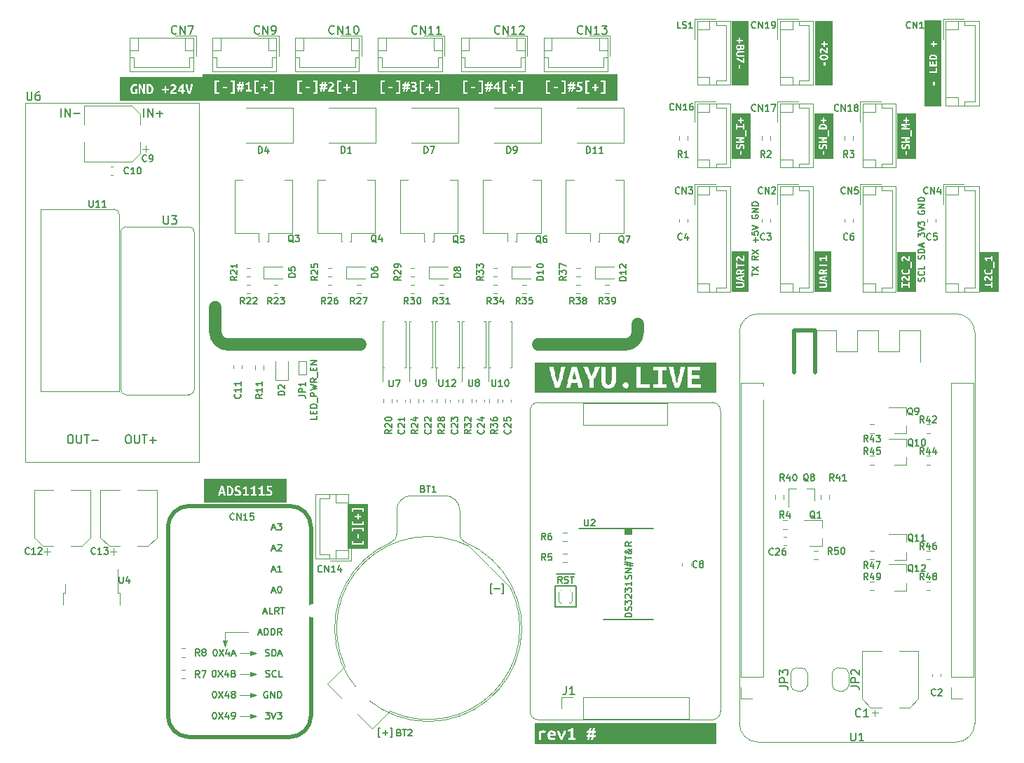
<source format=gbr>
G04 #@! TF.GenerationSoftware,KiCad,Pcbnew,5.1.9-73d0e3b20d~88~ubuntu20.04.1*
G04 #@! TF.CreationDate,2021-10-11T01:44:18+05:30*
G04 #@! TF.ProjectId,vayuO2,76617975-4f32-42e6-9b69-6361645f7063,rev 1*
G04 #@! TF.SameCoordinates,Original*
G04 #@! TF.FileFunction,Legend,Top*
G04 #@! TF.FilePolarity,Positive*
%FSLAX46Y46*%
G04 Gerber Fmt 4.6, Leading zero omitted, Abs format (unit mm)*
G04 Created by KiCad (PCBNEW 5.1.9-73d0e3b20d~88~ubuntu20.04.1) date 2021-10-11 01:44:18*
%MOMM*%
%LPD*%
G01*
G04 APERTURE LIST*
%ADD10C,1.500000*%
%ADD11C,0.120000*%
%ADD12C,0.127000*%
%ADD13C,0.101600*%
%ADD14C,0.100000*%
%ADD15C,0.508000*%
%ADD16C,0.152400*%
%ADD17C,0.127000*%
G04 #@! TD*
%ADD18C,0.150000*%
%ADD19O,1.700000X1.700000*%
%ADD20C,1.700000*%
%ADD21R,1.700000X1.700000*%
%ADD22C,3.000000*%
%ADD23O,2.600000X3.900000*%
%ADD24C,1.800000*%
%ADD25O,2.000000X1.700000*%
%ADD26O,1.700000X2.000000*%
%ADD27C,3.048000*%
%ADD28R,0.939800X2.489200*%
%ADD29R,4.368800X5.918200*%
%ADD30R,0.900000X0.800000*%
%ADD31O,1.950000X1.700000*%
%ADD32R,1.200000X2.200000*%
%ADD33R,5.800000X6.400000*%
%ADD34R,0.600000X0.400000*%
%ADD35C,6.400000*%
%ADD36C,0.800000*%
%ADD37C,2.600000*%
%ADD38R,1.998980X0.599440*%
%ADD39R,0.800000X0.900000*%
%ADD40R,2.500000X2.300000*%
%ADD41C,1.524000*%
%ADD42C,4.572000*%
G04 APERTURE END LIST*
D10*
X73500000Y-88000000D02*
X73500000Y-85000000D01*
X75000000Y-89500000D02*
G75*
G02*
X73500000Y-88000000I0J1500000D01*
G01*
X124500000Y-88000000D02*
G75*
G02*
X123000000Y-89500000I-1500000J0D01*
G01*
X75000000Y-89500000D02*
X91000000Y-89500000D01*
X124500000Y-88000000D02*
X124500000Y-87000000D01*
X112500000Y-89500000D02*
X123000000Y-89500000D01*
D11*
X143700000Y-131400000D02*
G75*
G02*
X143000000Y-130700000I0J700000D01*
G01*
X145000000Y-130700000D02*
G75*
G02*
X144300000Y-131400000I-700000J0D01*
G01*
X144300000Y-128600000D02*
G75*
G02*
X145000000Y-129300000I0J-700000D01*
G01*
X143000000Y-129300000D02*
G75*
G02*
X143700000Y-128600000I700000J0D01*
G01*
X143000000Y-130700000D02*
X143000000Y-129300000D01*
X143700000Y-128600000D02*
X144300000Y-128600000D01*
X145000000Y-129300000D02*
X145000000Y-130700000D01*
X144300000Y-131400000D02*
X143700000Y-131400000D01*
X149300000Y-128600000D02*
G75*
G02*
X150000000Y-129300000I0J-700000D01*
G01*
X148000000Y-129300000D02*
G75*
G02*
X148700000Y-128600000I700000J0D01*
G01*
X148700000Y-131400000D02*
G75*
G02*
X148000000Y-130700000I0J700000D01*
G01*
X150000000Y-130700000D02*
G75*
G02*
X149300000Y-131400000I-700000J0D01*
G01*
X150000000Y-129300000D02*
X150000000Y-130700000D01*
X149300000Y-131400000D02*
X148700000Y-131400000D01*
X148000000Y-130700000D02*
X148000000Y-129300000D01*
X148700000Y-128600000D02*
X149300000Y-128600000D01*
D12*
G36*
X89501570Y-113701863D02*
G01*
X90014200Y-113701863D01*
X90014200Y-113262125D01*
X90166600Y-113262125D01*
X90166600Y-113516125D01*
X90620625Y-112908113D01*
X90620625Y-112473138D01*
X90812713Y-112473138D01*
X90812713Y-112908113D01*
X90620625Y-112908113D01*
X90166600Y-113516125D01*
X91233400Y-113516125D01*
X91233400Y-113262125D01*
X91385800Y-113262125D01*
X91385800Y-113701863D01*
X90014200Y-113701863D01*
X89501570Y-113701863D01*
X89501570Y-114214493D01*
X91898430Y-114214493D01*
X91385800Y-111679388D01*
X91385800Y-112120713D01*
X91233400Y-112120713D01*
X91233400Y-111866713D01*
X90166600Y-111866713D01*
X90166600Y-112120713D01*
X90014200Y-112120713D01*
X90014200Y-111679388D01*
X91385800Y-111679388D01*
X91898430Y-114214493D01*
X91898430Y-113701863D01*
X91898430Y-109298137D01*
X91233400Y-110880875D01*
X91385800Y-110880875D01*
X91385800Y-111320612D01*
X90014200Y-111320612D01*
X90014200Y-110880875D01*
X90166600Y-110880875D01*
X90166600Y-111134875D01*
X91233400Y-111134875D01*
X91233400Y-110880875D01*
X91898430Y-109298137D01*
X91898430Y-108785507D01*
X91385800Y-109298137D01*
X91385800Y-109739462D01*
X91233400Y-109739462D01*
X91233400Y-109485463D01*
X90166600Y-109485463D01*
X90166600Y-109739462D01*
X90014200Y-109739462D01*
X90014200Y-109298137D01*
X91385800Y-109298137D01*
X91898430Y-108785507D01*
X89501570Y-108785507D01*
X89501570Y-109298137D01*
X90350750Y-110225237D01*
X90626975Y-110225237D01*
X90626975Y-109976000D01*
X90787313Y-109976000D01*
X90787313Y-110225237D01*
X91063538Y-110225237D01*
X91063538Y-110393512D01*
X90787313Y-110393512D01*
X90787313Y-110642750D01*
X90626975Y-110642750D01*
X90626975Y-110393512D01*
X90350750Y-110393512D01*
X90350750Y-110225237D01*
X89501570Y-109298137D01*
X89501570Y-113701863D01*
G37*
G36*
X72588854Y-105790935D02*
G01*
X73994850Y-107155232D01*
X74037355Y-107013727D01*
X74079146Y-106875912D01*
X74120223Y-106741788D01*
X74160585Y-106611355D01*
X74415855Y-106611355D01*
X74457705Y-106742860D01*
X74499437Y-106878293D01*
X74541049Y-107017656D01*
X74582542Y-107160947D01*
X74615499Y-107279096D01*
X74648074Y-107401130D01*
X74680269Y-107527050D01*
X74712082Y-107656857D01*
X74863530Y-107777215D01*
X74863530Y-106626595D01*
X75014025Y-106603735D01*
X75145470Y-106598020D01*
X75256674Y-106606592D01*
X75357877Y-106632310D01*
X75446698Y-106676363D01*
X75520755Y-106739942D01*
X75580048Y-106823286D01*
X75624577Y-106926632D01*
X75652438Y-107051648D01*
X75661725Y-107200000D01*
X75651486Y-107351686D01*
X75620767Y-107479083D01*
X75571952Y-107583619D01*
X75507420Y-107666725D01*
X75428124Y-107729352D01*
X75335017Y-107772453D01*
X75230004Y-107797456D01*
X75114990Y-107805790D01*
X74992117Y-107799123D01*
X74863530Y-107777215D01*
X74712082Y-107656857D01*
X74743515Y-107790550D01*
X74492055Y-107790550D01*
X74436810Y-107518135D01*
X74122485Y-107518135D01*
X74069145Y-107790550D01*
X73825305Y-107790550D01*
X73858909Y-107653581D01*
X73892666Y-107521564D01*
X73926575Y-107394501D01*
X73960636Y-107272390D01*
X73994850Y-107155232D01*
X72588854Y-105790935D01*
X72076224Y-105790935D01*
X72076224Y-108609065D01*
X75789360Y-107725780D01*
X75857940Y-107535280D01*
X75980812Y-107592430D01*
X76060108Y-107612433D01*
X76155120Y-107619100D01*
X76253227Y-107606718D01*
X76315140Y-107572428D01*
X76346572Y-107522898D01*
X76355145Y-107466700D01*
X76334190Y-107401930D01*
X76280850Y-107351448D01*
X76208460Y-107311443D01*
X76128450Y-107278105D01*
X76017960Y-107234290D01*
X75914137Y-107171425D01*
X75836985Y-107077127D01*
X75806505Y-106937110D01*
X75833413Y-106789472D01*
X75914137Y-106678030D01*
X75994888Y-106626172D01*
X76093631Y-106595057D01*
X76210365Y-106584685D01*
X76312044Y-106590876D01*
X76399912Y-106609450D01*
X76536120Y-106664695D01*
X76467540Y-106845670D01*
X76361812Y-106799950D01*
X76227510Y-106780900D01*
X76123793Y-106795928D01*
X76061563Y-106841013D01*
X76040820Y-106916155D01*
X76059870Y-106976162D01*
X76108447Y-107021882D01*
X76175122Y-107057125D01*
X76248465Y-107085700D01*
X76363717Y-107132372D01*
X76474207Y-107200953D01*
X76557075Y-107307633D01*
X76581364Y-107379784D01*
X76589460Y-107468605D01*
X76562552Y-107615528D01*
X76481827Y-107724828D01*
X76823775Y-107790550D01*
X76823775Y-107596240D01*
X77071425Y-107596240D01*
X77071425Y-106937110D01*
X76949505Y-107004737D01*
X76833300Y-107051410D01*
X76757100Y-106857100D01*
X76856160Y-106813285D01*
X76962840Y-106754230D01*
X77063805Y-106685650D01*
X77145720Y-106611355D01*
X77305740Y-106611355D01*
X77305740Y-107596240D01*
X77540055Y-107596240D01*
X77776275Y-107790550D01*
X77776275Y-107596240D01*
X78023925Y-107596240D01*
X78023925Y-106937110D01*
X77902005Y-107004737D01*
X77785800Y-107051410D01*
X77709600Y-106857100D01*
X77808660Y-106813285D01*
X77915340Y-106754230D01*
X78016305Y-106685650D01*
X78098220Y-106611355D01*
X78258240Y-106611355D01*
X78258240Y-107596240D01*
X78492555Y-107596240D01*
X78492555Y-107790550D01*
X77776275Y-107790550D01*
X77540055Y-107596240D01*
X77540055Y-107790550D01*
X76823775Y-107790550D01*
X76481827Y-107724828D01*
X76397690Y-107775098D01*
X76288787Y-107805261D01*
X76155120Y-107815315D01*
X76023199Y-107807457D01*
X75920805Y-107783883D01*
X75789360Y-107725780D01*
X72076224Y-108609065D01*
X72588854Y-108609065D01*
X81611146Y-108609065D01*
X79445055Y-107790550D01*
X78728775Y-107790550D01*
X78728775Y-107596240D01*
X78976425Y-107596240D01*
X78976425Y-106937110D01*
X78854505Y-107004737D01*
X78738300Y-107051410D01*
X78662100Y-106857100D01*
X78761160Y-106813285D01*
X78867840Y-106754230D01*
X78968805Y-106685650D01*
X79050720Y-106611355D01*
X79210740Y-106611355D01*
X79698420Y-107062602D01*
X79711755Y-106907582D01*
X79721756Y-106756849D01*
X79728900Y-106611355D01*
X80330880Y-106611355D01*
X80330880Y-106805665D01*
X79925115Y-106805665D01*
X79915590Y-106933300D01*
X79906065Y-107041885D01*
X80050210Y-107061358D01*
X80167685Y-107099458D01*
X80258490Y-107156185D01*
X80323048Y-107231115D01*
X80361783Y-107323825D01*
X80374695Y-107434315D01*
X80346120Y-107585763D01*
X80258490Y-107706730D01*
X80192291Y-107752450D01*
X80111805Y-107786740D01*
X80017031Y-107808171D01*
X79907970Y-107815315D01*
X79814625Y-107809600D01*
X79723185Y-107795313D01*
X79644128Y-107775310D01*
X79589835Y-107754355D01*
X79637460Y-107560045D01*
X79744140Y-107598145D01*
X79817006Y-107611004D01*
X79906065Y-107615290D01*
X80019413Y-107600050D01*
X80089898Y-107560998D01*
X80125140Y-107506705D01*
X80134665Y-107443840D01*
X80118473Y-107353353D01*
X80053703Y-107282868D01*
X79915590Y-107237148D01*
X79812244Y-107225003D01*
X79681275Y-107220955D01*
X79698420Y-107062602D01*
X79210740Y-106611355D01*
X79210740Y-107596240D01*
X79445055Y-107596240D01*
X79445055Y-107790550D01*
X81611146Y-108609065D01*
X82123776Y-108609065D01*
X82123776Y-105790935D01*
X81611146Y-105790935D01*
X72588854Y-105790935D01*
G37*
G36*
X75097845Y-107600050D02*
G01*
X75118800Y-107601955D01*
X75139755Y-107601955D01*
X75274057Y-107571475D01*
X75361687Y-107487655D01*
X75409312Y-107360973D01*
X75420028Y-107284058D01*
X75423600Y-107200000D01*
X75412170Y-107051410D01*
X75372165Y-106923775D01*
X75294060Y-106835192D01*
X75166425Y-106801855D01*
X75132135Y-106802807D01*
X75097845Y-106807570D01*
X75097845Y-107600050D01*
G37*
G36*
X74282505Y-106839955D02*
G01*
X74247262Y-106966637D01*
X74216782Y-107084747D01*
X74190112Y-107201905D01*
X74166300Y-107323825D01*
X74396805Y-107323825D01*
X74373945Y-107201905D01*
X74348227Y-107084747D01*
X74317747Y-106966637D01*
X74282505Y-106839955D01*
G37*
G36*
X159184132Y-60164935D02*
G01*
X160187300Y-58156681D01*
X160187300Y-57721706D01*
X160379388Y-57721706D01*
X160379388Y-58156681D01*
X160187300Y-58156681D01*
X159184132Y-60164935D01*
X159184132Y-60677565D01*
X161215868Y-60677565D01*
X160690538Y-56018319D01*
X160690538Y-56635856D01*
X159707875Y-56635856D01*
X159707875Y-56439006D01*
X160528613Y-56439006D01*
X160528613Y-56018319D01*
X160690538Y-56018319D01*
X161215868Y-60677565D01*
X161215868Y-60164935D01*
X160690538Y-55854806D01*
X159707875Y-55854806D01*
X159707875Y-55259494D01*
X159869800Y-55259494D01*
X159869800Y-55659544D01*
X160090462Y-55659544D01*
X160090462Y-55311881D01*
X160252388Y-55311881D01*
X160252388Y-55659544D01*
X160528613Y-55659544D01*
X160528613Y-55224569D01*
X160690538Y-55224569D01*
X160690538Y-55854806D01*
X161215868Y-60164935D01*
X161215868Y-50835065D01*
X160353988Y-52843319D01*
X160353988Y-53092556D01*
X160630213Y-53092556D01*
X160630213Y-53260831D01*
X160353988Y-53260831D01*
X160353988Y-53510069D01*
X160193650Y-53510069D01*
X160193650Y-53260831D01*
X159917425Y-53260831D01*
X159917425Y-53092556D01*
X160193650Y-53092556D01*
X160193650Y-52843319D01*
X160353988Y-52843319D01*
X161215868Y-50835065D01*
X161215868Y-50322435D01*
X159184132Y-50322435D01*
X160198412Y-54410181D01*
X160324817Y-54418714D01*
X160430981Y-54444312D01*
X160518095Y-54484992D01*
X160587350Y-54538769D01*
X160639539Y-54604848D01*
X160675456Y-54682437D01*
X160696292Y-54769948D01*
X160703238Y-54865794D01*
X160697681Y-54968187D01*
X160679425Y-55075344D01*
X159720575Y-55075344D01*
X159701525Y-54949931D01*
X159696762Y-54840394D01*
X159703906Y-54747723D01*
X159725337Y-54663387D01*
X159762048Y-54589370D01*
X159815031Y-54527656D01*
X159884484Y-54478245D01*
X159970606Y-54441137D01*
X160074786Y-54417920D01*
X160198412Y-54410181D01*
X159184132Y-50322435D01*
X159184132Y-50835065D01*
X159184132Y-60164935D01*
G37*
G36*
X160531788Y-54880081D02*
G01*
X160533375Y-54862619D01*
X160533375Y-54845156D01*
X160507975Y-54733237D01*
X160438125Y-54660212D01*
X160332556Y-54620525D01*
X160268461Y-54611595D01*
X160198412Y-54608619D01*
X160074587Y-54618144D01*
X159968225Y-54651481D01*
X159894406Y-54716569D01*
X159866625Y-54822931D01*
X159867419Y-54851506D01*
X159871387Y-54880081D01*
X160531788Y-54880081D01*
G37*
G36*
X145974607Y-57683359D02*
G01*
X146988887Y-55766056D01*
X146988887Y-55331081D01*
X147000000Y-55108831D01*
X146880789Y-55102977D01*
X146777155Y-55085416D01*
X146689098Y-55056146D01*
X146616619Y-55015169D01*
X146544740Y-54944613D01*
X146501613Y-54857830D01*
X146487237Y-54754819D01*
X146501613Y-54648633D01*
X146544740Y-54560791D01*
X146616619Y-54491294D01*
X146689098Y-54451705D01*
X146777155Y-54423428D01*
X146880789Y-54406462D01*
X146866650Y-53896775D01*
X146782512Y-53867406D01*
X146689644Y-53903919D01*
X146657100Y-53995994D01*
X146679325Y-54092831D01*
X146753937Y-54192844D01*
X146617412Y-54289681D01*
X146559469Y-54221220D01*
X146518987Y-54142837D01*
X146495175Y-54059692D01*
X146487237Y-53976944D01*
X146504700Y-53861056D01*
X146557087Y-53762631D01*
X146645194Y-53694369D01*
X146768225Y-53668969D01*
X146865856Y-53688019D01*
X146957137Y-53738819D01*
X146995237Y-53500694D01*
X146995237Y-53251456D01*
X146719012Y-53251456D01*
X146719012Y-53083181D01*
X146995237Y-53083181D01*
X146995237Y-52833944D01*
X147155575Y-52833944D01*
X147155575Y-53083181D01*
X147431800Y-53083181D01*
X147431800Y-53251456D01*
X147155575Y-53251456D01*
X147155575Y-53500694D01*
X146995237Y-53500694D01*
X146957137Y-53738819D01*
X147042863Y-53810256D01*
X147122238Y-53891219D01*
X147167481Y-53938844D01*
X147221456Y-53989644D01*
X147277813Y-54030125D01*
X147330200Y-54046794D01*
X147330200Y-53624519D01*
X147492125Y-53624519D01*
X147492125Y-54265869D01*
X147452438Y-54269837D01*
X147419100Y-54269044D01*
X147342900Y-54261702D01*
X147273050Y-54239675D01*
X147208955Y-54206337D01*
X147150019Y-54165062D01*
X147095647Y-54118231D01*
X147045244Y-54068225D01*
X146997817Y-54018219D01*
X146952375Y-53971387D01*
X146866650Y-53896775D01*
X146880789Y-54406462D01*
X147000000Y-54400806D01*
X147119211Y-54406561D01*
X147222845Y-54423825D01*
X147310902Y-54452598D01*
X147383381Y-54492881D01*
X147455260Y-54562731D01*
X147498387Y-54649515D01*
X147512763Y-54753231D01*
X147498387Y-54859506D01*
X147455260Y-54947612D01*
X147383381Y-55017550D01*
X147310902Y-55057486D01*
X147222845Y-55086011D01*
X147119211Y-55103126D01*
X147000000Y-55108831D01*
X146988887Y-55331081D01*
X147180975Y-55331081D01*
X147180975Y-55766056D01*
X146988887Y-55766056D01*
X145974607Y-57683359D01*
X145974607Y-58195990D01*
X148025393Y-58195990D01*
X148025393Y-57683359D01*
X148025393Y-50916641D01*
X148025393Y-50404010D01*
X145974607Y-50404010D01*
X145974607Y-50916641D01*
X145974607Y-57683359D01*
G37*
G36*
X147000000Y-54910394D02*
G01*
X147069255Y-54909005D01*
X147134144Y-54904838D01*
X147242888Y-54882613D01*
X147315913Y-54835781D01*
X147342900Y-54754819D01*
X147315913Y-54674650D01*
X147242094Y-54627025D01*
X147133350Y-54604800D01*
X147069056Y-54600633D01*
X147000000Y-54599244D01*
X146930745Y-54600633D01*
X146865856Y-54604800D01*
X146757112Y-54627025D01*
X146684087Y-54673856D01*
X146657100Y-54754819D01*
X146684087Y-54835781D01*
X146757906Y-54882613D01*
X146866650Y-54904838D01*
X146930944Y-54909005D01*
X147000000Y-54910394D01*
G37*
G36*
X137919836Y-50916641D02*
G01*
X136910319Y-52437069D01*
X136910319Y-52686306D01*
X137186544Y-52686306D01*
X137186544Y-52854581D01*
X136910319Y-52854581D01*
X136910319Y-53103819D01*
X136749981Y-53103819D01*
X136749981Y-52854581D01*
X136473756Y-52854581D01*
X136473756Y-52686306D01*
X136749981Y-52686306D01*
X136749981Y-52437069D01*
X136910319Y-52437069D01*
X137919836Y-50916641D01*
X137919836Y-50404010D01*
X135880164Y-50404010D01*
X136429306Y-53253044D01*
X137383394Y-53253044D01*
X137400062Y-53375281D01*
X137407206Y-53507044D01*
X137401452Y-53607850D01*
X137384188Y-53688019D01*
X137323863Y-53797556D01*
X137240519Y-53851531D01*
X137148444Y-53865819D01*
X137082563Y-53857286D01*
X137024619Y-53831687D01*
X136938894Y-53740406D01*
X136896031Y-53824345D01*
X136840469Y-53876137D01*
X136776969Y-53902927D01*
X136710294Y-53911856D01*
X136628736Y-53904316D01*
X136561862Y-53881694D01*
X136466612Y-53799938D01*
X136436053Y-53743581D01*
X136415812Y-53677700D01*
X136404502Y-53604477D01*
X136400731Y-53526094D01*
X136402517Y-53459816D01*
X136407875Y-53391156D01*
X136416805Y-53321703D01*
X136429306Y-53253044D01*
X135880164Y-50404010D01*
X135880164Y-50916641D01*
X136392794Y-54354769D01*
X136399342Y-54267258D01*
X136418987Y-54195225D01*
X136494394Y-54092831D01*
X136548766Y-54060287D01*
X136613456Y-54038856D01*
X136687275Y-54026950D01*
X136769031Y-54022981D01*
X137396094Y-54022981D01*
X137396094Y-54219831D01*
X136781731Y-54219831D01*
X136677750Y-54226181D01*
X136610281Y-54247612D01*
X136573769Y-54289681D01*
X136562656Y-54357944D01*
X136573769Y-54426206D01*
X136611075Y-54469069D01*
X136679337Y-54491294D01*
X136783319Y-54497644D01*
X137396094Y-54497644D01*
X137396094Y-54692906D01*
X136769031Y-54692906D01*
X136687275Y-54688938D01*
X136613456Y-54677031D01*
X136548766Y-54655203D01*
X136494394Y-54621469D01*
X136450936Y-54575431D01*
X136418987Y-54516694D01*
X136399342Y-54443669D01*
X136392794Y-54354769D01*
X135880164Y-50916641D01*
X135880164Y-57683359D01*
X136724581Y-56162931D01*
X136724581Y-55727956D01*
X136916669Y-55727956D01*
X136916669Y-56162931D01*
X136724581Y-56162931D01*
X135880164Y-57683359D01*
X135880164Y-58195990D01*
X137919836Y-58195990D01*
X137259569Y-55461256D01*
X137157969Y-55395772D01*
X137062719Y-55335844D01*
X136972827Y-55280678D01*
X136887300Y-55229481D01*
X136805544Y-55181658D01*
X136726962Y-55136613D01*
X136650564Y-55093948D01*
X136575356Y-55053269D01*
X136575356Y-55475544D01*
X136413431Y-55475544D01*
X136413431Y-54827844D01*
X136526144Y-54827844D01*
X136596192Y-54863959D01*
X136669812Y-54902456D01*
X136747798Y-54944525D01*
X136830944Y-54991356D01*
X136920241Y-55042752D01*
X137016681Y-55098513D01*
X137121059Y-55159433D01*
X137234169Y-55226306D01*
X137234169Y-54848481D01*
X137396094Y-54848481D01*
X137396094Y-55461256D01*
X137259569Y-55461256D01*
X137919836Y-58195990D01*
X137919836Y-57683359D01*
X137919836Y-50916641D01*
G37*
G36*
X136843644Y-53448306D02*
G01*
X136576944Y-53448306D01*
X136572181Y-53493550D01*
X136570594Y-53541969D01*
X136576150Y-53607056D01*
X136596787Y-53663412D01*
X136639650Y-53703894D01*
X136710294Y-53719769D01*
X136812687Y-53674525D01*
X136843644Y-53553081D01*
X136843644Y-53448306D01*
G37*
G36*
X137005569Y-53524506D02*
G01*
X137038113Y-53637219D01*
X137127806Y-53675319D01*
X137184163Y-53664206D01*
X137217500Y-53634044D01*
X137233375Y-53589594D01*
X137237344Y-53537206D01*
X137235756Y-53491169D01*
X137230994Y-53448306D01*
X137005569Y-53448306D01*
X137005569Y-53524506D01*
G37*
G36*
X145853957Y-66559806D02*
G01*
X147228600Y-65577144D01*
X147218281Y-65495388D01*
X147189706Y-65443794D01*
X147148431Y-65417600D01*
X147101600Y-65410456D01*
X147047625Y-65427919D01*
X147005556Y-65472369D01*
X146972219Y-65532694D01*
X146944437Y-65599369D01*
X146907925Y-65691444D01*
X146855537Y-65777963D01*
X146776956Y-65842256D01*
X146660275Y-65867656D01*
X146537244Y-65845233D01*
X146444375Y-65777963D01*
X146401160Y-65710670D01*
X146375231Y-65628385D01*
X146366587Y-65531106D01*
X146371747Y-65446373D01*
X146387225Y-65373150D01*
X146433262Y-65259644D01*
X146584075Y-65316794D01*
X146545975Y-65404900D01*
X146530100Y-65516819D01*
X146542624Y-65603249D01*
X146580194Y-65655108D01*
X146642812Y-65672394D01*
X146692819Y-65656519D01*
X146730919Y-65616038D01*
X146760287Y-65560475D01*
X146784100Y-65499356D01*
X146822994Y-65403313D01*
X146880144Y-65311238D01*
X146969044Y-65242181D01*
X147029170Y-65221941D01*
X147103188Y-65215194D01*
X147138906Y-65078669D01*
X147015081Y-65087598D01*
X146889669Y-65095338D01*
X146763066Y-65101886D01*
X146635669Y-65107244D01*
X146510058Y-65111609D01*
X146388812Y-65115181D01*
X146388812Y-64934206D01*
X146484062Y-64935794D01*
X146582487Y-64937381D01*
X146682302Y-64938969D01*
X146781719Y-64940556D01*
X146879747Y-64942144D01*
X146975394Y-64943731D01*
X147066873Y-64944922D01*
X147152400Y-64945319D01*
X147041275Y-64912775D01*
X146922212Y-64877850D01*
X146814262Y-64846894D01*
X146736475Y-64824669D01*
X146736475Y-64681794D01*
X146811087Y-64662744D01*
X146909512Y-64634963D01*
X147025400Y-64601625D01*
X147152400Y-64565906D01*
X147066873Y-64566303D01*
X146975394Y-64567494D01*
X146879945Y-64569081D01*
X146782512Y-64570669D01*
X146683492Y-64572256D01*
X146583281Y-64573844D01*
X146484261Y-64575034D01*
X146388812Y-64575431D01*
X146388812Y-64394456D01*
X146511248Y-64399219D01*
X146637256Y-64403981D01*
X146764653Y-64409141D01*
X146891256Y-64415094D01*
X147016470Y-64422039D01*
X147139700Y-64430175D01*
X147258763Y-64439502D01*
X147371475Y-64450019D01*
X147371475Y-64611944D01*
X147267692Y-64646869D01*
X147156369Y-64681794D01*
X147043855Y-64716719D01*
X146936500Y-64751644D01*
X147040878Y-64787363D01*
X147153988Y-64824669D01*
X147267097Y-64861181D01*
X147371475Y-64894519D01*
X147371475Y-65056444D01*
X147258564Y-65068350D01*
X147138906Y-65078669D01*
X147103188Y-65215194D01*
X147225623Y-65237617D01*
X147316706Y-65304887D01*
X147358599Y-65375002D01*
X147383734Y-65465754D01*
X147392113Y-65577144D01*
X147385564Y-65687078D01*
X147365919Y-65772406D01*
X147317500Y-65881944D01*
X147158750Y-65824794D01*
X147206375Y-65722400D01*
X147223044Y-65656320D01*
X147228600Y-65577144D01*
X145853957Y-66559806D01*
X145853957Y-67072436D01*
X146868237Y-66559806D01*
X146868237Y-66124831D01*
X147060325Y-66124831D01*
X147060325Y-66559806D01*
X146868237Y-66559806D01*
X145853957Y-67072436D01*
X148146043Y-67072436D01*
X147463550Y-64345244D01*
X147463550Y-63576894D01*
X147633413Y-63576894D01*
X147633413Y-64345244D01*
X147463550Y-64345244D01*
X148146043Y-67072436D01*
X148146043Y-66559806D01*
X148146043Y-62040194D01*
X146879350Y-62813306D01*
X147005755Y-62821839D01*
X147111919Y-62847437D01*
X147199033Y-62888117D01*
X147268288Y-62941894D01*
X147320477Y-63007973D01*
X147356394Y-63085562D01*
X147377230Y-63173073D01*
X147384175Y-63268919D01*
X147378619Y-63371312D01*
X147360363Y-63478469D01*
X146401512Y-63478469D01*
X146382462Y-63353056D01*
X146377700Y-63243519D01*
X146384844Y-63150848D01*
X146406275Y-63066512D01*
X146442986Y-62992495D01*
X146495969Y-62930781D01*
X146565422Y-62881370D01*
X146651544Y-62844262D01*
X146755723Y-62821045D01*
X146879350Y-62813306D01*
X148146043Y-62040194D01*
X148146043Y-61527564D01*
X147311150Y-62289431D01*
X147311150Y-62457706D01*
X147034925Y-62457706D01*
X147034925Y-62706944D01*
X146874587Y-62706944D01*
X146874587Y-62457706D01*
X146598362Y-62457706D01*
X146598362Y-62289431D01*
X146874587Y-62289431D01*
X146874587Y-62040194D01*
X147034925Y-62040194D01*
X147034925Y-62289431D01*
X147311150Y-62289431D01*
X148146043Y-61527564D01*
X145853957Y-61527564D01*
X145853957Y-62040194D01*
X145853957Y-66559806D01*
G37*
G36*
X147212725Y-63283206D02*
G01*
X147214313Y-63265744D01*
X147214313Y-63248281D01*
X147188913Y-63136362D01*
X147119063Y-63063337D01*
X147013494Y-63023650D01*
X146949398Y-63014720D01*
X146879350Y-63011744D01*
X146755525Y-63021269D01*
X146649162Y-63054606D01*
X146575344Y-63119694D01*
X146547562Y-63226056D01*
X146548356Y-63254631D01*
X146552325Y-63283206D01*
X147212725Y-63283206D01*
G37*
G36*
X155853957Y-66559806D02*
G01*
X157228600Y-65577144D01*
X157218281Y-65495388D01*
X157189706Y-65443794D01*
X157148431Y-65417600D01*
X157101600Y-65410456D01*
X157047625Y-65427919D01*
X157005556Y-65472369D01*
X156972219Y-65532694D01*
X156944437Y-65599369D01*
X156907925Y-65691444D01*
X156855537Y-65777963D01*
X156776956Y-65842256D01*
X156660275Y-65867656D01*
X156537244Y-65845233D01*
X156444375Y-65777963D01*
X156401160Y-65710670D01*
X156375231Y-65628385D01*
X156366587Y-65531106D01*
X156371747Y-65446373D01*
X156387225Y-65373150D01*
X156433262Y-65259644D01*
X156584075Y-65316794D01*
X156545975Y-65404900D01*
X156530100Y-65516819D01*
X156542624Y-65603249D01*
X156580194Y-65655108D01*
X156642812Y-65672394D01*
X156692819Y-65656519D01*
X156730919Y-65616038D01*
X156760287Y-65560475D01*
X156784100Y-65499356D01*
X156822994Y-65403313D01*
X156880144Y-65311238D01*
X156969044Y-65242181D01*
X157029170Y-65221941D01*
X157103188Y-65215194D01*
X157138906Y-65078669D01*
X157015081Y-65087598D01*
X156889669Y-65095338D01*
X156763066Y-65101886D01*
X156635669Y-65107244D01*
X156510058Y-65111609D01*
X156388812Y-65115181D01*
X156388812Y-64934206D01*
X156484062Y-64935794D01*
X156582487Y-64937381D01*
X156682302Y-64938969D01*
X156781719Y-64940556D01*
X156879747Y-64942144D01*
X156975394Y-64943731D01*
X157066873Y-64944922D01*
X157152400Y-64945319D01*
X157041275Y-64912775D01*
X156922212Y-64877850D01*
X156814262Y-64846894D01*
X156736475Y-64824669D01*
X156736475Y-64681794D01*
X156811087Y-64662744D01*
X156909512Y-64634963D01*
X157025400Y-64601625D01*
X157152400Y-64565906D01*
X157066873Y-64566303D01*
X156975394Y-64567494D01*
X156879945Y-64569081D01*
X156782512Y-64570669D01*
X156683492Y-64572256D01*
X156583281Y-64573844D01*
X156484261Y-64575034D01*
X156388812Y-64575431D01*
X156388812Y-64394456D01*
X156511248Y-64399219D01*
X156637256Y-64403981D01*
X156764653Y-64409141D01*
X156891256Y-64415094D01*
X157016470Y-64422039D01*
X157139700Y-64430175D01*
X157258763Y-64439502D01*
X157371475Y-64450019D01*
X157371475Y-64611944D01*
X157267692Y-64646869D01*
X157156369Y-64681794D01*
X157043855Y-64716719D01*
X156936500Y-64751644D01*
X157040878Y-64787363D01*
X157153988Y-64824669D01*
X157267097Y-64861181D01*
X157371475Y-64894519D01*
X157371475Y-65056444D01*
X157258564Y-65068350D01*
X157138906Y-65078669D01*
X157103188Y-65215194D01*
X157225623Y-65237617D01*
X157316706Y-65304887D01*
X157358599Y-65375002D01*
X157383734Y-65465754D01*
X157392113Y-65577144D01*
X157385564Y-65687078D01*
X157365919Y-65772406D01*
X157317500Y-65881944D01*
X157158750Y-65824794D01*
X157206375Y-65722400D01*
X157223044Y-65656320D01*
X157228600Y-65577144D01*
X155853957Y-66559806D01*
X155853957Y-67072436D01*
X156868237Y-66559806D01*
X156868237Y-66124831D01*
X157060325Y-66124831D01*
X157060325Y-66559806D01*
X156868237Y-66559806D01*
X155853957Y-67072436D01*
X158146043Y-67072436D01*
X157463550Y-64345244D01*
X157463550Y-63576894D01*
X157633413Y-63576894D01*
X157633413Y-64345244D01*
X157463550Y-64345244D01*
X158146043Y-67072436D01*
X158146043Y-66559806D01*
X158146043Y-62040194D01*
X157001984Y-62820252D01*
X157123031Y-62814894D01*
X157245864Y-62810528D01*
X157371475Y-62806956D01*
X157371475Y-62986344D01*
X156607887Y-62976819D01*
X157023813Y-63097469D01*
X157023813Y-63240344D01*
X156607887Y-63356231D01*
X157371475Y-63348294D01*
X157371475Y-63527681D01*
X157248444Y-63522720D01*
X157120650Y-63517362D01*
X156990872Y-63511608D01*
X156861887Y-63505456D01*
X156735284Y-63498511D01*
X156612650Y-63490375D01*
X156496366Y-63481048D01*
X156388812Y-63470531D01*
X156388812Y-63308606D01*
X156474537Y-63280825D01*
X156587250Y-63245106D01*
X156709487Y-63207006D01*
X156823787Y-63170494D01*
X156702344Y-63130806D01*
X156581694Y-63091119D01*
X156472950Y-63056194D01*
X156388812Y-63027619D01*
X156388812Y-62865694D01*
X156515812Y-62854780D01*
X156639637Y-62844262D01*
X156761280Y-62834737D01*
X156881731Y-62826800D01*
X157001984Y-62820252D01*
X158146043Y-62040194D01*
X158146043Y-61527564D01*
X157311150Y-62289431D01*
X157311150Y-62457706D01*
X157034925Y-62457706D01*
X157034925Y-62706944D01*
X156874587Y-62706944D01*
X156874587Y-62457706D01*
X156598362Y-62457706D01*
X156598362Y-62289431D01*
X156874587Y-62289431D01*
X156874587Y-62040194D01*
X157034925Y-62040194D01*
X157034925Y-62289431D01*
X157311150Y-62289431D01*
X158146043Y-61527564D01*
X155853957Y-61527564D01*
X155853957Y-62040194D01*
X155853957Y-66559806D01*
G37*
G36*
X135853957Y-66559806D02*
G01*
X137228600Y-65577144D01*
X137218281Y-65495388D01*
X137189706Y-65443794D01*
X137148431Y-65417600D01*
X137101600Y-65410456D01*
X137047625Y-65427919D01*
X137005556Y-65472369D01*
X136972219Y-65532694D01*
X136944437Y-65599369D01*
X136907925Y-65691444D01*
X136855537Y-65777963D01*
X136776956Y-65842256D01*
X136660275Y-65867656D01*
X136537244Y-65845233D01*
X136444375Y-65777963D01*
X136401160Y-65710670D01*
X136375231Y-65628385D01*
X136366587Y-65531106D01*
X136371747Y-65446373D01*
X136387225Y-65373150D01*
X136433262Y-65259644D01*
X136584075Y-65316794D01*
X136545975Y-65404900D01*
X136530100Y-65516819D01*
X136542624Y-65603249D01*
X136580194Y-65655108D01*
X136642812Y-65672394D01*
X136692819Y-65656519D01*
X136730919Y-65616038D01*
X136760287Y-65560475D01*
X136784100Y-65499356D01*
X136822994Y-65403313D01*
X136880144Y-65311238D01*
X136969044Y-65242181D01*
X137029170Y-65221941D01*
X137103188Y-65215194D01*
X137138906Y-65078669D01*
X137015081Y-65087598D01*
X136889669Y-65095338D01*
X136763066Y-65101886D01*
X136635669Y-65107244D01*
X136510058Y-65111609D01*
X136388812Y-65115181D01*
X136388812Y-64934206D01*
X136484062Y-64935794D01*
X136582487Y-64937381D01*
X136682302Y-64938969D01*
X136781719Y-64940556D01*
X136879747Y-64942144D01*
X136975394Y-64943731D01*
X137066873Y-64944922D01*
X137152400Y-64945319D01*
X137041275Y-64912775D01*
X136922212Y-64877850D01*
X136814262Y-64846894D01*
X136736475Y-64824669D01*
X136736475Y-64681794D01*
X136811087Y-64662744D01*
X136909512Y-64634963D01*
X137025400Y-64601625D01*
X137152400Y-64565906D01*
X137066873Y-64566303D01*
X136975394Y-64567494D01*
X136879945Y-64569081D01*
X136782512Y-64570669D01*
X136683492Y-64572256D01*
X136583281Y-64573844D01*
X136484261Y-64575034D01*
X136388812Y-64575431D01*
X136388812Y-64394456D01*
X136511248Y-64399219D01*
X136637256Y-64403981D01*
X136764653Y-64409141D01*
X136891256Y-64415094D01*
X137016470Y-64422039D01*
X137139700Y-64430175D01*
X137258763Y-64439502D01*
X137371475Y-64450019D01*
X137371475Y-64611944D01*
X137267692Y-64646869D01*
X137156369Y-64681794D01*
X137043855Y-64716719D01*
X136936500Y-64751644D01*
X137040878Y-64787363D01*
X137153988Y-64824669D01*
X137267097Y-64861181D01*
X137371475Y-64894519D01*
X137371475Y-65056444D01*
X137258564Y-65068350D01*
X137138906Y-65078669D01*
X137103188Y-65215194D01*
X137225623Y-65237617D01*
X137316706Y-65304887D01*
X137358599Y-65375002D01*
X137383734Y-65465754D01*
X137392113Y-65577144D01*
X137385564Y-65687078D01*
X137365919Y-65772406D01*
X137317500Y-65881944D01*
X137158750Y-65824794D01*
X137206375Y-65722400D01*
X137223044Y-65656320D01*
X137228600Y-65577144D01*
X135853957Y-66559806D01*
X135853957Y-67072436D01*
X136868237Y-66559806D01*
X136868237Y-66124831D01*
X137060325Y-66124831D01*
X137060325Y-66559806D01*
X136868237Y-66559806D01*
X135853957Y-67072436D01*
X138146043Y-67072436D01*
X137463550Y-64345244D01*
X137463550Y-63576894D01*
X137633413Y-63576894D01*
X137633413Y-64345244D01*
X137463550Y-64345244D01*
X138146043Y-67072436D01*
X138146043Y-66559806D01*
X138146043Y-62040194D01*
X137371475Y-63478469D01*
X137209550Y-63478469D01*
X137209550Y-63264156D01*
X136550737Y-63264156D01*
X136550737Y-63478469D01*
X136388812Y-63478469D01*
X136388812Y-62854581D01*
X136550737Y-62854581D01*
X136550737Y-63067306D01*
X137209550Y-63067306D01*
X137209550Y-62854581D01*
X137371475Y-62854581D01*
X137371475Y-63478469D01*
X138146043Y-62040194D01*
X138146043Y-61527564D01*
X137311150Y-62289431D01*
X137311150Y-62457706D01*
X137034925Y-62457706D01*
X137034925Y-62706944D01*
X136874587Y-62706944D01*
X136874587Y-62457706D01*
X136598362Y-62457706D01*
X136598362Y-62289431D01*
X136874587Y-62289431D01*
X136874587Y-62040194D01*
X137034925Y-62040194D01*
X137034925Y-62289431D01*
X137311150Y-62289431D01*
X138146043Y-61527564D01*
X135853957Y-61527564D01*
X135853957Y-62040194D01*
X135853957Y-66559806D01*
G37*
G36*
X135874607Y-82623256D02*
G01*
X136409462Y-82623256D01*
X136409462Y-82426406D01*
X137023825Y-82426406D01*
X137127806Y-82420056D01*
X137195275Y-82398625D01*
X137231788Y-82356556D01*
X137242900Y-82288294D01*
X137231788Y-82220031D01*
X137194481Y-82177169D01*
X137126219Y-82154944D01*
X137022238Y-82148594D01*
X136409462Y-82148594D01*
X136409462Y-81953331D01*
X137036525Y-81953331D01*
X137118281Y-81957300D01*
X137192100Y-81969206D01*
X137256791Y-81991034D01*
X137311163Y-82024769D01*
X137354620Y-82070806D01*
X137386569Y-82129544D01*
X137406214Y-82202569D01*
X137412763Y-82291469D01*
X137406214Y-82378980D01*
X137386569Y-82451013D01*
X137311163Y-82553406D01*
X137256791Y-82585950D01*
X137192100Y-82607381D01*
X137118281Y-82619288D01*
X137036525Y-82623256D01*
X136409462Y-82623256D01*
X135874607Y-82623256D01*
X135874607Y-83135886D01*
X137925393Y-83135886D01*
X137392125Y-81321506D01*
X137165113Y-81367544D01*
X137165113Y-81629481D01*
X137392125Y-81673931D01*
X137392125Y-81877131D01*
X137277984Y-81849128D01*
X137167970Y-81820997D01*
X137062084Y-81792740D01*
X136960325Y-81764355D01*
X136862694Y-81735844D01*
X136744772Y-81700423D01*
X136629927Y-81665597D01*
X136518157Y-81631366D01*
X136409462Y-81597731D01*
X136409462Y-81385006D01*
X136519050Y-81350131D01*
X136631911Y-81315355D01*
X136748046Y-81280678D01*
X136867456Y-81246100D01*
X136965913Y-81218636D01*
X137067608Y-81191490D01*
X137172542Y-81164661D01*
X137280714Y-81138150D01*
X137392125Y-81111956D01*
X137392125Y-81321506D01*
X137925393Y-83135886D01*
X137925393Y-82623256D01*
X137925393Y-78776744D01*
X137392125Y-78776744D01*
X137392125Y-79418094D01*
X137352438Y-79422062D01*
X137319100Y-79421269D01*
X137242900Y-79413927D01*
X137173050Y-79391900D01*
X137108955Y-79358562D01*
X137050019Y-79317287D01*
X136995647Y-79270456D01*
X136945244Y-79220450D01*
X136897817Y-79170444D01*
X136852375Y-79123612D01*
X136766650Y-79049000D01*
X136682512Y-79019631D01*
X136589644Y-79056144D01*
X136557100Y-79148219D01*
X136579325Y-79245056D01*
X136653937Y-79345069D01*
X136517412Y-79441906D01*
X136459469Y-79373445D01*
X136418987Y-79295062D01*
X136395175Y-79211917D01*
X136387237Y-79129169D01*
X136404700Y-79013281D01*
X136457087Y-78914856D01*
X136545194Y-78846594D01*
X136668225Y-78821194D01*
X136765856Y-78840244D01*
X136857137Y-78891044D01*
X136942863Y-78962481D01*
X137022238Y-79043444D01*
X137067481Y-79091069D01*
X137121456Y-79141869D01*
X137177813Y-79182350D01*
X137230200Y-79199019D01*
X137230200Y-78776744D01*
X137392125Y-78776744D01*
X137925393Y-78776744D01*
X137925393Y-78264114D01*
X135874607Y-78264114D01*
X136398350Y-80757944D01*
X136403112Y-80677775D01*
X136417400Y-80605544D01*
X136441609Y-80542044D01*
X136476137Y-80488069D01*
X136576944Y-80412662D01*
X136643420Y-80393017D01*
X136720612Y-80386469D01*
X137392125Y-80005469D01*
X136571387Y-80005469D01*
X136571387Y-80264231D01*
X136409462Y-80264231D01*
X136409462Y-79549856D01*
X136571387Y-79549856D01*
X136571387Y-79808619D01*
X137392125Y-79808619D01*
X137392125Y-80005469D01*
X136720612Y-80386469D01*
X136802369Y-80395200D01*
X136876187Y-80421394D01*
X136937703Y-80467828D01*
X136982550Y-80537281D01*
X137073831Y-80480131D01*
X137178606Y-80421394D01*
X137288144Y-80366625D01*
X137392125Y-80321381D01*
X137392125Y-80526169D01*
X137298661Y-80565658D01*
X137208769Y-80611100D01*
X137120067Y-80661305D01*
X137030175Y-80715081D01*
X137030175Y-80816681D01*
X137392125Y-80816681D01*
X137392125Y-81011944D01*
X136423750Y-81011944D01*
X136411844Y-80949238D01*
X136403906Y-80880181D01*
X136399938Y-80813506D01*
X136398350Y-80757944D01*
X135874607Y-78264114D01*
X135874607Y-78776744D01*
X135874607Y-82623256D01*
G37*
G36*
X136599962Y-81496131D02*
G01*
X136705531Y-81525500D01*
X136803956Y-81550900D01*
X136901588Y-81573125D01*
X137003188Y-81592969D01*
X137003188Y-81400881D01*
X136901588Y-81419931D01*
X136803956Y-81441363D01*
X136705531Y-81466763D01*
X136599962Y-81496131D01*
G37*
G36*
X136719025Y-80584906D02*
G01*
X136651556Y-80596812D01*
X136604725Y-80632531D01*
X136577341Y-80687697D01*
X136568212Y-80757944D01*
X136569006Y-80784931D01*
X136572975Y-80816681D01*
X136868250Y-80816681D01*
X136868250Y-80773819D01*
X136858527Y-80687697D01*
X136829356Y-80629356D01*
X136719025Y-80584906D01*
G37*
G36*
X145880164Y-82620875D02*
G01*
X146403906Y-82620875D01*
X146403906Y-82424025D01*
X147018269Y-82424025D01*
X147122250Y-82417675D01*
X147189719Y-82396244D01*
X147226231Y-82354175D01*
X147237344Y-82285913D01*
X147226231Y-82217650D01*
X147188925Y-82174788D01*
X147120663Y-82152563D01*
X147016681Y-82146213D01*
X146403906Y-82146213D01*
X146403906Y-81950950D01*
X147030969Y-81950950D01*
X147112725Y-81954919D01*
X147186544Y-81966825D01*
X147251234Y-81988653D01*
X147305606Y-82022388D01*
X147349064Y-82068425D01*
X147381013Y-82127163D01*
X147400658Y-82200188D01*
X147407206Y-82289088D01*
X147400658Y-82376598D01*
X147381013Y-82448631D01*
X147305606Y-82551025D01*
X147251234Y-82583569D01*
X147186544Y-82605000D01*
X147112725Y-82616906D01*
X147030969Y-82620875D01*
X146403906Y-82620875D01*
X145880164Y-82620875D01*
X145880164Y-83133505D01*
X147919836Y-83133505D01*
X147386569Y-81319125D01*
X147159556Y-81365163D01*
X147159556Y-81627100D01*
X147386569Y-81671550D01*
X147386569Y-81874750D01*
X147272428Y-81846747D01*
X147162414Y-81818616D01*
X147056528Y-81790359D01*
X146954769Y-81761974D01*
X146857137Y-81733463D01*
X146739216Y-81698041D01*
X146624370Y-81663216D01*
X146512600Y-81628985D01*
X146403906Y-81595350D01*
X146403906Y-81382625D01*
X146513493Y-81347750D01*
X146626355Y-81312973D01*
X146742490Y-81278296D01*
X146861900Y-81243719D01*
X146960357Y-81216255D01*
X147062052Y-81189109D01*
X147166986Y-81162280D01*
X147275158Y-81135769D01*
X147386569Y-81109575D01*
X147386569Y-81319125D01*
X147919836Y-83133505D01*
X147919836Y-82620875D01*
X147919836Y-78779125D01*
X147919836Y-78266495D01*
X145880164Y-78266495D01*
X146392794Y-80755563D01*
X146397556Y-80675394D01*
X146411844Y-80603162D01*
X146436053Y-80539662D01*
X146470581Y-80485687D01*
X146571387Y-80410281D01*
X146637864Y-80390636D01*
X146715056Y-80384087D01*
X147386569Y-80003087D01*
X146565831Y-80003087D01*
X146565831Y-80261850D01*
X146403906Y-80261850D01*
X146403906Y-79547475D01*
X146565831Y-79547475D01*
X146565831Y-79806237D01*
X147224644Y-79169650D01*
X146675369Y-79169650D01*
X146731725Y-79271250D01*
X146770619Y-79368087D01*
X146608694Y-79431587D01*
X146572181Y-79349037D01*
X146522969Y-79260137D01*
X146465819Y-79176000D01*
X146403906Y-79107737D01*
X146403906Y-78974387D01*
X147224644Y-78974387D01*
X147224644Y-78779125D01*
X147386569Y-78779125D01*
X147386569Y-79376025D01*
X147224644Y-79376025D01*
X147224644Y-79169650D01*
X146565831Y-79806237D01*
X147386569Y-79806237D01*
X147386569Y-80003087D01*
X146715056Y-80384087D01*
X146796812Y-80392819D01*
X146870631Y-80419012D01*
X146932147Y-80465447D01*
X146976994Y-80534900D01*
X147068275Y-80477750D01*
X147173050Y-80419012D01*
X147282588Y-80364244D01*
X147386569Y-80319000D01*
X147386569Y-80523787D01*
X147293105Y-80563277D01*
X147203213Y-80608719D01*
X147114511Y-80658923D01*
X147024619Y-80712700D01*
X147024619Y-80814300D01*
X147386569Y-80814300D01*
X147386569Y-81009563D01*
X146418194Y-81009563D01*
X146406287Y-80946856D01*
X146398350Y-80877800D01*
X146394381Y-80811125D01*
X146392794Y-80755563D01*
X145880164Y-78266495D01*
X145880164Y-78779125D01*
X145880164Y-82620875D01*
G37*
G36*
X146594406Y-81493750D02*
G01*
X146699975Y-81523119D01*
X146798400Y-81548519D01*
X146896031Y-81570744D01*
X146997631Y-81590588D01*
X146997631Y-81398500D01*
X146896031Y-81417550D01*
X146798400Y-81438981D01*
X146699975Y-81464381D01*
X146594406Y-81493750D01*
G37*
G36*
X146713469Y-80582525D02*
G01*
X146646000Y-80594431D01*
X146599169Y-80630150D01*
X146571784Y-80685316D01*
X146562656Y-80755563D01*
X146563450Y-80782550D01*
X146567419Y-80814300D01*
X146862694Y-80814300D01*
X146862694Y-80771438D01*
X146852970Y-80685316D01*
X146823800Y-80626975D01*
X146713469Y-80582525D01*
G37*
G36*
X155853957Y-82611350D02*
G01*
X156388812Y-82611350D01*
X156388812Y-81987463D01*
X156550737Y-81987463D01*
X156550737Y-82200188D01*
X157209550Y-82200188D01*
X157209550Y-81987463D01*
X156974997Y-81663613D01*
X156924594Y-81613606D01*
X156877167Y-81563600D01*
X156831725Y-81516769D01*
X156746000Y-81442156D01*
X156661862Y-81412788D01*
X156568994Y-81449300D01*
X156536450Y-81541375D01*
X156558675Y-81638213D01*
X156633287Y-81738225D01*
X156496762Y-81835063D01*
X156438819Y-81766602D01*
X156398337Y-81688219D01*
X156374525Y-81605073D01*
X156366587Y-81522325D01*
X156384050Y-81406438D01*
X156436437Y-81308013D01*
X156524544Y-81239750D01*
X156647575Y-81214350D01*
X156745206Y-81233400D01*
X156836487Y-81284200D01*
X156922212Y-81355638D01*
X157001588Y-81436600D01*
X157046831Y-81484225D01*
X157100806Y-81535025D01*
X157157163Y-81575506D01*
X157209550Y-81592175D01*
X157209550Y-81169900D01*
X157371475Y-81169900D01*
X157371475Y-81811250D01*
X157331788Y-81815219D01*
X157298450Y-81814425D01*
X157222250Y-81807083D01*
X157152400Y-81785056D01*
X157088305Y-81751719D01*
X157029369Y-81710444D01*
X156974997Y-81663613D01*
X157209550Y-81987463D01*
X157371475Y-81987463D01*
X157371475Y-82611350D01*
X157209550Y-82611350D01*
X157209550Y-82397038D01*
X156550737Y-82397038D01*
X156550737Y-82611350D01*
X156388812Y-82611350D01*
X155853957Y-82611350D01*
X155853957Y-83123980D01*
X158146043Y-83123980D01*
X157392113Y-80639675D01*
X157377296Y-80767381D01*
X157332846Y-80873214D01*
X157258763Y-80957175D01*
X157185043Y-81005098D01*
X157097234Y-81039328D01*
X156995337Y-81059866D01*
X156879350Y-81066713D01*
X156763859Y-81058378D01*
X156661862Y-81033375D01*
X156573955Y-80993489D01*
X156500731Y-80940506D01*
X156442787Y-80875419D01*
X156400719Y-80799219D01*
X156375120Y-80713692D01*
X156366587Y-80620625D01*
X156375319Y-80526169D01*
X156395162Y-80452350D01*
X156418975Y-80399169D01*
X156438025Y-80366625D01*
X156593600Y-80417425D01*
X156553119Y-80505531D01*
X156536450Y-80623800D01*
X156553119Y-80713494D01*
X156608681Y-80791281D01*
X156712662Y-80846844D01*
X156785687Y-80862917D01*
X156874587Y-80868275D01*
X156978040Y-80861837D01*
X157064029Y-80842522D01*
X157132556Y-80810331D01*
X157199827Y-80733933D01*
X157222250Y-80620625D01*
X157204788Y-80494419D01*
X157169863Y-80414250D01*
X157323850Y-80365037D01*
X157370681Y-80476956D01*
X157386755Y-80552958D01*
X157392113Y-80639675D01*
X158146043Y-83123980D01*
X158146043Y-82611350D01*
X157463550Y-80303125D01*
X157463550Y-79534775D01*
X157633413Y-79534775D01*
X157633413Y-80303125D01*
X157463550Y-80303125D01*
X158146043Y-82611350D01*
X158146043Y-78788650D01*
X157371475Y-78788650D01*
X157371475Y-79430000D01*
X157331788Y-79433969D01*
X157298450Y-79433175D01*
X157222250Y-79425833D01*
X157152400Y-79403806D01*
X157088305Y-79370469D01*
X157029369Y-79329194D01*
X156974997Y-79282362D01*
X156924594Y-79232356D01*
X156877167Y-79182350D01*
X156831725Y-79135519D01*
X156746000Y-79060906D01*
X156661862Y-79031537D01*
X156568994Y-79068050D01*
X156536450Y-79160125D01*
X156558675Y-79256962D01*
X156633287Y-79356975D01*
X156496762Y-79453812D01*
X156438819Y-79385352D01*
X156398337Y-79306969D01*
X156374525Y-79223823D01*
X156366587Y-79141075D01*
X156384050Y-79025187D01*
X156436437Y-78926762D01*
X156524544Y-78858500D01*
X156647575Y-78833100D01*
X156745206Y-78852150D01*
X156836487Y-78902950D01*
X156922212Y-78974387D01*
X157001588Y-79055350D01*
X157046831Y-79102975D01*
X157100806Y-79153775D01*
X157157163Y-79194256D01*
X157209550Y-79210925D01*
X157209550Y-78788650D01*
X157371475Y-78788650D01*
X158146043Y-78788650D01*
X158146043Y-78276020D01*
X155853957Y-78276020D01*
X155853957Y-78788650D01*
X155853957Y-82611350D01*
G37*
G36*
X165853957Y-82608969D02*
G01*
X166388812Y-82608969D01*
X166388812Y-81985081D01*
X166550737Y-81985081D01*
X166550737Y-82197806D01*
X167209550Y-82197806D01*
X167209550Y-81985081D01*
X166974997Y-81661231D01*
X166924594Y-81611225D01*
X166877167Y-81561219D01*
X166831725Y-81514388D01*
X166746000Y-81439775D01*
X166661862Y-81410406D01*
X166568994Y-81446919D01*
X166536450Y-81538994D01*
X166558675Y-81635831D01*
X166633287Y-81735844D01*
X166496762Y-81832681D01*
X166438819Y-81764220D01*
X166398337Y-81685838D01*
X166374525Y-81602692D01*
X166366587Y-81519944D01*
X166384050Y-81404056D01*
X166436437Y-81305631D01*
X166524544Y-81237369D01*
X166647575Y-81211969D01*
X166745206Y-81231019D01*
X166836487Y-81281819D01*
X166922212Y-81353256D01*
X167001588Y-81434219D01*
X167046831Y-81481844D01*
X167100806Y-81532644D01*
X167157163Y-81573125D01*
X167209550Y-81589794D01*
X167209550Y-81167519D01*
X167371475Y-81167519D01*
X167371475Y-81808869D01*
X167331788Y-81812838D01*
X167298450Y-81812044D01*
X167222250Y-81804702D01*
X167152400Y-81782675D01*
X167088305Y-81749338D01*
X167029369Y-81708063D01*
X166974997Y-81661231D01*
X167209550Y-81985081D01*
X167371475Y-81985081D01*
X167371475Y-82608969D01*
X167209550Y-82608969D01*
X167209550Y-82394656D01*
X166550737Y-82394656D01*
X166550737Y-82608969D01*
X166388812Y-82608969D01*
X165853957Y-82608969D01*
X165853957Y-83121599D01*
X168146043Y-83121599D01*
X167392113Y-80637294D01*
X167377296Y-80764999D01*
X167332846Y-80870833D01*
X167258763Y-80954794D01*
X167185043Y-81002716D01*
X167097234Y-81036947D01*
X166995337Y-81057485D01*
X166879350Y-81064331D01*
X166763859Y-81055997D01*
X166661862Y-81030994D01*
X166573955Y-80991108D01*
X166500731Y-80938125D01*
X166442787Y-80873038D01*
X166400719Y-80796838D01*
X166375120Y-80711311D01*
X166366587Y-80618244D01*
X166375319Y-80523787D01*
X166395162Y-80449969D01*
X166418975Y-80396787D01*
X166438025Y-80364244D01*
X166593600Y-80415044D01*
X166553119Y-80503150D01*
X166536450Y-80621419D01*
X166553119Y-80711113D01*
X166608681Y-80788900D01*
X166712662Y-80844463D01*
X166785687Y-80860536D01*
X166874587Y-80865894D01*
X166978040Y-80859456D01*
X167064029Y-80840141D01*
X167132556Y-80807950D01*
X167199827Y-80731552D01*
X167222250Y-80618244D01*
X167204788Y-80492037D01*
X167169863Y-80411869D01*
X167323850Y-80362656D01*
X167370681Y-80474575D01*
X167386755Y-80550577D01*
X167392113Y-80637294D01*
X168146043Y-83121599D01*
X168146043Y-82608969D01*
X167463550Y-80300744D01*
X167463550Y-79532394D01*
X167633413Y-79532394D01*
X167633413Y-80300744D01*
X167463550Y-80300744D01*
X168146043Y-82608969D01*
X168146043Y-78791031D01*
X167371475Y-78791031D01*
X167371475Y-79387931D01*
X167209550Y-79387931D01*
X167209550Y-79181556D01*
X166660275Y-79181556D01*
X166716631Y-79283156D01*
X166755525Y-79379994D01*
X166593600Y-79443494D01*
X166557087Y-79360944D01*
X166507875Y-79272044D01*
X166450725Y-79187906D01*
X166388812Y-79119644D01*
X166388812Y-78986294D01*
X167209550Y-78986294D01*
X167209550Y-78791031D01*
X167371475Y-78791031D01*
X168146043Y-78791031D01*
X168146043Y-78278401D01*
X165853957Y-78278401D01*
X165853957Y-78791031D01*
X165853957Y-82608969D01*
G37*
D13*
X61232000Y-73141000D02*
G75*
G02*
X61867000Y-73776000I0J-635000D01*
G01*
X61232000Y-73141000D02*
X52367400Y-73141000D01*
X52367400Y-73141000D02*
X52367400Y-95137400D01*
X52367400Y-95137400D02*
X61867000Y-95137400D01*
X61867000Y-95137400D02*
X61867000Y-73776000D01*
D11*
X50500000Y-60250000D02*
X71500000Y-60250000D01*
X71500000Y-60250000D02*
X71500000Y-103750000D01*
X71500000Y-103750000D02*
X50500000Y-103750000D01*
X50500000Y-103750000D02*
X50500000Y-60250000D01*
X70305000Y-75260000D02*
G75*
G02*
X70940000Y-75895000I0J-635000D01*
G01*
X62050000Y-75895000D02*
G75*
G02*
X62685000Y-75260000I635000J0D01*
G01*
X62685000Y-95580000D02*
G75*
G02*
X62050000Y-94945000I0J635000D01*
G01*
X70940000Y-94945000D02*
G75*
G02*
X70305000Y-95580000I-635000J0D01*
G01*
X70305000Y-75260000D02*
X62685000Y-75260000D01*
X62050000Y-75895000D02*
X62050000Y-94945000D01*
X62685000Y-95580000D02*
X70305000Y-95580000D01*
X70940000Y-94945000D02*
X70940000Y-75895000D01*
D14*
X101230000Y-107784000D02*
X97170000Y-107784000D01*
X103010000Y-112474000D02*
X103010000Y-109564000D01*
X95390000Y-112474000D02*
X95390000Y-109564000D01*
X95390000Y-109564000D02*
G75*
G02*
X97170000Y-107784000I1780000J0D01*
G01*
X101230000Y-107784000D02*
G75*
G02*
X103010000Y-109564000I0J-1780000D01*
G01*
X103615754Y-113392623D02*
G75*
G02*
X94781000Y-113394000I-4415754J-10407377D01*
G01*
X103619269Y-113394505D02*
G75*
G02*
X103010000Y-112474000I390731J920505D01*
G01*
X95389640Y-112473555D02*
G75*
G02*
X94781000Y-113394000I-999640J-445D01*
G01*
D11*
X149477500Y-64737258D02*
X149477500Y-64262742D01*
X150522500Y-64737258D02*
X150522500Y-64262742D01*
X152758750Y-134043750D02*
X153546250Y-134043750D01*
X153152500Y-134437500D02*
X153152500Y-133650000D01*
X157345563Y-133410000D02*
X158410000Y-132345563D01*
X152654437Y-133410000D02*
X151590000Y-132345563D01*
X152654437Y-133410000D02*
X153940000Y-133410000D01*
X157345563Y-133410000D02*
X156060000Y-133410000D01*
X158410000Y-132345563D02*
X158410000Y-126590000D01*
X151590000Y-132345563D02*
X151590000Y-126590000D01*
X151590000Y-126590000D02*
X153940000Y-126590000D01*
X158410000Y-126590000D02*
X156060000Y-126590000D01*
X135710000Y-50390000D02*
X131690000Y-50390000D01*
X131690000Y-50390000D02*
X131690000Y-58110000D01*
X131690000Y-58110000D02*
X135710000Y-58110000D01*
X135710000Y-58110000D02*
X135710000Y-50390000D01*
X134000000Y-50390000D02*
X134000000Y-50890000D01*
X134000000Y-50890000D02*
X135210000Y-50890000D01*
X135210000Y-50890000D02*
X135210000Y-57610000D01*
X135210000Y-57610000D02*
X134000000Y-57610000D01*
X134000000Y-57610000D02*
X134000000Y-58110000D01*
X133190000Y-50390000D02*
X133190000Y-51390000D01*
X133190000Y-51390000D02*
X131690000Y-51390000D01*
X133190000Y-58110000D02*
X133190000Y-57110000D01*
X133190000Y-57110000D02*
X131690000Y-57110000D01*
X133890000Y-50090000D02*
X131390000Y-50090000D01*
X131390000Y-50090000D02*
X131390000Y-52590000D01*
X120860000Y-56460000D02*
X120860000Y-52440000D01*
X120860000Y-52440000D02*
X113140000Y-52440000D01*
X113140000Y-52440000D02*
X113140000Y-56460000D01*
X113140000Y-56460000D02*
X120860000Y-56460000D01*
X120860000Y-54750000D02*
X120360000Y-54750000D01*
X120360000Y-54750000D02*
X120360000Y-55960000D01*
X120360000Y-55960000D02*
X113640000Y-55960000D01*
X113640000Y-55960000D02*
X113640000Y-54750000D01*
X113640000Y-54750000D02*
X113140000Y-54750000D01*
X120860000Y-53940000D02*
X119860000Y-53940000D01*
X119860000Y-53940000D02*
X119860000Y-52440000D01*
X113140000Y-53940000D02*
X114140000Y-53940000D01*
X114140000Y-53940000D02*
X114140000Y-52440000D01*
X121160000Y-54640000D02*
X121160000Y-52140000D01*
X121160000Y-52140000D02*
X118660000Y-52140000D01*
X110860000Y-56460000D02*
X110860000Y-52440000D01*
X110860000Y-52440000D02*
X103140000Y-52440000D01*
X103140000Y-52440000D02*
X103140000Y-56460000D01*
X103140000Y-56460000D02*
X110860000Y-56460000D01*
X110860000Y-54750000D02*
X110360000Y-54750000D01*
X110360000Y-54750000D02*
X110360000Y-55960000D01*
X110360000Y-55960000D02*
X103640000Y-55960000D01*
X103640000Y-55960000D02*
X103640000Y-54750000D01*
X103640000Y-54750000D02*
X103140000Y-54750000D01*
X110860000Y-53940000D02*
X109860000Y-53940000D01*
X109860000Y-53940000D02*
X109860000Y-52440000D01*
X103140000Y-53940000D02*
X104140000Y-53940000D01*
X104140000Y-53940000D02*
X104140000Y-52440000D01*
X111160000Y-54640000D02*
X111160000Y-52140000D01*
X111160000Y-52140000D02*
X108660000Y-52140000D01*
X100860000Y-56460000D02*
X100860000Y-52440000D01*
X100860000Y-52440000D02*
X93140000Y-52440000D01*
X93140000Y-52440000D02*
X93140000Y-56460000D01*
X93140000Y-56460000D02*
X100860000Y-56460000D01*
X100860000Y-54750000D02*
X100360000Y-54750000D01*
X100360000Y-54750000D02*
X100360000Y-55960000D01*
X100360000Y-55960000D02*
X93640000Y-55960000D01*
X93640000Y-55960000D02*
X93640000Y-54750000D01*
X93640000Y-54750000D02*
X93140000Y-54750000D01*
X100860000Y-53940000D02*
X99860000Y-53940000D01*
X99860000Y-53940000D02*
X99860000Y-52440000D01*
X93140000Y-53940000D02*
X94140000Y-53940000D01*
X94140000Y-53940000D02*
X94140000Y-52440000D01*
X101160000Y-54640000D02*
X101160000Y-52140000D01*
X101160000Y-52140000D02*
X98660000Y-52140000D01*
X90860000Y-56460000D02*
X90860000Y-52440000D01*
X90860000Y-52440000D02*
X83140000Y-52440000D01*
X83140000Y-52440000D02*
X83140000Y-56460000D01*
X83140000Y-56460000D02*
X90860000Y-56460000D01*
X90860000Y-54750000D02*
X90360000Y-54750000D01*
X90360000Y-54750000D02*
X90360000Y-55960000D01*
X90360000Y-55960000D02*
X83640000Y-55960000D01*
X83640000Y-55960000D02*
X83640000Y-54750000D01*
X83640000Y-54750000D02*
X83140000Y-54750000D01*
X90860000Y-53940000D02*
X89860000Y-53940000D01*
X89860000Y-53940000D02*
X89860000Y-52440000D01*
X83140000Y-53940000D02*
X84140000Y-53940000D01*
X84140000Y-53940000D02*
X84140000Y-52440000D01*
X91160000Y-54640000D02*
X91160000Y-52140000D01*
X91160000Y-52140000D02*
X88660000Y-52140000D01*
X80860000Y-56460000D02*
X80860000Y-52440000D01*
X80860000Y-52440000D02*
X73140000Y-52440000D01*
X73140000Y-52440000D02*
X73140000Y-56460000D01*
X73140000Y-56460000D02*
X80860000Y-56460000D01*
X80860000Y-54750000D02*
X80360000Y-54750000D01*
X80360000Y-54750000D02*
X80360000Y-55960000D01*
X80360000Y-55960000D02*
X73640000Y-55960000D01*
X73640000Y-55960000D02*
X73640000Y-54750000D01*
X73640000Y-54750000D02*
X73140000Y-54750000D01*
X80860000Y-53940000D02*
X79860000Y-53940000D01*
X79860000Y-53940000D02*
X79860000Y-52440000D01*
X73140000Y-53940000D02*
X74140000Y-53940000D01*
X74140000Y-53940000D02*
X74140000Y-52440000D01*
X81160000Y-54640000D02*
X81160000Y-52140000D01*
X81160000Y-52140000D02*
X78660000Y-52140000D01*
X70860000Y-56460000D02*
X70860000Y-52440000D01*
X70860000Y-52440000D02*
X63140000Y-52440000D01*
X63140000Y-52440000D02*
X63140000Y-56460000D01*
X63140000Y-56460000D02*
X70860000Y-56460000D01*
X70860000Y-54750000D02*
X70360000Y-54750000D01*
X70360000Y-54750000D02*
X70360000Y-55960000D01*
X70360000Y-55960000D02*
X63640000Y-55960000D01*
X63640000Y-55960000D02*
X63640000Y-54750000D01*
X63640000Y-54750000D02*
X63140000Y-54750000D01*
X70860000Y-53940000D02*
X69860000Y-53940000D01*
X69860000Y-53940000D02*
X69860000Y-52440000D01*
X63140000Y-53940000D02*
X64140000Y-53940000D01*
X64140000Y-53940000D02*
X64140000Y-52440000D01*
X71160000Y-54640000D02*
X71160000Y-52140000D01*
X71160000Y-52140000D02*
X68660000Y-52140000D01*
X115320000Y-133500000D02*
X115320000Y-132170000D01*
X115320000Y-132170000D02*
X116650000Y-132170000D01*
X117920000Y-132170000D02*
X130680000Y-132170000D01*
X130680000Y-134830000D02*
X130680000Y-132170000D01*
X117920000Y-134830000D02*
X130680000Y-134830000D01*
X117920000Y-134830000D02*
X117920000Y-132170000D01*
X112500000Y-134900000D02*
X133500000Y-134900000D01*
X134500000Y-133900000D02*
X134500000Y-97500000D01*
X133500000Y-96500000D02*
X112500000Y-96500000D01*
X111500000Y-133900000D02*
X111500000Y-97500000D01*
X117920000Y-99270000D02*
X117920000Y-96610000D01*
X117920000Y-99270000D02*
X128080000Y-99270000D01*
X117920000Y-96610000D02*
X128080000Y-96610000D01*
X128080000Y-99270000D02*
X128080000Y-96610000D01*
X112500000Y-134900000D02*
G75*
G02*
X111500000Y-133900000I0J1000000D01*
G01*
X134500000Y-133900000D02*
G75*
G02*
X133500000Y-134900000I-1000000J0D01*
G01*
X133500000Y-96500000D02*
G75*
G02*
X134500000Y-97500000I0J-1000000D01*
G01*
X111500000Y-97500000D02*
G75*
G02*
X112500000Y-96500000I1000000J0D01*
G01*
X165030000Y-129730000D02*
X162370000Y-129730000D01*
X165030000Y-129730000D02*
X165030000Y-94110000D01*
X165030000Y-94110000D02*
X162370000Y-94110000D01*
X162370000Y-129730000D02*
X162370000Y-94110000D01*
X162370000Y-132330000D02*
X162370000Y-131000000D01*
X163700000Y-132330000D02*
X162370000Y-132330000D01*
X139630000Y-129730000D02*
X136970000Y-129730000D01*
X136970000Y-132330000D02*
X136970000Y-131000000D01*
X136970000Y-129730000D02*
X136970000Y-94110000D01*
X138300000Y-132330000D02*
X136970000Y-132330000D01*
X139630000Y-94110000D02*
X136970000Y-94110000D01*
X139630000Y-129730000D02*
X139630000Y-94110000D01*
X162938000Y-137604000D02*
X139062000Y-137604000D01*
X165224000Y-135318000D02*
X165224000Y-88074000D01*
X162938000Y-85788000D02*
X139062000Y-85788000D01*
X136776000Y-88074000D02*
X136776000Y-135318000D01*
D15*
X143380000Y-92900000D02*
X143380000Y-87820000D01*
X143380000Y-87820000D02*
X145920000Y-87820000D01*
D11*
X145920000Y-87820000D02*
X148460000Y-87820000D01*
X148460000Y-87820000D02*
X148460000Y-90360000D01*
X148460000Y-90360000D02*
X151000000Y-90360000D01*
X151000000Y-90360000D02*
X151000000Y-87820000D01*
X151000000Y-87820000D02*
X153540000Y-87820000D01*
X153540000Y-87820000D02*
X153540000Y-90360000D01*
X153540000Y-90360000D02*
X156080000Y-90360000D01*
X156080000Y-90360000D02*
X156080000Y-87820000D01*
X156080000Y-87820000D02*
X158620000Y-87820000D01*
X158620000Y-87820000D02*
X158620000Y-91630000D01*
D15*
X145920000Y-87820000D02*
X145920000Y-92900000D01*
D11*
X162938000Y-85788000D02*
G75*
G02*
X165224000Y-88074000I0J-2286000D01*
G01*
X136776000Y-88074000D02*
G75*
G02*
X139062000Y-85788000I2286000J0D01*
G01*
X139062000Y-137604000D02*
G75*
G02*
X136776000Y-135318000I0J2286000D01*
G01*
X165224000Y-135318000D02*
G75*
G02*
X162938000Y-137604000I-2286000J0D01*
G01*
D12*
G36*
X118757406Y-136716681D02*
G01*
X118947906Y-136716681D01*
X118995531Y-136454744D01*
X118807412Y-136454744D01*
X118757406Y-136716681D01*
G37*
G36*
X114344950Y-136657150D02*
G01*
X114333044Y-136570234D01*
X114294944Y-136495225D01*
X114228269Y-136441647D01*
X114128256Y-136421406D01*
X114029434Y-136440456D01*
X113960378Y-136492844D01*
X113917516Y-136569044D01*
X113897275Y-136657150D01*
X114344950Y-136657150D01*
G37*
G36*
X112542344Y-135337276D02*
G01*
X113136466Y-136185662D01*
X113230525Y-136193997D01*
X113331728Y-136208284D01*
X113423406Y-136230906D01*
X113371019Y-136502369D01*
X113303153Y-136488081D01*
X113594856Y-136773831D01*
X113606167Y-136635123D01*
X113640100Y-136514275D01*
X113692487Y-136411584D01*
X113759162Y-136327347D01*
X113838339Y-136261565D01*
X113928231Y-136214237D01*
X114024672Y-136185662D01*
X114123494Y-136176137D01*
X114275365Y-136192409D01*
X114400777Y-136241225D01*
X114499731Y-136322584D01*
X114571169Y-136435165D01*
X114614031Y-136577643D01*
X114628319Y-136750019D01*
X114627128Y-136809550D01*
X114623556Y-136859556D01*
X113897275Y-136859556D01*
X113919897Y-136957485D01*
X113987762Y-137032197D01*
X114091347Y-137079524D01*
X114221125Y-137095300D01*
X114389003Y-137076250D01*
X114523544Y-137038150D01*
X114564025Y-137288181D01*
X114402100Y-137332234D01*
X114209219Y-137350094D01*
X114073785Y-137340866D01*
X113953234Y-137313184D01*
X113848459Y-137267345D01*
X113760353Y-137203647D01*
X113689809Y-137122387D01*
X113637719Y-137023863D01*
X113605572Y-136907777D01*
X113594856Y-136773831D01*
X113303153Y-136488081D01*
X113223381Y-136474984D01*
X113144800Y-136466650D01*
X113080506Y-136464269D01*
X112959062Y-136470222D01*
X112837619Y-136492844D01*
X112837619Y-137323900D01*
X112542344Y-137323900D01*
X112542344Y-136278531D01*
X112660513Y-136239836D01*
X112781659Y-136209475D01*
X112914712Y-136189830D01*
X113068600Y-136183281D01*
X113136466Y-136185662D01*
X112542344Y-135337276D01*
X112029714Y-135337276D01*
X112029714Y-137862724D01*
X115173625Y-137323900D01*
X115101791Y-137174543D01*
X115029162Y-137009046D01*
X114955741Y-136827409D01*
X114901046Y-136681781D01*
X114847691Y-136529455D01*
X114795676Y-136370433D01*
X114745000Y-136204712D01*
X115052181Y-136204712D01*
X115075696Y-136298177D01*
X115103378Y-136397594D01*
X115134037Y-136500285D01*
X115166481Y-136603572D01*
X115200116Y-136705668D01*
X115234347Y-136804788D01*
X115299831Y-136983381D01*
X115368887Y-136804788D01*
X115406690Y-136705668D01*
X115443897Y-136603572D01*
X115480211Y-136500285D01*
X115515334Y-136397594D01*
X115546588Y-136298177D01*
X115571294Y-136204712D01*
X115868950Y-136204712D01*
X115817604Y-136370433D01*
X115763580Y-136529455D01*
X115706876Y-136681781D01*
X115647494Y-136827409D01*
X115568119Y-137009046D01*
X115491919Y-137174543D01*
X116099931Y-137323900D01*
X116099931Y-137081013D01*
X116409494Y-137081013D01*
X116409494Y-136257100D01*
X116257094Y-136341634D01*
X116111837Y-136399975D01*
X116016587Y-136157087D01*
X116140412Y-136102319D01*
X116273762Y-136028500D01*
X116399969Y-135942775D01*
X116502362Y-135849906D01*
X116702387Y-135849906D01*
X116702387Y-137081013D01*
X116995281Y-137081013D01*
X116995281Y-137323900D01*
X116099931Y-137323900D01*
X115491919Y-137174543D01*
X115418894Y-137323900D01*
X115173625Y-137323900D01*
X112029714Y-137862724D01*
X112542344Y-137862724D01*
X133457656Y-137862724D01*
X119433681Y-136211856D01*
X119433681Y-136454744D01*
X119238419Y-136454744D01*
X119188412Y-136716681D01*
X119433681Y-136716681D01*
X119433681Y-136959569D01*
X119143169Y-136959569D01*
X119074112Y-137323900D01*
X118831225Y-137323900D01*
X118900281Y-136959569D01*
X118709781Y-136959569D01*
X118643106Y-137323900D01*
X118400219Y-137323900D01*
X118469275Y-136959569D01*
X118326400Y-136959569D01*
X118326400Y-136716681D01*
X118514519Y-136716681D01*
X118564525Y-136454744D01*
X118326400Y-136454744D01*
X118326400Y-136211856D01*
X118612150Y-136211856D01*
X118681206Y-135849906D01*
X118924094Y-135849906D01*
X118852656Y-136211856D01*
X119043156Y-136211856D01*
X119112212Y-135849906D01*
X119355100Y-135849906D01*
X119286044Y-136211856D01*
X119433681Y-136211856D01*
X133457656Y-137862724D01*
X133970286Y-137862724D01*
X133970286Y-135337276D01*
X133457656Y-135337276D01*
X112542344Y-135337276D01*
G37*
G36*
X116860344Y-92691010D02*
G01*
X116783985Y-92965489D01*
X116717945Y-93221394D01*
X116660160Y-93475235D01*
X116608566Y-93739395D01*
X117107994Y-93739395D01*
X117058464Y-93475235D01*
X117002742Y-93221394D01*
X116936702Y-92965489D01*
X116860344Y-92691010D01*
G37*
G36*
X112542344Y-91683080D02*
G01*
X114536561Y-94750633D01*
X114434406Y-94447261D01*
X114326059Y-94106743D01*
X114253140Y-93867577D01*
X114182972Y-93628870D01*
X114115556Y-93390621D01*
X114051809Y-93156959D01*
X113992648Y-92932010D01*
X113938074Y-92715775D01*
X113869970Y-92426850D01*
X113822504Y-92195710D01*
X114359079Y-92195710D01*
X114390035Y-92409824D01*
X114433374Y-92655926D01*
X114485483Y-92922150D01*
X114542752Y-93196629D01*
X114604665Y-93473171D01*
X114670705Y-93745586D01*
X114738293Y-94002007D01*
X114804849Y-94230568D01*
X114870889Y-94005103D01*
X114936929Y-93749714D01*
X115000905Y-93477299D01*
X115060754Y-93200756D01*
X115116475Y-92925762D01*
X115168069Y-92657990D01*
X115213471Y-92410340D01*
X115250619Y-92195710D01*
X115783066Y-92195710D01*
X115727861Y-92457806D01*
X115661305Y-92748795D01*
X115583914Y-93061969D01*
X115496205Y-93390621D01*
X115432229Y-93616258D01*
X115364125Y-93844646D01*
X115291894Y-94075786D01*
X115216682Y-94305780D01*
X115139635Y-94530728D01*
X115060754Y-94750633D01*
X114536561Y-94750633D01*
X112542344Y-91683080D01*
X112029714Y-91683080D01*
X112029714Y-95316920D01*
X117314369Y-94750633D01*
X117194671Y-94160400D01*
X116513634Y-94160400D01*
X116398064Y-94750633D01*
X115869744Y-94750633D01*
X115942553Y-94453865D01*
X116015692Y-94167830D01*
X116089162Y-93892525D01*
X116162961Y-93627953D01*
X116237091Y-93374111D01*
X116329186Y-93067515D01*
X116419733Y-92768917D01*
X116508732Y-92478315D01*
X116596184Y-92195710D01*
X117149269Y-92195710D01*
X117239945Y-92480636D01*
X117330363Y-92774076D01*
X117420523Y-93076028D01*
X117510425Y-93386494D01*
X117581831Y-93642481D01*
X118531293Y-93515822D01*
X118398525Y-93255102D01*
X118278140Y-92998509D01*
X118165551Y-92739623D01*
X118056172Y-92472023D01*
X117950004Y-92195710D01*
X118494834Y-92195710D01*
X118594926Y-92495470D01*
X118705336Y-92800389D01*
X118822970Y-93094989D01*
X118944731Y-93363792D01*
X119049982Y-93124397D01*
X119169680Y-92818962D01*
X119228497Y-92656958D01*
X119285250Y-92492890D01*
X119386374Y-92195710D01*
X119910566Y-92195710D01*
X119832144Y-92403117D01*
X119753721Y-92604332D01*
X119673235Y-92801421D01*
X119588621Y-92996445D01*
X119498848Y-93189922D01*
X119402884Y-93382366D01*
X119299696Y-93576875D01*
X119188254Y-93776543D01*
X119188254Y-94750633D01*
X118676444Y-94750633D01*
X118676444Y-93780670D01*
X118531293Y-93515822D01*
X117581831Y-93642481D01*
X117652411Y-93906889D01*
X117722166Y-94179717D01*
X117791095Y-94460965D01*
X117859199Y-94750633D01*
X117314369Y-94750633D01*
X112029714Y-95316920D01*
X112542344Y-95316920D01*
X120983716Y-94804290D01*
X120756188Y-94787264D01*
X120568902Y-94736186D01*
X120302679Y-94540130D01*
X120218065Y-94398763D01*
X120162344Y-94230568D01*
X120131387Y-94038639D01*
X120121069Y-93826073D01*
X120121069Y-92195710D01*
X120632879Y-92195710D01*
X120632879Y-93793053D01*
X120649389Y-94063404D01*
X120705110Y-94238823D01*
X120814489Y-94333755D01*
X120991971Y-94362648D01*
X121169454Y-94333755D01*
X121280896Y-94236759D01*
X121338681Y-94059276D01*
X121355191Y-93788925D01*
X121355191Y-92195710D01*
X121862874Y-92195710D01*
X121862874Y-93826073D01*
X121852555Y-94038639D01*
X121821599Y-94230568D01*
X122688374Y-94424560D01*
X122719330Y-94269779D01*
X122801880Y-94156273D01*
X122919514Y-94086105D01*
X123059849Y-94061340D01*
X123315754Y-94156273D01*
X123427196Y-94424560D01*
X123315754Y-94701103D01*
X123059849Y-94796035D01*
X122919514Y-94771270D01*
X122801880Y-94699039D01*
X122719330Y-94583469D01*
X122688374Y-94424560D01*
X121821599Y-94230568D01*
X121764846Y-94398763D01*
X121677136Y-94540130D01*
X121557439Y-94653120D01*
X121404721Y-94736186D01*
X121214856Y-94787264D01*
X120983716Y-94804290D01*
X112542344Y-95316920D01*
X133457656Y-95316920D01*
X125986246Y-94750633D01*
X124380649Y-94750633D01*
X124380649Y-92195710D01*
X124892459Y-92195710D01*
X124892459Y-94329628D01*
X125986246Y-94329628D01*
X125986246Y-94750633D01*
X133457656Y-95316920D01*
X133970286Y-95316920D01*
X126374231Y-94750633D01*
X126374231Y-94329628D01*
X126931444Y-94329628D01*
X126931444Y-92616715D01*
X126374231Y-92616715D01*
X126374231Y-92195710D01*
X127996339Y-92195710D01*
X127996339Y-92616715D01*
X127443254Y-92616715D01*
X127443254Y-94329628D01*
X127996339Y-94329628D01*
X128982811Y-94750633D01*
X128880656Y-94447261D01*
X128772309Y-94106743D01*
X128699390Y-93867577D01*
X128629222Y-93628870D01*
X128561806Y-93390621D01*
X128498059Y-93156959D01*
X128438898Y-92932010D01*
X128384324Y-92715775D01*
X128316220Y-92426850D01*
X128268754Y-92195710D01*
X128805329Y-92195710D01*
X128836285Y-92409824D01*
X128879624Y-92655926D01*
X128931733Y-92922150D01*
X128989003Y-93196629D01*
X129050915Y-93473171D01*
X129116955Y-93745586D01*
X129184543Y-94002007D01*
X129251099Y-94230568D01*
X129317139Y-94005103D01*
X129383179Y-93749714D01*
X129447155Y-93477299D01*
X129507004Y-93200756D01*
X129562725Y-92925762D01*
X129614319Y-92657990D01*
X129659721Y-92410340D01*
X129696869Y-92195710D01*
X130229316Y-92195710D01*
X130174111Y-92457806D01*
X130107555Y-92748795D01*
X130030164Y-93061969D01*
X129942455Y-93390621D01*
X129878479Y-93616258D01*
X129810375Y-93844646D01*
X129738144Y-94075786D01*
X129662932Y-94305780D01*
X129585885Y-94530728D01*
X129507004Y-94750633D01*
X128982811Y-94750633D01*
X127996339Y-94329628D01*
X127996339Y-94750633D01*
X126374231Y-94750633D01*
X133970286Y-95316920D01*
X133970286Y-91683080D01*
X131950484Y-93190437D01*
X131950484Y-93611443D01*
X131046561Y-93611443D01*
X131046561Y-94329628D01*
X132177496Y-94329628D01*
X132177496Y-94750633D01*
X130538879Y-94750633D01*
X130538879Y-92195710D01*
X132086691Y-92195710D01*
X132086691Y-92616715D01*
X131046561Y-92616715D01*
X131046561Y-93190437D01*
X131950484Y-93190437D01*
X133970286Y-91683080D01*
X133457656Y-91683080D01*
X112542344Y-91683080D01*
G37*
G36*
X116426595Y-58422860D02*
G01*
X116578995Y-58422860D01*
X116617095Y-58213310D01*
X116466600Y-58213310D01*
X116426595Y-58422860D01*
G37*
G36*
X112488854Y-56783290D02*
G01*
X113405265Y-57577040D01*
X113932950Y-57577040D01*
X113932950Y-57759920D01*
X113628150Y-57759920D01*
X114357765Y-58304750D01*
X114879735Y-58304750D01*
X114879735Y-58535255D01*
X114357765Y-58535255D01*
X114357765Y-58304750D01*
X113628150Y-57759920D01*
X113628150Y-59040080D01*
X113932950Y-59040080D01*
X113932950Y-59222960D01*
X113405265Y-59222960D01*
X113405265Y-57577040D01*
X112488854Y-56783290D01*
X111976224Y-56783290D01*
X111976224Y-60016710D01*
X115832235Y-59222960D01*
X115302645Y-59222960D01*
X115302645Y-59040080D01*
X115607445Y-59040080D01*
X115607445Y-57759920D01*
X115302645Y-57759920D01*
X115302645Y-57577040D01*
X115832235Y-57577040D01*
X115832235Y-59222960D01*
X111976224Y-60016710D01*
X112488854Y-60016710D01*
X120594735Y-59222960D01*
X120065145Y-59222960D01*
X120065145Y-59040080D01*
X120369945Y-59040080D01*
X120369945Y-57759920D01*
X120065145Y-57759920D01*
X120065145Y-57577040D01*
X120594735Y-57577040D01*
X120594735Y-59222960D01*
X112488854Y-60016710D01*
X121511146Y-60016710D01*
X122023776Y-60016710D01*
X122023776Y-56783290D01*
X116559945Y-57729440D01*
X116502795Y-58019000D01*
X116655195Y-58019000D01*
X116710440Y-57729440D01*
X116904750Y-57729440D01*
X118167765Y-57577040D01*
X118695450Y-57577040D01*
X118695450Y-57759920D01*
X118390650Y-57759920D01*
X118981200Y-58312370D01*
X119280285Y-58312370D01*
X119280285Y-57980900D01*
X119482215Y-57980900D01*
X119482215Y-58312370D01*
X119781300Y-58312370D01*
X119781300Y-58504775D01*
X119482215Y-58504775D01*
X119482215Y-58836245D01*
X119280285Y-58836245D01*
X119280285Y-58504775D01*
X118981200Y-58504775D01*
X118981200Y-58312370D01*
X118390650Y-57759920D01*
X118390650Y-59040080D01*
X118695450Y-59040080D01*
X118695450Y-59222960D01*
X118167765Y-59222960D01*
X118167765Y-57577040D01*
X116904750Y-57729440D01*
X116849505Y-58019000D01*
X116967615Y-58019000D01*
X116967615Y-58213310D01*
X116811405Y-58213310D01*
X117611505Y-58561925D01*
X117595313Y-58471438D01*
X117530543Y-58400953D01*
X117392430Y-58355232D01*
X117289084Y-58343088D01*
X117158115Y-58339040D01*
X117175260Y-58180687D01*
X117188595Y-58025667D01*
X117198596Y-57874934D01*
X117205740Y-57729440D01*
X117807720Y-57729440D01*
X117807720Y-57923750D01*
X117401955Y-57923750D01*
X117392430Y-58051385D01*
X117382905Y-58159970D01*
X117527050Y-58179443D01*
X117644525Y-58217543D01*
X117735330Y-58274270D01*
X117799888Y-58349200D01*
X117838623Y-58441910D01*
X117851535Y-58552400D01*
X117822960Y-58703848D01*
X117735330Y-58824815D01*
X117669131Y-58870535D01*
X117588645Y-58904825D01*
X117493871Y-58926256D01*
X117384810Y-58933400D01*
X117291465Y-58927685D01*
X117200025Y-58913397D01*
X117120968Y-58893395D01*
X117066675Y-58872440D01*
X117114300Y-58678130D01*
X117220980Y-58716230D01*
X117293846Y-58729089D01*
X117382905Y-58733375D01*
X117496253Y-58718135D01*
X117566738Y-58679083D01*
X117601980Y-58624790D01*
X117611505Y-58561925D01*
X116811405Y-58213310D01*
X116771400Y-58422860D01*
X116967615Y-58422860D01*
X116967615Y-58617170D01*
X116735205Y-58617170D01*
X116679960Y-58908635D01*
X116485650Y-58908635D01*
X116540895Y-58617170D01*
X116388495Y-58617170D01*
X116335155Y-58908635D01*
X116140845Y-58908635D01*
X116196090Y-58617170D01*
X116081790Y-58617170D01*
X116081790Y-58422860D01*
X116232285Y-58422860D01*
X116272290Y-58213310D01*
X116081790Y-58213310D01*
X116081790Y-58019000D01*
X116310390Y-58019000D01*
X116365635Y-57729440D01*
X116559945Y-57729440D01*
X122023776Y-56783290D01*
X121511146Y-56783290D01*
X112488854Y-56783290D01*
G37*
G36*
X106426595Y-58422860D02*
G01*
X106578995Y-58422860D01*
X106617095Y-58213310D01*
X106466600Y-58213310D01*
X106426595Y-58422860D01*
G37*
G36*
X107542925Y-58022810D02*
G01*
X107472440Y-58116155D01*
X107401003Y-58219977D01*
X107333375Y-58329515D01*
X107276225Y-58438100D01*
X107542925Y-58438100D01*
X107542925Y-58022810D01*
G37*
G36*
X102488854Y-56783290D02*
G01*
X103405265Y-57577040D01*
X103932950Y-57577040D01*
X103932950Y-57759920D01*
X103628150Y-57759920D01*
X104357765Y-58304750D01*
X104879735Y-58304750D01*
X104879735Y-58535255D01*
X104357765Y-58535255D01*
X104357765Y-58304750D01*
X103628150Y-57759920D01*
X103628150Y-59040080D01*
X103932950Y-59040080D01*
X103932950Y-59222960D01*
X103405265Y-59222960D01*
X103405265Y-57577040D01*
X102488854Y-56783290D01*
X101976224Y-56783290D01*
X101976224Y-60016710D01*
X105832235Y-59222960D01*
X105302645Y-59222960D01*
X105302645Y-59040080D01*
X105607445Y-59040080D01*
X105607445Y-57759920D01*
X105302645Y-57759920D01*
X105302645Y-57577040D01*
X105832235Y-57577040D01*
X105832235Y-59222960D01*
X101976224Y-60016710D01*
X102488854Y-60016710D01*
X110594735Y-59222960D01*
X110065145Y-59222960D01*
X110065145Y-59040080D01*
X110369945Y-59040080D01*
X110369945Y-57759920D01*
X110065145Y-57759920D01*
X110065145Y-57577040D01*
X110594735Y-57577040D01*
X110594735Y-59222960D01*
X102488854Y-60016710D01*
X111511146Y-60016710D01*
X112023776Y-60016710D01*
X112023776Y-56783290D01*
X106559945Y-57729440D01*
X106502795Y-58019000D01*
X106655195Y-58019000D01*
X106710440Y-57729440D01*
X108167765Y-57577040D01*
X108695450Y-57577040D01*
X108695450Y-57759920D01*
X108390650Y-57759920D01*
X108981200Y-58312370D01*
X109280285Y-58312370D01*
X109280285Y-57980900D01*
X109482215Y-57980900D01*
X109482215Y-58312370D01*
X109781300Y-58312370D01*
X109781300Y-58504775D01*
X109482215Y-58504775D01*
X109482215Y-58836245D01*
X109280285Y-58836245D01*
X109280285Y-58504775D01*
X108981200Y-58504775D01*
X108981200Y-58312370D01*
X108390650Y-57759920D01*
X108390650Y-59040080D01*
X108695450Y-59040080D01*
X108695450Y-59222960D01*
X108167765Y-59222960D01*
X108167765Y-57577040D01*
X106710440Y-57729440D01*
X106904750Y-57729440D01*
X107491490Y-57810641D01*
X107567690Y-57729440D01*
X107777240Y-57729440D01*
X107777240Y-58438100D01*
X107904875Y-58438100D01*
X107904875Y-58630505D01*
X107777240Y-58630505D01*
X107777240Y-58908635D01*
X107542925Y-58908635D01*
X107542925Y-58630505D01*
X107051435Y-58630505D01*
X107051435Y-58459055D01*
X107092869Y-58379759D01*
X107144780Y-58290462D01*
X107204788Y-58194974D01*
X107270510Y-58097105D01*
X107340995Y-57998759D01*
X107415290Y-57901842D01*
X107491490Y-57810641D01*
X106904750Y-57729440D01*
X106849505Y-58019000D01*
X106967615Y-58019000D01*
X106967615Y-58213310D01*
X106811405Y-58213310D01*
X106771400Y-58422860D01*
X106967615Y-58422860D01*
X106967615Y-58617170D01*
X106735205Y-58617170D01*
X106679960Y-58908635D01*
X106485650Y-58908635D01*
X106540895Y-58617170D01*
X106388495Y-58617170D01*
X106335155Y-58908635D01*
X106140845Y-58908635D01*
X106196090Y-58617170D01*
X106081790Y-58617170D01*
X106081790Y-58422860D01*
X106232285Y-58422860D01*
X106272290Y-58213310D01*
X106081790Y-58213310D01*
X106081790Y-58019000D01*
X106310390Y-58019000D01*
X106365635Y-57729440D01*
X106559945Y-57729440D01*
X112023776Y-56783290D01*
X111511146Y-56783290D01*
X102488854Y-56783290D01*
G37*
G36*
X96426595Y-58422860D02*
G01*
X96578995Y-58422860D01*
X96617095Y-58213310D01*
X96466600Y-58213310D01*
X96426595Y-58422860D01*
G37*
G36*
X92488854Y-56783290D02*
G01*
X93405265Y-57577040D01*
X93932950Y-57577040D01*
X93932950Y-57759920D01*
X93628150Y-57759920D01*
X94357765Y-58304750D01*
X94879735Y-58304750D01*
X94879735Y-58535255D01*
X94357765Y-58535255D01*
X94357765Y-58304750D01*
X93628150Y-57759920D01*
X93628150Y-59040080D01*
X93932950Y-59040080D01*
X93932950Y-59222960D01*
X93405265Y-59222960D01*
X93405265Y-57577040D01*
X92488854Y-56783290D01*
X91976224Y-56783290D01*
X91976224Y-60016710D01*
X95832235Y-59222960D01*
X95302645Y-59222960D01*
X95302645Y-59040080D01*
X95607445Y-59040080D01*
X95607445Y-57759920D01*
X95302645Y-57759920D01*
X95302645Y-57577040D01*
X95832235Y-57577040D01*
X95832235Y-59222960D01*
X91976224Y-60016710D01*
X92488854Y-60016710D01*
X97405765Y-58933400D01*
X97313373Y-58926733D01*
X97220028Y-58910540D01*
X97137160Y-58889585D01*
X97078105Y-58868630D01*
X97123825Y-58672415D01*
X97237173Y-58712420D01*
X97313611Y-58728136D01*
X97403860Y-58733375D01*
X97506016Y-58720516D01*
X97572453Y-58681940D01*
X97621030Y-58554305D01*
X97602456Y-58475009D01*
X97546735Y-58423813D01*
X97462439Y-58395952D01*
X97358140Y-58386665D01*
X97285750Y-58386665D01*
X97285750Y-58192355D01*
X97373380Y-58192355D01*
X97445770Y-58184735D01*
X97510540Y-58159970D01*
X97557213Y-58114250D01*
X97575310Y-58041860D01*
X97536258Y-57939942D01*
X97428625Y-57902795D01*
X97296228Y-57924702D01*
X97182880Y-57978995D01*
X97099060Y-57807545D01*
X97235268Y-57738012D01*
X97325517Y-57711581D01*
X97426720Y-57702770D01*
X97519351Y-57708961D01*
X97599123Y-57727535D01*
X97720090Y-57797067D01*
X97790575Y-57902795D01*
X97813435Y-58034240D01*
X97773430Y-58169495D01*
X97666750Y-58268555D01*
X97747951Y-58315704D01*
X97808673Y-58380950D01*
X97846534Y-58462389D01*
X97859155Y-58558115D01*
X97832485Y-58708610D01*
X97750570Y-58827673D01*
X97687705Y-58872440D01*
X97609600Y-58905778D01*
X97515779Y-58926494D01*
X97405765Y-58933400D01*
X92488854Y-60016710D01*
X101511146Y-60016710D01*
X100594735Y-59222960D01*
X100065145Y-59222960D01*
X100065145Y-59040080D01*
X100369945Y-59040080D01*
X100369945Y-57759920D01*
X100065145Y-57759920D01*
X100065145Y-57577040D01*
X100594735Y-57577040D01*
X100594735Y-59222960D01*
X101511146Y-60016710D01*
X102023776Y-60016710D01*
X102023776Y-56783290D01*
X96559945Y-57729440D01*
X96502795Y-58019000D01*
X96655195Y-58019000D01*
X96710440Y-57729440D01*
X96904750Y-57729440D01*
X98167765Y-57577040D01*
X98695450Y-57577040D01*
X98695450Y-57759920D01*
X98390650Y-57759920D01*
X98981200Y-58312370D01*
X99280285Y-58312370D01*
X99280285Y-57980900D01*
X99482215Y-57980900D01*
X99482215Y-58312370D01*
X99781300Y-58312370D01*
X99781300Y-58504775D01*
X99482215Y-58504775D01*
X99482215Y-58836245D01*
X99280285Y-58836245D01*
X99280285Y-58504775D01*
X98981200Y-58504775D01*
X98981200Y-58312370D01*
X98390650Y-57759920D01*
X98390650Y-59040080D01*
X98695450Y-59040080D01*
X98695450Y-59222960D01*
X98167765Y-59222960D01*
X98167765Y-57577040D01*
X96904750Y-57729440D01*
X96849505Y-58019000D01*
X96967615Y-58019000D01*
X96967615Y-58213310D01*
X96811405Y-58213310D01*
X96771400Y-58422860D01*
X96967615Y-58422860D01*
X96967615Y-58617170D01*
X96735205Y-58617170D01*
X96679960Y-58908635D01*
X96485650Y-58908635D01*
X96540895Y-58617170D01*
X96388495Y-58617170D01*
X96335155Y-58908635D01*
X96140845Y-58908635D01*
X96196090Y-58617170D01*
X96081790Y-58617170D01*
X96081790Y-58422860D01*
X96232285Y-58422860D01*
X96272290Y-58213310D01*
X96081790Y-58213310D01*
X96081790Y-58019000D01*
X96310390Y-58019000D01*
X96365635Y-57729440D01*
X96559945Y-57729440D01*
X102023776Y-56783290D01*
X101511146Y-56783290D01*
X92488854Y-56783290D01*
G37*
G36*
X86426595Y-58422860D02*
G01*
X86578995Y-58422860D01*
X86617095Y-58213310D01*
X86466600Y-58213310D01*
X86426595Y-58422860D01*
G37*
G36*
X82488854Y-56783290D02*
G01*
X83405265Y-57577040D01*
X83932950Y-57577040D01*
X83932950Y-57759920D01*
X83628150Y-57759920D01*
X84357765Y-58304750D01*
X84879735Y-58304750D01*
X84879735Y-58535255D01*
X84357765Y-58535255D01*
X84357765Y-58304750D01*
X83628150Y-57759920D01*
X83628150Y-59040080D01*
X83932950Y-59040080D01*
X83932950Y-59222960D01*
X83405265Y-59222960D01*
X83405265Y-57577040D01*
X82488854Y-56783290D01*
X81976224Y-56783290D01*
X81976224Y-60016710D01*
X85832235Y-59222960D01*
X85302645Y-59222960D01*
X85302645Y-59040080D01*
X85607445Y-59040080D01*
X85607445Y-57759920D01*
X85302645Y-57759920D01*
X85302645Y-57577040D01*
X85832235Y-57577040D01*
X85832235Y-59222960D01*
X81976224Y-60016710D01*
X82488854Y-60016710D01*
X90594735Y-59222960D01*
X90065145Y-59222960D01*
X90065145Y-59040080D01*
X90369945Y-59040080D01*
X90369945Y-57759920D01*
X90065145Y-57759920D01*
X90065145Y-57577040D01*
X90594735Y-57577040D01*
X90594735Y-59222960D01*
X82488854Y-60016710D01*
X91511146Y-60016710D01*
X92023776Y-60016710D01*
X92023776Y-56783290D01*
X86559945Y-57729440D01*
X86502795Y-58019000D01*
X86655195Y-58019000D01*
X86710440Y-57729440D01*
X86904750Y-57729440D01*
X88167765Y-57577040D01*
X88695450Y-57577040D01*
X88695450Y-57759920D01*
X88390650Y-57759920D01*
X88981200Y-58312370D01*
X89280285Y-58312370D01*
X89280285Y-57980900D01*
X89482215Y-57980900D01*
X89482215Y-58312370D01*
X89781300Y-58312370D01*
X89781300Y-58504775D01*
X89482215Y-58504775D01*
X89482215Y-58836245D01*
X89280285Y-58836245D01*
X89280285Y-58504775D01*
X88981200Y-58504775D01*
X88981200Y-58312370D01*
X88390650Y-57759920D01*
X88390650Y-59040080D01*
X88695450Y-59040080D01*
X88695450Y-59222960D01*
X88167765Y-59222960D01*
X88167765Y-57577040D01*
X86904750Y-57729440D01*
X86849505Y-58019000D01*
X86967615Y-58019000D01*
X87588645Y-58057100D01*
X87544830Y-57945657D01*
X87434340Y-57906605D01*
X87318135Y-57933275D01*
X87198120Y-58022810D01*
X87081915Y-57858980D01*
X87164068Y-57789447D01*
X87258128Y-57740870D01*
X87357902Y-57712295D01*
X87457200Y-57702770D01*
X87596265Y-57723725D01*
X87714375Y-57786590D01*
X87796290Y-57892317D01*
X87826770Y-58039955D01*
X87803910Y-58157112D01*
X87742950Y-58266650D01*
X87657225Y-58369520D01*
X87560070Y-58464770D01*
X87502920Y-58519063D01*
X87441960Y-58583833D01*
X87393383Y-58651460D01*
X87373380Y-58714325D01*
X87880110Y-58714325D01*
X87880110Y-58908635D01*
X87110490Y-58908635D01*
X87105728Y-58861010D01*
X87106680Y-58821005D01*
X87115491Y-58729565D01*
X87141923Y-58645745D01*
X87181928Y-58568831D01*
X87231458Y-58498108D01*
X87287655Y-58432861D01*
X87347663Y-58372377D01*
X87407670Y-58315466D01*
X87463868Y-58260935D01*
X87553403Y-58158065D01*
X87588645Y-58057100D01*
X86967615Y-58019000D01*
X86967615Y-58213310D01*
X86811405Y-58213310D01*
X86771400Y-58422860D01*
X86967615Y-58422860D01*
X86967615Y-58617170D01*
X86735205Y-58617170D01*
X86679960Y-58908635D01*
X86485650Y-58908635D01*
X86540895Y-58617170D01*
X86388495Y-58617170D01*
X86335155Y-58908635D01*
X86140845Y-58908635D01*
X86196090Y-58617170D01*
X86081790Y-58617170D01*
X86081790Y-58422860D01*
X86232285Y-58422860D01*
X86272290Y-58213310D01*
X86081790Y-58213310D01*
X86081790Y-58019000D01*
X86310390Y-58019000D01*
X86365635Y-57729440D01*
X86559945Y-57729440D01*
X92023776Y-56783290D01*
X91511146Y-56783290D01*
X82488854Y-56783290D01*
G37*
G36*
X69433638Y-58304725D02*
G01*
X69363153Y-58398070D01*
X69291715Y-58501892D01*
X69224088Y-58611430D01*
X69166938Y-58720015D01*
X69433638Y-58720015D01*
X69433638Y-58304725D01*
G37*
G36*
X65417897Y-59000050D02*
G01*
X65438852Y-59001955D01*
X65459807Y-59001955D01*
X65594110Y-58971475D01*
X65681740Y-58887655D01*
X65729365Y-58760973D01*
X65740081Y-58684058D01*
X65743652Y-58600000D01*
X65732222Y-58451410D01*
X65692217Y-58323775D01*
X65614112Y-58235192D01*
X65486477Y-58201855D01*
X65452187Y-58202807D01*
X65417897Y-58207570D01*
X65417897Y-59000050D01*
G37*
G36*
X62488854Y-57190935D02*
G01*
X63537662Y-58023737D01*
X63634341Y-57994448D01*
X63737687Y-57984685D01*
X63860560Y-57995162D01*
X63954857Y-58018975D01*
X64020580Y-58047550D01*
X64059632Y-58070410D01*
X63998672Y-58257100D01*
X63895802Y-58209475D01*
X63770072Y-58188520D01*
X63629102Y-58219000D01*
X63534805Y-58303772D01*
X63481465Y-58433312D01*
X63469321Y-58512608D01*
X63465272Y-58600000D01*
X63472681Y-58728588D01*
X63494906Y-58832410D01*
X63531947Y-58911468D01*
X63614339Y-58986477D01*
X63728162Y-59011480D01*
X63773882Y-59009575D01*
X63819602Y-59003860D01*
X63819602Y-58573330D01*
X64053917Y-58573330D01*
X64215842Y-59190550D01*
X64215842Y-58011355D01*
X64404437Y-58011355D01*
X64457777Y-58098747D01*
X64511117Y-58193282D01*
X64563743Y-58291152D01*
X64614940Y-58388545D01*
X64663517Y-58484271D01*
X64708285Y-58577140D01*
X64748052Y-58662865D01*
X64781627Y-58737160D01*
X64781627Y-58011355D01*
X64993082Y-58011355D01*
X65183582Y-59177215D01*
X65183582Y-58026595D01*
X65334077Y-58003735D01*
X65465522Y-57998020D01*
X65576727Y-58006592D01*
X65677930Y-58032310D01*
X65766751Y-58076363D01*
X65840807Y-58139942D01*
X65900101Y-58223286D01*
X65944630Y-58326632D01*
X65972491Y-58451648D01*
X65981777Y-58600000D01*
X67061913Y-58594285D01*
X67360998Y-58594285D01*
X67360998Y-58262815D01*
X67562928Y-58262815D01*
X67562928Y-58594285D01*
X68491615Y-58439980D01*
X68526858Y-58339015D01*
X68483043Y-58227572D01*
X68372553Y-58188520D01*
X68256348Y-58215190D01*
X68136333Y-58304725D01*
X68020128Y-58140895D01*
X68102281Y-58071362D01*
X68196340Y-58022785D01*
X68296114Y-57994210D01*
X68395413Y-57984685D01*
X68534478Y-58005640D01*
X68652588Y-58068505D01*
X68734503Y-58174232D01*
X68764983Y-58321870D01*
X68742123Y-58439027D01*
X68681163Y-58548565D01*
X68595438Y-58651435D01*
X68498283Y-58746685D01*
X68441133Y-58800978D01*
X68380173Y-58865748D01*
X68331595Y-58933375D01*
X68311593Y-58996240D01*
X68818323Y-58996240D01*
X68818323Y-59190550D01*
X68048703Y-59190550D01*
X68043940Y-59142925D01*
X68044893Y-59102920D01*
X68053703Y-59011480D01*
X68080135Y-58927660D01*
X68120140Y-58850746D01*
X68169670Y-58780023D01*
X68225868Y-58714776D01*
X68285875Y-58654293D01*
X68345883Y-58597381D01*
X68402080Y-58542850D01*
X68491615Y-58439980D01*
X67562928Y-58594285D01*
X67862013Y-58594285D01*
X67862013Y-58786690D01*
X67562928Y-58786690D01*
X67562928Y-59118160D01*
X67360998Y-59118160D01*
X67360998Y-58786690D01*
X67061913Y-58786690D01*
X67061913Y-58594285D01*
X65981777Y-58600000D01*
X65971538Y-58751686D01*
X65940820Y-58879083D01*
X65892004Y-58983619D01*
X65827472Y-59066725D01*
X65748177Y-59129352D01*
X65655070Y-59172453D01*
X65550057Y-59197456D01*
X65435042Y-59205790D01*
X65312170Y-59199123D01*
X65183582Y-59177215D01*
X64993082Y-58011355D01*
X64993082Y-59190550D01*
X64804487Y-59190550D01*
X64749560Y-59059846D01*
X64691457Y-58929353D01*
X64630180Y-58799073D01*
X64565727Y-58668792D01*
X64498100Y-58538299D01*
X64427297Y-58407595D01*
X64427297Y-59190550D01*
X64215842Y-59190550D01*
X64053917Y-58573330D01*
X64053917Y-59161975D01*
X63923425Y-59196265D01*
X63825556Y-59210553D01*
X63709112Y-59215315D01*
X63604099Y-59205552D01*
X63510040Y-59176263D01*
X63427887Y-59127685D01*
X63358592Y-59060058D01*
X63302871Y-58973380D01*
X63261437Y-58867653D01*
X63235720Y-58743113D01*
X63227147Y-58600000D01*
X63237149Y-58458316D01*
X63267152Y-58334252D01*
X63314301Y-58228287D01*
X63375737Y-58140895D01*
X63450509Y-58072553D01*
X63537662Y-58023737D01*
X62488854Y-57190935D01*
X61976224Y-57190935D01*
X61976224Y-60009065D01*
X70197543Y-59190550D01*
X70150394Y-59050533D01*
X70100388Y-58893370D01*
X70066733Y-58782986D01*
X70034348Y-58672813D01*
X70003233Y-58562852D01*
X69973811Y-58455008D01*
X69946506Y-58351186D01*
X69921318Y-58251385D01*
X69889885Y-58118035D01*
X69867978Y-58011355D01*
X70115628Y-58011355D01*
X70129915Y-58110177D01*
X70149918Y-58223762D01*
X70173968Y-58346635D01*
X70200400Y-58473317D01*
X70228975Y-58600953D01*
X70259455Y-58726683D01*
X70290649Y-58845031D01*
X70321368Y-58950520D01*
X70351848Y-58846459D01*
X70382328Y-58728588D01*
X70411855Y-58602858D01*
X70439478Y-58475222D01*
X70465195Y-58348302D01*
X70489008Y-58224715D01*
X70509963Y-58110415D01*
X70527108Y-58011355D01*
X70772853Y-58011355D01*
X70747373Y-58132322D01*
X70716655Y-58266625D01*
X70680936Y-58411167D01*
X70640455Y-58562852D01*
X70610928Y-58666993D01*
X70579495Y-58772403D01*
X70546158Y-58879083D01*
X70511444Y-58985233D01*
X70475884Y-59089056D01*
X70439478Y-59190550D01*
X70197543Y-59190550D01*
X61976224Y-60009065D01*
X62488854Y-60009065D01*
X71511146Y-60009065D01*
X72023776Y-60009065D01*
X72023776Y-57190935D01*
X69667953Y-58011355D01*
X69667953Y-58720015D01*
X69795588Y-58720015D01*
X69795588Y-58912420D01*
X69667953Y-58912420D01*
X69667953Y-59190550D01*
X69433638Y-59190550D01*
X69433638Y-58912420D01*
X68942148Y-58912420D01*
X68942148Y-58740970D01*
X68983581Y-58661674D01*
X69035493Y-58572377D01*
X69095500Y-58476889D01*
X69161223Y-58379020D01*
X69231708Y-58280674D01*
X69306003Y-58183757D01*
X69382203Y-58092556D01*
X69458403Y-58011355D01*
X69667953Y-58011355D01*
X72023776Y-57190935D01*
X71511146Y-57190935D01*
X62488854Y-57190935D01*
G37*
G36*
X76426595Y-58422860D02*
G01*
X76578995Y-58422860D01*
X76617095Y-58213310D01*
X76466600Y-58213310D01*
X76426595Y-58422860D01*
G37*
G36*
X72488854Y-56783290D02*
G01*
X73405265Y-57577040D01*
X73932950Y-57577040D01*
X73932950Y-57759920D01*
X73628150Y-57759920D01*
X74357765Y-58304750D01*
X74879735Y-58304750D01*
X74879735Y-58535255D01*
X74357765Y-58535255D01*
X74357765Y-58304750D01*
X73628150Y-57759920D01*
X73628150Y-59040080D01*
X73932950Y-59040080D01*
X73932950Y-59222960D01*
X73405265Y-59222960D01*
X73405265Y-57577040D01*
X72488854Y-56783290D01*
X71976224Y-56783290D01*
X71976224Y-60016710D01*
X75832235Y-59222960D01*
X75302645Y-59222960D01*
X75302645Y-59040080D01*
X75607445Y-59040080D01*
X75607445Y-57759920D01*
X75302645Y-57759920D01*
X75302645Y-57577040D01*
X75832235Y-57577040D01*
X75832235Y-59222960D01*
X71976224Y-60016710D01*
X72488854Y-60016710D01*
X80594735Y-59222960D01*
X80065145Y-59222960D01*
X80065145Y-59040080D01*
X80369945Y-59040080D01*
X80369945Y-57759920D01*
X80065145Y-57759920D01*
X80065145Y-57577040D01*
X80594735Y-57577040D01*
X80594735Y-59222960D01*
X72488854Y-60016710D01*
X81511146Y-60016710D01*
X82023776Y-60016710D01*
X82023776Y-56783290D01*
X76559945Y-57729440D01*
X76502795Y-58019000D01*
X76655195Y-58019000D01*
X76710440Y-57729440D01*
X76904750Y-57729440D01*
X78167765Y-57577040D01*
X78695450Y-57577040D01*
X78695450Y-57759920D01*
X78390650Y-57759920D01*
X78981200Y-58312370D01*
X79280285Y-58312370D01*
X79280285Y-57980900D01*
X79482215Y-57980900D01*
X79482215Y-58312370D01*
X79781300Y-58312370D01*
X79781300Y-58504775D01*
X79482215Y-58504775D01*
X79482215Y-58836245D01*
X79280285Y-58836245D01*
X79280285Y-58504775D01*
X78981200Y-58504775D01*
X78981200Y-58312370D01*
X78390650Y-57759920D01*
X78390650Y-59040080D01*
X78695450Y-59040080D01*
X78695450Y-59222960D01*
X78167765Y-59222960D01*
X78167765Y-57577040D01*
X76904750Y-57729440D01*
X76849505Y-58019000D01*
X76967615Y-58019000D01*
X76967615Y-58213310D01*
X76811405Y-58213310D01*
X77405765Y-58714325D01*
X77405765Y-58055195D01*
X77283845Y-58122822D01*
X77167640Y-58169495D01*
X77091440Y-57975185D01*
X77190500Y-57931370D01*
X77297180Y-57872315D01*
X77398145Y-57803735D01*
X77480060Y-57729440D01*
X77640080Y-57729440D01*
X77640080Y-58714325D01*
X77874395Y-58714325D01*
X77874395Y-58908635D01*
X77158115Y-58908635D01*
X77158115Y-58714325D01*
X77405765Y-58714325D01*
X76811405Y-58213310D01*
X76771400Y-58422860D01*
X76967615Y-58422860D01*
X76967615Y-58617170D01*
X76735205Y-58617170D01*
X76679960Y-58908635D01*
X76485650Y-58908635D01*
X76540895Y-58617170D01*
X76388495Y-58617170D01*
X76335155Y-58908635D01*
X76140845Y-58908635D01*
X76196090Y-58617170D01*
X76081790Y-58617170D01*
X76081790Y-58422860D01*
X76232285Y-58422860D01*
X76272290Y-58213310D01*
X76081790Y-58213310D01*
X76081790Y-58019000D01*
X76310390Y-58019000D01*
X76365635Y-57729440D01*
X76559945Y-57729440D01*
X82023776Y-56783290D01*
X81511146Y-56783290D01*
X72488854Y-56783290D01*
G37*
D11*
X106110000Y-89500000D02*
X106110000Y-86740000D01*
X106110000Y-86740000D02*
X105905000Y-86740000D01*
X106110000Y-89500000D02*
X106110000Y-92260000D01*
X106110000Y-92260000D02*
X105905000Y-92260000D01*
X103290000Y-89500000D02*
X103290000Y-86740000D01*
X103290000Y-86740000D02*
X103495000Y-86740000D01*
X103290000Y-89500000D02*
X103290000Y-92260000D01*
X103290000Y-92260000D02*
X103495000Y-92260000D01*
X103295000Y-92260000D02*
X103295000Y-93950000D01*
X102910000Y-89500000D02*
X102910000Y-86740000D01*
X102910000Y-86740000D02*
X102705000Y-86740000D01*
X102910000Y-89500000D02*
X102910000Y-92260000D01*
X102910000Y-92260000D02*
X102705000Y-92260000D01*
X100090000Y-89500000D02*
X100090000Y-86740000D01*
X100090000Y-86740000D02*
X100295000Y-86740000D01*
X100090000Y-89500000D02*
X100090000Y-92260000D01*
X100090000Y-92260000D02*
X100295000Y-92260000D01*
X100095000Y-92260000D02*
X100095000Y-93950000D01*
X99710000Y-89500000D02*
X99710000Y-86740000D01*
X99710000Y-86740000D02*
X99505000Y-86740000D01*
X99710000Y-89500000D02*
X99710000Y-92260000D01*
X99710000Y-92260000D02*
X99505000Y-92260000D01*
X96890000Y-89500000D02*
X96890000Y-86740000D01*
X96890000Y-86740000D02*
X97095000Y-86740000D01*
X96890000Y-89500000D02*
X96890000Y-92260000D01*
X96890000Y-92260000D02*
X97095000Y-92260000D01*
X96895000Y-92260000D02*
X96895000Y-93950000D01*
X96510000Y-89500000D02*
X96510000Y-86740000D01*
X96510000Y-86740000D02*
X96305000Y-86740000D01*
X96510000Y-89500000D02*
X96510000Y-92260000D01*
X96510000Y-92260000D02*
X96305000Y-92260000D01*
X93690000Y-89500000D02*
X93690000Y-86740000D01*
X93690000Y-86740000D02*
X93895000Y-86740000D01*
X93690000Y-89500000D02*
X93690000Y-92260000D01*
X93690000Y-92260000D02*
X93895000Y-92260000D01*
X93695000Y-92260000D02*
X93695000Y-93950000D01*
X109310000Y-89500000D02*
X109310000Y-86740000D01*
X109310000Y-86740000D02*
X109105000Y-86740000D01*
X109310000Y-89500000D02*
X109310000Y-92260000D01*
X109310000Y-92260000D02*
X109105000Y-92260000D01*
X106490000Y-89500000D02*
X106490000Y-86740000D01*
X106490000Y-86740000D02*
X106695000Y-86740000D01*
X106490000Y-89500000D02*
X106490000Y-92260000D01*
X106490000Y-92260000D02*
X106695000Y-92260000D01*
X106495000Y-92260000D02*
X106495000Y-93950000D01*
X66410000Y-107090000D02*
X64060000Y-107090000D01*
X59590000Y-107090000D02*
X61940000Y-107090000D01*
X59590000Y-112845563D02*
X59590000Y-107090000D01*
X66410000Y-112845563D02*
X66410000Y-107090000D01*
X65345563Y-113910000D02*
X64060000Y-113910000D01*
X60654437Y-113910000D02*
X61940000Y-113910000D01*
X60654437Y-113910000D02*
X59590000Y-112845563D01*
X65345563Y-113910000D02*
X66410000Y-112845563D01*
X61152500Y-114937500D02*
X61152500Y-114150000D01*
X60758750Y-114543750D02*
X61546250Y-114543750D01*
X58410000Y-107090000D02*
X56060000Y-107090000D01*
X51590000Y-107090000D02*
X53940000Y-107090000D01*
X51590000Y-112845563D02*
X51590000Y-107090000D01*
X58410000Y-112845563D02*
X58410000Y-107090000D01*
X57345563Y-113910000D02*
X56060000Y-113910000D01*
X52654437Y-113910000D02*
X53940000Y-113910000D01*
X52654437Y-113910000D02*
X51590000Y-112845563D01*
X57345563Y-113910000D02*
X58410000Y-112845563D01*
X53152500Y-114937500D02*
X53152500Y-114150000D01*
X52758750Y-114543750D02*
X53546250Y-114543750D01*
X57590000Y-60590000D02*
X57590000Y-62940000D01*
X57590000Y-67410000D02*
X57590000Y-65060000D01*
X63345563Y-67410000D02*
X57590000Y-67410000D01*
X63345563Y-60590000D02*
X57590000Y-60590000D01*
X64410000Y-61654437D02*
X64410000Y-62940000D01*
X64410000Y-66345563D02*
X64410000Y-65060000D01*
X64410000Y-66345563D02*
X63345563Y-67410000D01*
X64410000Y-61654437D02*
X63345563Y-60590000D01*
X65437500Y-65847500D02*
X64650000Y-65847500D01*
X65043750Y-66241250D02*
X65043750Y-65453750D01*
X91037258Y-83322500D02*
X90562742Y-83322500D01*
X91037258Y-82277500D02*
X90562742Y-82277500D01*
X95807500Y-76038500D02*
X98728500Y-76038500D01*
X98728500Y-76038500D02*
X98728500Y-77054500D01*
X98728500Y-77054500D02*
X99871500Y-77054500D01*
X99871500Y-77054500D02*
X99871500Y-76038500D01*
X99871500Y-76038500D02*
X102792500Y-76038500D01*
X102792500Y-76038500D02*
X102792500Y-69561500D01*
X102792500Y-69561500D02*
X101817140Y-69561500D01*
X95807500Y-69561500D02*
X95807500Y-76038500D01*
X96782860Y-69561500D02*
X95807500Y-69561500D01*
X75807500Y-76038500D02*
X78728500Y-76038500D01*
X78728500Y-76038500D02*
X78728500Y-77054500D01*
X78728500Y-77054500D02*
X79871500Y-77054500D01*
X79871500Y-77054500D02*
X79871500Y-76038500D01*
X79871500Y-76038500D02*
X82792500Y-76038500D01*
X82792500Y-76038500D02*
X82792500Y-69561500D01*
X82792500Y-69561500D02*
X81817140Y-69561500D01*
X75807500Y-69561500D02*
X75807500Y-76038500D01*
X76782860Y-69561500D02*
X75807500Y-69561500D01*
X108190000Y-96440580D02*
X108190000Y-96159420D01*
X109210000Y-96440580D02*
X109210000Y-96159420D01*
X152562742Y-118177501D02*
X153037258Y-118177501D01*
X152562742Y-119222501D02*
X153037258Y-119222501D01*
X159837259Y-119222498D02*
X159362743Y-119222498D01*
X159837259Y-118177498D02*
X159362743Y-118177498D01*
X156959999Y-119280000D02*
X156959999Y-118350000D01*
X156959999Y-116120000D02*
X156959999Y-117050000D01*
X156959999Y-116120000D02*
X154799999Y-116120000D01*
X156959999Y-119280000D02*
X155499999Y-119280000D01*
X135710000Y-70390000D02*
X131690000Y-70390000D01*
X131690000Y-70390000D02*
X131690000Y-83110000D01*
X131690000Y-83110000D02*
X135710000Y-83110000D01*
X135710000Y-83110000D02*
X135710000Y-70390000D01*
X134000000Y-70390000D02*
X134000000Y-70890000D01*
X134000000Y-70890000D02*
X135210000Y-70890000D01*
X135210000Y-70890000D02*
X135210000Y-82610000D01*
X135210000Y-82610000D02*
X134000000Y-82610000D01*
X134000000Y-82610000D02*
X134000000Y-83110000D01*
X133190000Y-70390000D02*
X133190000Y-71390000D01*
X133190000Y-71390000D02*
X131690000Y-71390000D01*
X133190000Y-83110000D02*
X133190000Y-82110000D01*
X133190000Y-82110000D02*
X131690000Y-82110000D01*
X133890000Y-70090000D02*
X131390000Y-70090000D01*
X131390000Y-70090000D02*
X131390000Y-72590000D01*
X55320000Y-119530000D02*
X55320000Y-118430000D01*
X55050000Y-119530000D02*
X55320000Y-119530000D01*
X55050000Y-121030000D02*
X55050000Y-119530000D01*
X61680000Y-119530000D02*
X61680000Y-116700000D01*
X61950000Y-119530000D02*
X61680000Y-119530000D01*
X61950000Y-121030000D02*
X61950000Y-119530000D01*
X161109999Y-129640581D02*
X161109999Y-129359421D01*
X160089999Y-129640581D02*
X160089999Y-129359421D01*
X82235000Y-93785000D02*
X82235000Y-91500000D01*
X80765000Y-93785000D02*
X82235000Y-93785000D01*
X80765000Y-91500000D02*
X80765000Y-93785000D01*
X79322500Y-92537258D02*
X79322500Y-92062742D01*
X78277500Y-92537258D02*
X78277500Y-92062742D01*
X83500000Y-93100000D02*
X84500000Y-93100000D01*
X83500000Y-91500000D02*
X84500000Y-91500000D01*
X84500000Y-93100000D02*
X84500000Y-91500000D01*
X83500000Y-91500000D02*
X83500000Y-93100000D01*
X97537258Y-83322500D02*
X97062742Y-83322500D01*
X97537258Y-82277500D02*
X97062742Y-82277500D01*
X145710000Y-50390000D02*
X141690000Y-50390000D01*
X141690000Y-50390000D02*
X141690000Y-58110000D01*
X141690000Y-58110000D02*
X145710000Y-58110000D01*
X145710000Y-58110000D02*
X145710000Y-50390000D01*
X144000000Y-50390000D02*
X144000000Y-50890000D01*
X144000000Y-50890000D02*
X145210000Y-50890000D01*
X145210000Y-50890000D02*
X145210000Y-57610000D01*
X145210000Y-57610000D02*
X144000000Y-57610000D01*
X144000000Y-57610000D02*
X144000000Y-58110000D01*
X143190000Y-50390000D02*
X143190000Y-51390000D01*
X143190000Y-51390000D02*
X141690000Y-51390000D01*
X143190000Y-58110000D02*
X143190000Y-57110000D01*
X143190000Y-57110000D02*
X141690000Y-57110000D01*
X143890000Y-50090000D02*
X141390000Y-50090000D01*
X141390000Y-50090000D02*
X141390000Y-52590000D01*
D13*
X89159084Y-128466905D02*
X87037763Y-130588225D01*
X87037763Y-130588225D02*
X92411775Y-135962237D01*
X92411775Y-135962237D02*
X94533095Y-133840916D01*
X104149747Y-113900505D02*
X109099495Y-118850253D01*
X94534998Y-133836820D02*
G75*
G03*
X109099495Y-118850253I4665002J10036820D01*
G01*
X104151765Y-113896465D02*
G75*
G03*
X89159084Y-128466905I-4951765J-9903535D01*
G01*
D16*
X126400000Y-111800000D02*
X117400000Y-111800000D01*
X120400000Y-122800000D02*
X126400000Y-122800000D01*
X123781000Y-112220000D02*
X123019000Y-112220000D01*
X123781000Y-111966000D02*
X123019000Y-111966000D01*
X123781000Y-112093000D02*
X123019000Y-112093000D01*
X123781000Y-112347000D02*
X123019000Y-112347000D01*
X123781000Y-112474000D02*
X123019000Y-112474000D01*
X123781000Y-111839000D02*
X123781000Y-112474000D01*
X123019000Y-111839000D02*
X123019000Y-112474000D01*
X117070000Y-118730000D02*
X117070000Y-121270000D01*
X114530000Y-121270000D02*
X114530000Y-118730000D01*
X117070000Y-121270000D02*
X114530000Y-121270000D01*
X114530000Y-118730000D02*
X117070000Y-118730000D01*
D11*
X146237258Y-115522500D02*
X145762742Y-115522500D01*
X146237258Y-114477500D02*
X145762742Y-114477500D01*
X152562742Y-114477500D02*
X153037258Y-114477500D01*
X152562742Y-115522500D02*
X153037258Y-115522500D01*
X159837260Y-115522500D02*
X159362744Y-115522500D01*
X159837260Y-114477500D02*
X159362744Y-114477500D01*
X152562742Y-102977500D02*
X153037258Y-102977500D01*
X152562742Y-104022500D02*
X153037258Y-104022500D01*
X159837260Y-104022501D02*
X159362744Y-104022501D01*
X159837260Y-102977501D02*
X159362744Y-102977501D01*
X152562742Y-99177500D02*
X153037258Y-99177500D01*
X152562742Y-100222500D02*
X153037258Y-100222500D01*
X159837259Y-100222504D02*
X159362743Y-100222504D01*
X159837259Y-99177504D02*
X159362743Y-99177504D01*
X147622500Y-107712742D02*
X147622500Y-108187258D01*
X146577500Y-107712742D02*
X146577500Y-108187258D01*
X141077500Y-108187258D02*
X141077500Y-107712742D01*
X142122500Y-108187258D02*
X142122500Y-107712742D01*
X121037258Y-83322500D02*
X120562742Y-83322500D01*
X121037258Y-82277500D02*
X120562742Y-82277500D01*
X117537258Y-83322500D02*
X117062742Y-83322500D01*
X117537258Y-82277500D02*
X117062742Y-82277500D01*
X117537258Y-81322500D02*
X117062742Y-81322500D01*
X117537258Y-80277500D02*
X117062742Y-80277500D01*
X106577500Y-96537258D02*
X106577500Y-96062742D01*
X107622500Y-96537258D02*
X107622500Y-96062742D01*
X111037258Y-83322500D02*
X110562742Y-83322500D01*
X111037258Y-82277500D02*
X110562742Y-82277500D01*
X107537258Y-83322500D02*
X107062742Y-83322500D01*
X107537258Y-82277500D02*
X107062742Y-82277500D01*
X107537258Y-81322500D02*
X107062742Y-81322500D01*
X107537258Y-80277500D02*
X107062742Y-80277500D01*
X103377500Y-96537258D02*
X103377500Y-96062742D01*
X104422500Y-96537258D02*
X104422500Y-96062742D01*
X101037258Y-83322500D02*
X100562742Y-83322500D01*
X101037258Y-82277500D02*
X100562742Y-82277500D01*
X97537258Y-81322500D02*
X97062742Y-81322500D01*
X97537258Y-80277500D02*
X97062742Y-80277500D01*
X100177500Y-96537258D02*
X100177500Y-96062742D01*
X101222500Y-96537258D02*
X101222500Y-96062742D01*
X87537258Y-83322500D02*
X87062742Y-83322500D01*
X87537258Y-82277500D02*
X87062742Y-82277500D01*
X87537258Y-81322500D02*
X87062742Y-81322500D01*
X87537258Y-80277500D02*
X87062742Y-80277500D01*
X96977500Y-96537258D02*
X96977500Y-96062742D01*
X98022500Y-96537258D02*
X98022500Y-96062742D01*
X81037258Y-83322500D02*
X80562742Y-83322500D01*
X81037258Y-82277500D02*
X80562742Y-82277500D01*
X77737258Y-83322500D02*
X77262742Y-83322500D01*
X77737258Y-82277500D02*
X77262742Y-82277500D01*
X77737258Y-81322500D02*
X77262742Y-81322500D01*
X77737258Y-80277500D02*
X77262742Y-80277500D01*
X93777500Y-96537258D02*
X93777500Y-96062742D01*
X94822500Y-96537258D02*
X94822500Y-96062742D01*
X69362742Y-126277500D02*
X69837258Y-126277500D01*
X69362742Y-127322500D02*
X69837258Y-127322500D01*
X69362742Y-128827500D02*
X69837258Y-128827500D01*
X69362742Y-129872500D02*
X69837258Y-129872500D01*
X115462742Y-112277500D02*
X115937258Y-112277500D01*
X115462742Y-113322500D02*
X115937258Y-113322500D01*
X115462742Y-114777500D02*
X115937258Y-114777500D01*
X115462742Y-115822500D02*
X115937258Y-115822500D01*
X142537258Y-111822500D02*
X142062742Y-111822500D01*
X142537258Y-110777500D02*
X142062742Y-110777500D01*
X139477500Y-64737258D02*
X139477500Y-64262742D01*
X140522500Y-64737258D02*
X140522500Y-64262742D01*
X129477500Y-64737258D02*
X129477500Y-64262742D01*
X130522500Y-64737258D02*
X130522500Y-64262742D01*
X156959997Y-115579999D02*
X156959997Y-114649999D01*
X156959997Y-112419999D02*
X156959997Y-113349999D01*
X156959997Y-112419999D02*
X154799997Y-112419999D01*
X156959997Y-115579999D02*
X155499997Y-115579999D01*
X156959997Y-104079999D02*
X156959997Y-103149999D01*
X156959997Y-100919999D02*
X156959997Y-101849999D01*
X156959997Y-100919999D02*
X154799997Y-100919999D01*
X156959997Y-104079999D02*
X155499997Y-104079999D01*
X156960000Y-100279999D02*
X156960000Y-99349999D01*
X156960000Y-97119999D02*
X156960000Y-98049999D01*
X156960000Y-97119999D02*
X154800000Y-97119999D01*
X156960000Y-100279999D02*
X155500000Y-100279999D01*
X145880000Y-106939999D02*
X144950000Y-106939999D01*
X142720000Y-106939999D02*
X143650000Y-106939999D01*
X142720000Y-106939999D02*
X142720000Y-109099999D01*
X145880000Y-106939999D02*
X145880000Y-108399999D01*
X115807500Y-76038500D02*
X118728500Y-76038500D01*
X118728500Y-76038500D02*
X118728500Y-77054500D01*
X118728500Y-77054500D02*
X119871500Y-77054500D01*
X119871500Y-77054500D02*
X119871500Y-76038500D01*
X119871500Y-76038500D02*
X122792500Y-76038500D01*
X122792500Y-76038500D02*
X122792500Y-69561500D01*
X122792500Y-69561500D02*
X121817140Y-69561500D01*
X115807500Y-69561500D02*
X115807500Y-76038500D01*
X116782860Y-69561500D02*
X115807500Y-69561500D01*
X105807500Y-76038500D02*
X108728500Y-76038500D01*
X108728500Y-76038500D02*
X108728500Y-77054500D01*
X108728500Y-77054500D02*
X109871500Y-77054500D01*
X109871500Y-77054500D02*
X109871500Y-76038500D01*
X109871500Y-76038500D02*
X112792500Y-76038500D01*
X112792500Y-76038500D02*
X112792500Y-69561500D01*
X112792500Y-69561500D02*
X111817140Y-69561500D01*
X105807500Y-69561500D02*
X105807500Y-76038500D01*
X106782860Y-69561500D02*
X105807500Y-69561500D01*
X85807500Y-76038500D02*
X88728500Y-76038500D01*
X88728500Y-76038500D02*
X88728500Y-77054500D01*
X88728500Y-77054500D02*
X89871500Y-77054500D01*
X89871500Y-77054500D02*
X89871500Y-76038500D01*
X89871500Y-76038500D02*
X92792500Y-76038500D01*
X92792500Y-76038500D02*
X92792500Y-69561500D01*
X92792500Y-69561500D02*
X91817140Y-69561500D01*
X85807500Y-69561500D02*
X85807500Y-76038500D01*
X86782860Y-69561500D02*
X85807500Y-69561500D01*
X146759998Y-113880000D02*
X146759998Y-112950000D01*
X146759998Y-110720000D02*
X146759998Y-111650000D01*
X146759998Y-110720000D02*
X144599998Y-110720000D01*
X146759998Y-113880000D02*
X145299998Y-113880000D01*
X121600000Y-80065000D02*
X119315000Y-80065000D01*
X119315000Y-80065000D02*
X119315000Y-81535000D01*
X119315000Y-81535000D02*
X121600000Y-81535000D01*
X122850000Y-65150000D02*
X122850000Y-60850000D01*
X122850000Y-60850000D02*
X117150000Y-60850000D01*
X122850000Y-65150000D02*
X117150000Y-65150000D01*
X111600000Y-80065000D02*
X109315000Y-80065000D01*
X109315000Y-80065000D02*
X109315000Y-81535000D01*
X109315000Y-81535000D02*
X111600000Y-81535000D01*
X112850000Y-65150000D02*
X112850000Y-60850000D01*
X112850000Y-60850000D02*
X107150000Y-60850000D01*
X112850000Y-65150000D02*
X107150000Y-65150000D01*
X101600000Y-80065000D02*
X99315000Y-80065000D01*
X99315000Y-80065000D02*
X99315000Y-81535000D01*
X99315000Y-81535000D02*
X101600000Y-81535000D01*
X102850000Y-65150000D02*
X102850000Y-60850000D01*
X102850000Y-60850000D02*
X97150000Y-60850000D01*
X102850000Y-65150000D02*
X97150000Y-65150000D01*
X91600000Y-80065000D02*
X89315000Y-80065000D01*
X89315000Y-80065000D02*
X89315000Y-81535000D01*
X89315000Y-81535000D02*
X91600000Y-81535000D01*
X81600000Y-80065000D02*
X79315000Y-80065000D01*
X79315000Y-80065000D02*
X79315000Y-81535000D01*
X79315000Y-81535000D02*
X81600000Y-81535000D01*
X82850000Y-65150000D02*
X82850000Y-60850000D01*
X82850000Y-60850000D02*
X77150000Y-60850000D01*
X82850000Y-65150000D02*
X77150000Y-65150000D01*
X92850000Y-65150000D02*
X92850000Y-60850000D01*
X92850000Y-60850000D02*
X87150000Y-60850000D01*
X92850000Y-65150000D02*
X87150000Y-65150000D01*
X155710000Y-60390000D02*
X151690000Y-60390000D01*
X151690000Y-60390000D02*
X151690000Y-68110000D01*
X151690000Y-68110000D02*
X155710000Y-68110000D01*
X155710000Y-68110000D02*
X155710000Y-60390000D01*
X154000000Y-60390000D02*
X154000000Y-60890000D01*
X154000000Y-60890000D02*
X155210000Y-60890000D01*
X155210000Y-60890000D02*
X155210000Y-67610000D01*
X155210000Y-67610000D02*
X154000000Y-67610000D01*
X154000000Y-67610000D02*
X154000000Y-68110000D01*
X153190000Y-60390000D02*
X153190000Y-61390000D01*
X153190000Y-61390000D02*
X151690000Y-61390000D01*
X153190000Y-68110000D02*
X153190000Y-67110000D01*
X153190000Y-67110000D02*
X151690000Y-67110000D01*
X153890000Y-60090000D02*
X151390000Y-60090000D01*
X151390000Y-60090000D02*
X151390000Y-62590000D01*
X145710000Y-60390000D02*
X141690000Y-60390000D01*
X141690000Y-60390000D02*
X141690000Y-68110000D01*
X141690000Y-68110000D02*
X145710000Y-68110000D01*
X145710000Y-68110000D02*
X145710000Y-60390000D01*
X144000000Y-60390000D02*
X144000000Y-60890000D01*
X144000000Y-60890000D02*
X145210000Y-60890000D01*
X145210000Y-60890000D02*
X145210000Y-67610000D01*
X145210000Y-67610000D02*
X144000000Y-67610000D01*
X144000000Y-67610000D02*
X144000000Y-68110000D01*
X143190000Y-60390000D02*
X143190000Y-61390000D01*
X143190000Y-61390000D02*
X141690000Y-61390000D01*
X143190000Y-68110000D02*
X143190000Y-67110000D01*
X143190000Y-67110000D02*
X141690000Y-67110000D01*
X143890000Y-60090000D02*
X141390000Y-60090000D01*
X141390000Y-60090000D02*
X141390000Y-62590000D01*
X135710000Y-60390000D02*
X131690000Y-60390000D01*
X131690000Y-60390000D02*
X131690000Y-68110000D01*
X131690000Y-68110000D02*
X135710000Y-68110000D01*
X135710000Y-68110000D02*
X135710000Y-60390000D01*
X134000000Y-60390000D02*
X134000000Y-60890000D01*
X134000000Y-60890000D02*
X135210000Y-60890000D01*
X135210000Y-60890000D02*
X135210000Y-67610000D01*
X135210000Y-67610000D02*
X134000000Y-67610000D01*
X134000000Y-67610000D02*
X134000000Y-68110000D01*
X133190000Y-60390000D02*
X133190000Y-61390000D01*
X133190000Y-61390000D02*
X131690000Y-61390000D01*
X133190000Y-68110000D02*
X133190000Y-67110000D01*
X133190000Y-67110000D02*
X131690000Y-67110000D01*
X133890000Y-60090000D02*
X131390000Y-60090000D01*
X131390000Y-60090000D02*
X131390000Y-62590000D01*
D15*
X85032000Y-111570000D02*
X85032000Y-134430000D01*
X70300000Y-109030000D02*
X82492000Y-109030000D01*
X67760000Y-134430000D02*
X67760000Y-111570000D01*
X82492000Y-136970000D02*
X70300000Y-136970000D01*
D11*
X77412000Y-124270000D02*
X74618000Y-124270000D01*
X74618000Y-124270000D02*
X74618000Y-126048000D01*
X76396000Y-126810000D02*
X78428000Y-126810000D01*
X76396000Y-129350000D02*
X78428000Y-129350000D01*
X76396000Y-131890000D02*
X78428000Y-131890000D01*
X76396000Y-134430000D02*
X78428000Y-134430000D01*
D14*
G36*
X78428000Y-134430000D02*
G01*
X77666000Y-134684000D01*
X77666000Y-134176000D01*
X78428000Y-134430000D01*
G37*
X78428000Y-134430000D02*
X77666000Y-134684000D01*
X77666000Y-134176000D01*
X78428000Y-134430000D01*
G36*
X78428000Y-131890000D02*
G01*
X77666000Y-132144000D01*
X77666000Y-131636000D01*
X78428000Y-131890000D01*
G37*
X78428000Y-131890000D02*
X77666000Y-132144000D01*
X77666000Y-131636000D01*
X78428000Y-131890000D01*
G36*
X78428000Y-129350000D02*
G01*
X77666000Y-129604000D01*
X77666000Y-129096000D01*
X78428000Y-129350000D01*
G37*
X78428000Y-129350000D02*
X77666000Y-129604000D01*
X77666000Y-129096000D01*
X78428000Y-129350000D01*
G36*
X78428000Y-126810000D02*
G01*
X77666000Y-127064000D01*
X77666000Y-126556000D01*
X78428000Y-126810000D01*
G37*
X78428000Y-126810000D02*
X77666000Y-127064000D01*
X77666000Y-126556000D01*
X78428000Y-126810000D01*
G36*
X74872000Y-125286000D02*
G01*
X74618000Y-126048000D01*
X74364000Y-125286000D01*
X74872000Y-125286000D01*
G37*
X74872000Y-125286000D02*
X74618000Y-126048000D01*
X74364000Y-125286000D01*
X74872000Y-125286000D01*
D15*
X70300000Y-136970000D02*
G75*
G02*
X67760000Y-134430000I0J2540000D01*
G01*
X67760000Y-111570000D02*
G75*
G02*
X70300000Y-109030000I2540000J0D01*
G01*
X82492000Y-109030000D02*
G75*
G02*
X85032000Y-111570000I0J-2540000D01*
G01*
X85032000Y-134430000D02*
G75*
G02*
X82492000Y-136970000I-2540000J0D01*
G01*
D11*
X85540000Y-115360000D02*
X89560000Y-115360000D01*
X89560000Y-115360000D02*
X89560000Y-107640000D01*
X89560000Y-107640000D02*
X85540000Y-107640000D01*
X85540000Y-107640000D02*
X85540000Y-115360000D01*
X87250000Y-115360000D02*
X87250000Y-114860000D01*
X87250000Y-114860000D02*
X86040000Y-114860000D01*
X86040000Y-114860000D02*
X86040000Y-108140000D01*
X86040000Y-108140000D02*
X87250000Y-108140000D01*
X87250000Y-108140000D02*
X87250000Y-107640000D01*
X88060000Y-115360000D02*
X88060000Y-114360000D01*
X88060000Y-114360000D02*
X89560000Y-114360000D01*
X88060000Y-107640000D02*
X88060000Y-108640000D01*
X88060000Y-108640000D02*
X89560000Y-108640000D01*
X87360000Y-115660000D02*
X89860000Y-115660000D01*
X89860000Y-115660000D02*
X89860000Y-113160000D01*
X155710000Y-70390000D02*
X151690000Y-70390000D01*
X151690000Y-70390000D02*
X151690000Y-83110000D01*
X151690000Y-83110000D02*
X155710000Y-83110000D01*
X155710000Y-83110000D02*
X155710000Y-70390000D01*
X154000000Y-70390000D02*
X154000000Y-70890000D01*
X154000000Y-70890000D02*
X155210000Y-70890000D01*
X155210000Y-70890000D02*
X155210000Y-82610000D01*
X155210000Y-82610000D02*
X154000000Y-82610000D01*
X154000000Y-82610000D02*
X154000000Y-83110000D01*
X153190000Y-70390000D02*
X153190000Y-71390000D01*
X153190000Y-71390000D02*
X151690000Y-71390000D01*
X153190000Y-83110000D02*
X153190000Y-82110000D01*
X153190000Y-82110000D02*
X151690000Y-82110000D01*
X153890000Y-70090000D02*
X151390000Y-70090000D01*
X151390000Y-70090000D02*
X151390000Y-72590000D01*
X165710000Y-70390000D02*
X161690000Y-70390000D01*
X161690000Y-70390000D02*
X161690000Y-83110000D01*
X161690000Y-83110000D02*
X165710000Y-83110000D01*
X165710000Y-83110000D02*
X165710000Y-70390000D01*
X164000000Y-70390000D02*
X164000000Y-70890000D01*
X164000000Y-70890000D02*
X165210000Y-70890000D01*
X165210000Y-70890000D02*
X165210000Y-82610000D01*
X165210000Y-82610000D02*
X164000000Y-82610000D01*
X164000000Y-82610000D02*
X164000000Y-83110000D01*
X163190000Y-70390000D02*
X163190000Y-71390000D01*
X163190000Y-71390000D02*
X161690000Y-71390000D01*
X163190000Y-83110000D02*
X163190000Y-82110000D01*
X163190000Y-82110000D02*
X161690000Y-82110000D01*
X163890000Y-70090000D02*
X161390000Y-70090000D01*
X161390000Y-70090000D02*
X161390000Y-72590000D01*
X145710000Y-70390000D02*
X141690000Y-70390000D01*
X141690000Y-70390000D02*
X141690000Y-83110000D01*
X141690000Y-83110000D02*
X145710000Y-83110000D01*
X145710000Y-83110000D02*
X145710000Y-70390000D01*
X144000000Y-70390000D02*
X144000000Y-70890000D01*
X144000000Y-70890000D02*
X145210000Y-70890000D01*
X145210000Y-70890000D02*
X145210000Y-82610000D01*
X145210000Y-82610000D02*
X144000000Y-82610000D01*
X144000000Y-82610000D02*
X144000000Y-83110000D01*
X143190000Y-70390000D02*
X143190000Y-71390000D01*
X143190000Y-71390000D02*
X141690000Y-71390000D01*
X143190000Y-83110000D02*
X143190000Y-82110000D01*
X143190000Y-82110000D02*
X141690000Y-82110000D01*
X143890000Y-70090000D02*
X141390000Y-70090000D01*
X141390000Y-70090000D02*
X141390000Y-72590000D01*
X165710000Y-50390000D02*
X161690000Y-50390000D01*
X161690000Y-50390000D02*
X161690000Y-60610000D01*
X161690000Y-60610000D02*
X165710000Y-60610000D01*
X165710000Y-60610000D02*
X165710000Y-50390000D01*
X164000000Y-50390000D02*
X164000000Y-50890000D01*
X164000000Y-50890000D02*
X165210000Y-50890000D01*
X165210000Y-50890000D02*
X165210000Y-60110000D01*
X165210000Y-60110000D02*
X164000000Y-60110000D01*
X164000000Y-60110000D02*
X164000000Y-60610000D01*
X163190000Y-50390000D02*
X163190000Y-51390000D01*
X163190000Y-51390000D02*
X161690000Y-51390000D01*
X163190000Y-60610000D02*
X163190000Y-59610000D01*
X163190000Y-59610000D02*
X161690000Y-59610000D01*
X163890000Y-50090000D02*
X161390000Y-50090000D01*
X161390000Y-50090000D02*
X161390000Y-52590000D01*
X142440580Y-113810000D02*
X142159420Y-113810000D01*
X142440580Y-112790000D02*
X142159420Y-112790000D01*
X104990000Y-96440580D02*
X104990000Y-96159420D01*
X106010000Y-96440580D02*
X106010000Y-96159420D01*
X101790000Y-96440580D02*
X101790000Y-96159420D01*
X102810000Y-96440580D02*
X102810000Y-96159420D01*
X98590000Y-96440580D02*
X98590000Y-96159420D01*
X99610000Y-96440580D02*
X99610000Y-96159420D01*
X95390000Y-96440580D02*
X95390000Y-96159420D01*
X96410000Y-96440580D02*
X96410000Y-96159420D01*
X76710000Y-92059420D02*
X76710000Y-92340580D01*
X75690000Y-92059420D02*
X75690000Y-92340580D01*
X61140580Y-69010000D02*
X60859420Y-69010000D01*
X61140580Y-67990000D02*
X60859420Y-67990000D01*
X130910000Y-115959420D02*
X130910000Y-116240580D01*
X129890000Y-115959420D02*
X129890000Y-116240580D01*
X150510000Y-74359420D02*
X150510000Y-74640580D01*
X149490000Y-74359420D02*
X149490000Y-74640580D01*
X160510000Y-74359420D02*
X160510000Y-74640580D01*
X159490000Y-74359420D02*
X159490000Y-74640580D01*
X130510000Y-74359420D02*
X130510000Y-74640580D01*
X129490000Y-74359420D02*
X129490000Y-74640580D01*
X140510000Y-74359420D02*
X140510000Y-74640580D01*
X139490000Y-74359420D02*
X139490000Y-74640580D01*
D17*
D12*
X116232976Y-119265197D02*
X116265637Y-119270042D01*
X116297661Y-119278063D01*
X116328739Y-119289183D01*
X116358596Y-119303304D01*
X116386907Y-119320274D01*
X116413423Y-119339939D01*
X116437888Y-119362112D01*
X116460061Y-119386577D01*
X116479726Y-119413093D01*
X116496696Y-119441404D01*
X116510817Y-119471261D01*
X116521937Y-119502339D01*
X116529958Y-119534363D01*
X116534803Y-119567024D01*
X116536500Y-119601569D01*
X116536500Y-120398431D01*
X116534803Y-120432976D01*
X116529958Y-120465637D01*
X116521937Y-120497661D01*
X116510817Y-120528739D01*
X116496696Y-120558596D01*
X116479726Y-120586907D01*
X116460061Y-120613423D01*
X116437888Y-120637888D01*
X116413423Y-120660061D01*
X116386907Y-120679726D01*
X116358596Y-120696696D01*
X116328739Y-120710817D01*
X116297661Y-120721937D01*
X116265637Y-120729958D01*
X116232976Y-120734803D01*
X116198431Y-120736500D01*
X115401569Y-120736500D01*
X115367024Y-120734803D01*
X115334363Y-120729958D01*
X115302339Y-120721937D01*
X115271261Y-120710817D01*
X115241404Y-120696696D01*
X115213093Y-120679726D01*
X115186577Y-120660061D01*
X115162112Y-120637888D01*
X115139939Y-120613423D01*
X115120274Y-120586907D01*
X115103304Y-120558596D01*
X115089183Y-120528739D01*
X115078063Y-120497661D01*
X115070042Y-120465637D01*
X115065197Y-120432976D01*
X115063500Y-120398431D01*
X115063500Y-119601569D01*
X115065197Y-119567024D01*
X115070042Y-119534363D01*
X115078063Y-119502339D01*
X115089183Y-119471261D01*
X115103304Y-119441404D01*
X115120274Y-119413093D01*
X115139939Y-119386577D01*
X115162112Y-119362112D01*
X115186577Y-119339939D01*
X115213093Y-119320274D01*
X115241404Y-119303304D01*
X115271261Y-119289183D01*
X115302339Y-119278063D01*
X115334363Y-119270042D01*
X115367024Y-119265197D01*
X115401569Y-119263500D01*
X116198431Y-119263500D01*
X116232976Y-119265197D01*
D18*
X141652380Y-130833333D02*
X142366666Y-130833333D01*
X142509523Y-130880952D01*
X142604761Y-130976190D01*
X142652380Y-131119047D01*
X142652380Y-131214285D01*
X142652380Y-130357142D02*
X141652380Y-130357142D01*
X141652380Y-129976190D01*
X141700000Y-129880952D01*
X141747619Y-129833333D01*
X141842857Y-129785714D01*
X141985714Y-129785714D01*
X142080952Y-129833333D01*
X142128571Y-129880952D01*
X142176190Y-129976190D01*
X142176190Y-130357142D01*
X141652380Y-129452380D02*
X141652380Y-128833333D01*
X142033333Y-129166666D01*
X142033333Y-129023809D01*
X142080952Y-128928571D01*
X142128571Y-128880952D01*
X142223809Y-128833333D01*
X142461904Y-128833333D01*
X142557142Y-128880952D01*
X142604761Y-128928571D01*
X142652380Y-129023809D01*
X142652380Y-129309523D01*
X142604761Y-129404761D01*
X142557142Y-129452380D01*
X150252380Y-130833333D02*
X150966666Y-130833333D01*
X151109523Y-130880952D01*
X151204761Y-130976190D01*
X151252380Y-131119047D01*
X151252380Y-131214285D01*
X151252380Y-130357142D02*
X150252380Y-130357142D01*
X150252380Y-129976190D01*
X150300000Y-129880952D01*
X150347619Y-129833333D01*
X150442857Y-129785714D01*
X150585714Y-129785714D01*
X150680952Y-129833333D01*
X150728571Y-129880952D01*
X150776190Y-129976190D01*
X150776190Y-130357142D01*
X150347619Y-129404761D02*
X150300000Y-129357142D01*
X150252380Y-129261904D01*
X150252380Y-129023809D01*
X150300000Y-128928571D01*
X150347619Y-128880952D01*
X150442857Y-128833333D01*
X150538095Y-128833333D01*
X150680952Y-128880952D01*
X151252380Y-129452380D01*
X151252380Y-128833333D01*
X58259523Y-72061904D02*
X58259523Y-72709523D01*
X58297619Y-72785714D01*
X58335714Y-72823809D01*
X58411904Y-72861904D01*
X58564285Y-72861904D01*
X58640476Y-72823809D01*
X58678571Y-72785714D01*
X58716666Y-72709523D01*
X58716666Y-72061904D01*
X59516666Y-72861904D02*
X59059523Y-72861904D01*
X59288095Y-72861904D02*
X59288095Y-72061904D01*
X59211904Y-72176190D01*
X59135714Y-72252380D01*
X59059523Y-72290476D01*
X60278571Y-72861904D02*
X59821428Y-72861904D01*
X60050000Y-72861904D02*
X60050000Y-72061904D01*
X59973809Y-72176190D01*
X59897619Y-72252380D01*
X59821428Y-72290476D01*
X50738095Y-58952380D02*
X50738095Y-59761904D01*
X50785714Y-59857142D01*
X50833333Y-59904761D01*
X50928571Y-59952380D01*
X51119047Y-59952380D01*
X51214285Y-59904761D01*
X51261904Y-59857142D01*
X51309523Y-59761904D01*
X51309523Y-58952380D01*
X52214285Y-58952380D02*
X52023809Y-58952380D01*
X51928571Y-59000000D01*
X51880952Y-59047619D01*
X51785714Y-59190476D01*
X51738095Y-59380952D01*
X51738095Y-59761904D01*
X51785714Y-59857142D01*
X51833333Y-59904761D01*
X51928571Y-59952380D01*
X52119047Y-59952380D01*
X52214285Y-59904761D01*
X52261904Y-59857142D01*
X52309523Y-59761904D01*
X52309523Y-59523809D01*
X52261904Y-59428571D01*
X52214285Y-59380952D01*
X52119047Y-59333333D01*
X51928571Y-59333333D01*
X51833333Y-59380952D01*
X51785714Y-59428571D01*
X51738095Y-59523809D01*
X55880952Y-100452380D02*
X56071428Y-100452380D01*
X56166666Y-100500000D01*
X56261904Y-100595238D01*
X56309523Y-100785714D01*
X56309523Y-101119047D01*
X56261904Y-101309523D01*
X56166666Y-101404761D01*
X56071428Y-101452380D01*
X55880952Y-101452380D01*
X55785714Y-101404761D01*
X55690476Y-101309523D01*
X55642857Y-101119047D01*
X55642857Y-100785714D01*
X55690476Y-100595238D01*
X55785714Y-100500000D01*
X55880952Y-100452380D01*
X56738095Y-100452380D02*
X56738095Y-101261904D01*
X56785714Y-101357142D01*
X56833333Y-101404761D01*
X56928571Y-101452380D01*
X57119047Y-101452380D01*
X57214285Y-101404761D01*
X57261904Y-101357142D01*
X57309523Y-101261904D01*
X57309523Y-100452380D01*
X57642857Y-100452380D02*
X58214285Y-100452380D01*
X57928571Y-101452380D02*
X57928571Y-100452380D01*
X58547619Y-101071428D02*
X59309523Y-101071428D01*
X62880952Y-100452380D02*
X63071428Y-100452380D01*
X63166666Y-100500000D01*
X63261904Y-100595238D01*
X63309523Y-100785714D01*
X63309523Y-101119047D01*
X63261904Y-101309523D01*
X63166666Y-101404761D01*
X63071428Y-101452380D01*
X62880952Y-101452380D01*
X62785714Y-101404761D01*
X62690476Y-101309523D01*
X62642857Y-101119047D01*
X62642857Y-100785714D01*
X62690476Y-100595238D01*
X62785714Y-100500000D01*
X62880952Y-100452380D01*
X63738095Y-100452380D02*
X63738095Y-101261904D01*
X63785714Y-101357142D01*
X63833333Y-101404761D01*
X63928571Y-101452380D01*
X64119047Y-101452380D01*
X64214285Y-101404761D01*
X64261904Y-101357142D01*
X64309523Y-101261904D01*
X64309523Y-100452380D01*
X64642857Y-100452380D02*
X65214285Y-100452380D01*
X64928571Y-101452380D02*
X64928571Y-100452380D01*
X65547619Y-101071428D02*
X66309523Y-101071428D01*
X65928571Y-101452380D02*
X65928571Y-100690476D01*
X64857142Y-61952380D02*
X64857142Y-60952380D01*
X65333333Y-61952380D02*
X65333333Y-60952380D01*
X65904761Y-61952380D01*
X65904761Y-60952380D01*
X66380952Y-61571428D02*
X67142857Y-61571428D01*
X66761904Y-61952380D02*
X66761904Y-61190476D01*
X54857142Y-61952380D02*
X54857142Y-60952380D01*
X55333333Y-61952380D02*
X55333333Y-60952380D01*
X55904761Y-61952380D01*
X55904761Y-60952380D01*
X56380952Y-61571428D02*
X57142857Y-61571428D01*
X67238095Y-73952380D02*
X67238095Y-74761904D01*
X67285714Y-74857142D01*
X67333333Y-74904761D01*
X67428571Y-74952380D01*
X67619047Y-74952380D01*
X67714285Y-74904761D01*
X67761904Y-74857142D01*
X67809523Y-74761904D01*
X67809523Y-73952380D01*
X68190476Y-73952380D02*
X68809523Y-73952380D01*
X68476190Y-74333333D01*
X68619047Y-74333333D01*
X68714285Y-74380952D01*
X68761904Y-74428571D01*
X68809523Y-74523809D01*
X68809523Y-74761904D01*
X68761904Y-74857142D01*
X68714285Y-74904761D01*
X68619047Y-74952380D01*
X68333333Y-74952380D01*
X68238095Y-74904761D01*
X68190476Y-74857142D01*
X95671428Y-136442857D02*
X95785714Y-136480952D01*
X95823809Y-136519047D01*
X95861904Y-136595238D01*
X95861904Y-136709523D01*
X95823809Y-136785714D01*
X95785714Y-136823809D01*
X95709523Y-136861904D01*
X95404761Y-136861904D01*
X95404761Y-136061904D01*
X95671428Y-136061904D01*
X95747619Y-136100000D01*
X95785714Y-136138095D01*
X95823809Y-136214285D01*
X95823809Y-136290476D01*
X95785714Y-136366666D01*
X95747619Y-136404761D01*
X95671428Y-136442857D01*
X95404761Y-136442857D01*
X96090476Y-136061904D02*
X96547619Y-136061904D01*
X96319047Y-136861904D02*
X96319047Y-136061904D01*
X96776190Y-136138095D02*
X96814285Y-136100000D01*
X96890476Y-136061904D01*
X97080952Y-136061904D01*
X97157142Y-136100000D01*
X97195238Y-136138095D01*
X97233333Y-136214285D01*
X97233333Y-136290476D01*
X97195238Y-136404761D01*
X96738095Y-136861904D01*
X97233333Y-136861904D01*
X149866666Y-66861904D02*
X149600000Y-66480952D01*
X149409523Y-66861904D02*
X149409523Y-66061904D01*
X149714285Y-66061904D01*
X149790476Y-66100000D01*
X149828571Y-66138095D01*
X149866666Y-66214285D01*
X149866666Y-66328571D01*
X149828571Y-66404761D01*
X149790476Y-66442857D01*
X149714285Y-66480952D01*
X149409523Y-66480952D01*
X150133333Y-66061904D02*
X150628571Y-66061904D01*
X150361904Y-66366666D01*
X150476190Y-66366666D01*
X150552380Y-66404761D01*
X150590476Y-66442857D01*
X150628571Y-66519047D01*
X150628571Y-66709523D01*
X150590476Y-66785714D01*
X150552380Y-66823809D01*
X150476190Y-66861904D01*
X150247619Y-66861904D01*
X150171428Y-66823809D01*
X150133333Y-66785714D01*
X151433333Y-134457142D02*
X151385714Y-134504761D01*
X151242857Y-134552380D01*
X151147619Y-134552380D01*
X151004761Y-134504761D01*
X150909523Y-134409523D01*
X150861904Y-134314285D01*
X150814285Y-134123809D01*
X150814285Y-133980952D01*
X150861904Y-133790476D01*
X150909523Y-133695238D01*
X151004761Y-133600000D01*
X151147619Y-133552380D01*
X151242857Y-133552380D01*
X151385714Y-133600000D01*
X151433333Y-133647619D01*
X152385714Y-134552380D02*
X151814285Y-134552380D01*
X152100000Y-134552380D02*
X152100000Y-133552380D01*
X152004761Y-133695238D01*
X151909523Y-133790476D01*
X151814285Y-133838095D01*
X129685714Y-51261904D02*
X129304761Y-51261904D01*
X129304761Y-50461904D01*
X129914285Y-51223809D02*
X130028571Y-51261904D01*
X130219047Y-51261904D01*
X130295238Y-51223809D01*
X130333333Y-51185714D01*
X130371428Y-51109523D01*
X130371428Y-51033333D01*
X130333333Y-50957142D01*
X130295238Y-50919047D01*
X130219047Y-50880952D01*
X130066666Y-50842857D01*
X129990476Y-50804761D01*
X129952380Y-50766666D01*
X129914285Y-50690476D01*
X129914285Y-50614285D01*
X129952380Y-50538095D01*
X129990476Y-50500000D01*
X130066666Y-50461904D01*
X130257142Y-50461904D01*
X130371428Y-50500000D01*
X131133333Y-51261904D02*
X130676190Y-51261904D01*
X130904761Y-51261904D02*
X130904761Y-50461904D01*
X130828571Y-50576190D01*
X130752380Y-50652380D01*
X130676190Y-50690476D01*
X117833333Y-51857142D02*
X117785714Y-51904761D01*
X117642857Y-51952380D01*
X117547619Y-51952380D01*
X117404761Y-51904761D01*
X117309523Y-51809523D01*
X117261904Y-51714285D01*
X117214285Y-51523809D01*
X117214285Y-51380952D01*
X117261904Y-51190476D01*
X117309523Y-51095238D01*
X117404761Y-51000000D01*
X117547619Y-50952380D01*
X117642857Y-50952380D01*
X117785714Y-51000000D01*
X117833333Y-51047619D01*
X118261904Y-51952380D02*
X118261904Y-50952380D01*
X118833333Y-51952380D01*
X118833333Y-50952380D01*
X119833333Y-51952380D02*
X119261904Y-51952380D01*
X119547619Y-51952380D02*
X119547619Y-50952380D01*
X119452380Y-51095238D01*
X119357142Y-51190476D01*
X119261904Y-51238095D01*
X120166666Y-50952380D02*
X120785714Y-50952380D01*
X120452380Y-51333333D01*
X120595238Y-51333333D01*
X120690476Y-51380952D01*
X120738095Y-51428571D01*
X120785714Y-51523809D01*
X120785714Y-51761904D01*
X120738095Y-51857142D01*
X120690476Y-51904761D01*
X120595238Y-51952380D01*
X120309523Y-51952380D01*
X120214285Y-51904761D01*
X120166666Y-51857142D01*
X107833333Y-51857142D02*
X107785714Y-51904761D01*
X107642857Y-51952380D01*
X107547619Y-51952380D01*
X107404761Y-51904761D01*
X107309523Y-51809523D01*
X107261904Y-51714285D01*
X107214285Y-51523809D01*
X107214285Y-51380952D01*
X107261904Y-51190476D01*
X107309523Y-51095238D01*
X107404761Y-51000000D01*
X107547619Y-50952380D01*
X107642857Y-50952380D01*
X107785714Y-51000000D01*
X107833333Y-51047619D01*
X108261904Y-51952380D02*
X108261904Y-50952380D01*
X108833333Y-51952380D01*
X108833333Y-50952380D01*
X109833333Y-51952380D02*
X109261904Y-51952380D01*
X109547619Y-51952380D02*
X109547619Y-50952380D01*
X109452380Y-51095238D01*
X109357142Y-51190476D01*
X109261904Y-51238095D01*
X110214285Y-51047619D02*
X110261904Y-51000000D01*
X110357142Y-50952380D01*
X110595238Y-50952380D01*
X110690476Y-51000000D01*
X110738095Y-51047619D01*
X110785714Y-51142857D01*
X110785714Y-51238095D01*
X110738095Y-51380952D01*
X110166666Y-51952380D01*
X110785714Y-51952380D01*
X97833333Y-51857142D02*
X97785714Y-51904761D01*
X97642857Y-51952380D01*
X97547619Y-51952380D01*
X97404761Y-51904761D01*
X97309523Y-51809523D01*
X97261904Y-51714285D01*
X97214285Y-51523809D01*
X97214285Y-51380952D01*
X97261904Y-51190476D01*
X97309523Y-51095238D01*
X97404761Y-51000000D01*
X97547619Y-50952380D01*
X97642857Y-50952380D01*
X97785714Y-51000000D01*
X97833333Y-51047619D01*
X98261904Y-51952380D02*
X98261904Y-50952380D01*
X98833333Y-51952380D01*
X98833333Y-50952380D01*
X99833333Y-51952380D02*
X99261904Y-51952380D01*
X99547619Y-51952380D02*
X99547619Y-50952380D01*
X99452380Y-51095238D01*
X99357142Y-51190476D01*
X99261904Y-51238095D01*
X100785714Y-51952380D02*
X100214285Y-51952380D01*
X100500000Y-51952380D02*
X100500000Y-50952380D01*
X100404761Y-51095238D01*
X100309523Y-51190476D01*
X100214285Y-51238095D01*
X87833333Y-51857142D02*
X87785714Y-51904761D01*
X87642857Y-51952380D01*
X87547619Y-51952380D01*
X87404761Y-51904761D01*
X87309523Y-51809523D01*
X87261904Y-51714285D01*
X87214285Y-51523809D01*
X87214285Y-51380952D01*
X87261904Y-51190476D01*
X87309523Y-51095238D01*
X87404761Y-51000000D01*
X87547619Y-50952380D01*
X87642857Y-50952380D01*
X87785714Y-51000000D01*
X87833333Y-51047619D01*
X88261904Y-51952380D02*
X88261904Y-50952380D01*
X88833333Y-51952380D01*
X88833333Y-50952380D01*
X89833333Y-51952380D02*
X89261904Y-51952380D01*
X89547619Y-51952380D02*
X89547619Y-50952380D01*
X89452380Y-51095238D01*
X89357142Y-51190476D01*
X89261904Y-51238095D01*
X90452380Y-50952380D02*
X90547619Y-50952380D01*
X90642857Y-51000000D01*
X90690476Y-51047619D01*
X90738095Y-51142857D01*
X90785714Y-51333333D01*
X90785714Y-51571428D01*
X90738095Y-51761904D01*
X90690476Y-51857142D01*
X90642857Y-51904761D01*
X90547619Y-51952380D01*
X90452380Y-51952380D01*
X90357142Y-51904761D01*
X90309523Y-51857142D01*
X90261904Y-51761904D01*
X90214285Y-51571428D01*
X90214285Y-51333333D01*
X90261904Y-51142857D01*
X90309523Y-51047619D01*
X90357142Y-51000000D01*
X90452380Y-50952380D01*
X78809523Y-51857142D02*
X78761904Y-51904761D01*
X78619047Y-51952380D01*
X78523809Y-51952380D01*
X78380952Y-51904761D01*
X78285714Y-51809523D01*
X78238095Y-51714285D01*
X78190476Y-51523809D01*
X78190476Y-51380952D01*
X78238095Y-51190476D01*
X78285714Y-51095238D01*
X78380952Y-51000000D01*
X78523809Y-50952380D01*
X78619047Y-50952380D01*
X78761904Y-51000000D01*
X78809523Y-51047619D01*
X79238095Y-51952380D02*
X79238095Y-50952380D01*
X79809523Y-51952380D01*
X79809523Y-50952380D01*
X80333333Y-51952380D02*
X80523809Y-51952380D01*
X80619047Y-51904761D01*
X80666666Y-51857142D01*
X80761904Y-51714285D01*
X80809523Y-51523809D01*
X80809523Y-51142857D01*
X80761904Y-51047619D01*
X80714285Y-51000000D01*
X80619047Y-50952380D01*
X80428571Y-50952380D01*
X80333333Y-51000000D01*
X80285714Y-51047619D01*
X80238095Y-51142857D01*
X80238095Y-51380952D01*
X80285714Y-51476190D01*
X80333333Y-51523809D01*
X80428571Y-51571428D01*
X80619047Y-51571428D01*
X80714285Y-51523809D01*
X80761904Y-51476190D01*
X80809523Y-51380952D01*
X68809523Y-51857142D02*
X68761904Y-51904761D01*
X68619047Y-51952380D01*
X68523809Y-51952380D01*
X68380952Y-51904761D01*
X68285714Y-51809523D01*
X68238095Y-51714285D01*
X68190476Y-51523809D01*
X68190476Y-51380952D01*
X68238095Y-51190476D01*
X68285714Y-51095238D01*
X68380952Y-51000000D01*
X68523809Y-50952380D01*
X68619047Y-50952380D01*
X68761904Y-51000000D01*
X68809523Y-51047619D01*
X69238095Y-51952380D02*
X69238095Y-50952380D01*
X69809523Y-51952380D01*
X69809523Y-50952380D01*
X70190476Y-50952380D02*
X70857142Y-50952380D01*
X70428571Y-51952380D01*
X115866666Y-130852380D02*
X115866666Y-131566666D01*
X115819047Y-131709523D01*
X115723809Y-131804761D01*
X115580952Y-131852380D01*
X115485714Y-131852380D01*
X116866666Y-131852380D02*
X116295238Y-131852380D01*
X116580952Y-131852380D02*
X116580952Y-130852380D01*
X116485714Y-130995238D01*
X116390476Y-131090476D01*
X116295238Y-131138095D01*
X150238095Y-136452380D02*
X150238095Y-137261904D01*
X150285714Y-137357142D01*
X150333333Y-137404761D01*
X150428571Y-137452380D01*
X150619047Y-137452380D01*
X150714285Y-137404761D01*
X150761904Y-137357142D01*
X150809523Y-137261904D01*
X150809523Y-136452380D01*
X151809523Y-137452380D02*
X151238095Y-137452380D01*
X151523809Y-137452380D02*
X151523809Y-136452380D01*
X151428571Y-136595238D01*
X151333333Y-136690476D01*
X151238095Y-136738095D01*
X104090476Y-93761904D02*
X104090476Y-94409523D01*
X104128571Y-94485714D01*
X104166666Y-94523809D01*
X104242857Y-94561904D01*
X104395238Y-94561904D01*
X104471428Y-94523809D01*
X104509523Y-94485714D01*
X104547619Y-94409523D01*
X104547619Y-93761904D01*
X105042857Y-94104761D02*
X104966666Y-94066666D01*
X104928571Y-94028571D01*
X104890476Y-93952380D01*
X104890476Y-93914285D01*
X104928571Y-93838095D01*
X104966666Y-93800000D01*
X105042857Y-93761904D01*
X105195238Y-93761904D01*
X105271428Y-93800000D01*
X105309523Y-93838095D01*
X105347619Y-93914285D01*
X105347619Y-93952380D01*
X105309523Y-94028571D01*
X105271428Y-94066666D01*
X105195238Y-94104761D01*
X105042857Y-94104761D01*
X104966666Y-94142857D01*
X104928571Y-94180952D01*
X104890476Y-94257142D01*
X104890476Y-94409523D01*
X104928571Y-94485714D01*
X104966666Y-94523809D01*
X105042857Y-94561904D01*
X105195238Y-94561904D01*
X105271428Y-94523809D01*
X105309523Y-94485714D01*
X105347619Y-94409523D01*
X105347619Y-94257142D01*
X105309523Y-94180952D01*
X105271428Y-94142857D01*
X105195238Y-94104761D01*
X100509523Y-93761904D02*
X100509523Y-94409523D01*
X100547619Y-94485714D01*
X100585714Y-94523809D01*
X100661904Y-94561904D01*
X100814285Y-94561904D01*
X100890476Y-94523809D01*
X100928571Y-94485714D01*
X100966666Y-94409523D01*
X100966666Y-93761904D01*
X101766666Y-94561904D02*
X101309523Y-94561904D01*
X101538095Y-94561904D02*
X101538095Y-93761904D01*
X101461904Y-93876190D01*
X101385714Y-93952380D01*
X101309523Y-93990476D01*
X102071428Y-93838095D02*
X102109523Y-93800000D01*
X102185714Y-93761904D01*
X102376190Y-93761904D01*
X102452380Y-93800000D01*
X102490476Y-93838095D01*
X102528571Y-93914285D01*
X102528571Y-93990476D01*
X102490476Y-94104761D01*
X102033333Y-94561904D01*
X102528571Y-94561904D01*
X97690476Y-93761904D02*
X97690476Y-94409523D01*
X97728571Y-94485714D01*
X97766666Y-94523809D01*
X97842857Y-94561904D01*
X97995238Y-94561904D01*
X98071428Y-94523809D01*
X98109523Y-94485714D01*
X98147619Y-94409523D01*
X98147619Y-93761904D01*
X98566666Y-94561904D02*
X98719047Y-94561904D01*
X98795238Y-94523809D01*
X98833333Y-94485714D01*
X98909523Y-94371428D01*
X98947619Y-94219047D01*
X98947619Y-93914285D01*
X98909523Y-93838095D01*
X98871428Y-93800000D01*
X98795238Y-93761904D01*
X98642857Y-93761904D01*
X98566666Y-93800000D01*
X98528571Y-93838095D01*
X98490476Y-93914285D01*
X98490476Y-94104761D01*
X98528571Y-94180952D01*
X98566666Y-94219047D01*
X98642857Y-94257142D01*
X98795238Y-94257142D01*
X98871428Y-94219047D01*
X98909523Y-94180952D01*
X98947619Y-94104761D01*
X94490476Y-93811904D02*
X94490476Y-94459523D01*
X94528571Y-94535714D01*
X94566666Y-94573809D01*
X94642857Y-94611904D01*
X94795238Y-94611904D01*
X94871428Y-94573809D01*
X94909523Y-94535714D01*
X94947619Y-94459523D01*
X94947619Y-93811904D01*
X95252380Y-93811904D02*
X95785714Y-93811904D01*
X95442857Y-94611904D01*
X106909523Y-93761904D02*
X106909523Y-94409523D01*
X106947619Y-94485714D01*
X106985714Y-94523809D01*
X107061904Y-94561904D01*
X107214285Y-94561904D01*
X107290476Y-94523809D01*
X107328571Y-94485714D01*
X107366666Y-94409523D01*
X107366666Y-93761904D01*
X108166666Y-94561904D02*
X107709523Y-94561904D01*
X107938095Y-94561904D02*
X107938095Y-93761904D01*
X107861904Y-93876190D01*
X107785714Y-93952380D01*
X107709523Y-93990476D01*
X108661904Y-93761904D02*
X108738095Y-93761904D01*
X108814285Y-93800000D01*
X108852380Y-93838095D01*
X108890476Y-93914285D01*
X108928571Y-94066666D01*
X108928571Y-94257142D01*
X108890476Y-94409523D01*
X108852380Y-94485714D01*
X108814285Y-94523809D01*
X108738095Y-94561904D01*
X108661904Y-94561904D01*
X108585714Y-94523809D01*
X108547619Y-94485714D01*
X108509523Y-94409523D01*
X108471428Y-94257142D01*
X108471428Y-94066666D01*
X108509523Y-93914285D01*
X108547619Y-93838095D01*
X108585714Y-93800000D01*
X108661904Y-93761904D01*
X58985714Y-114785714D02*
X58947619Y-114823809D01*
X58833333Y-114861904D01*
X58757142Y-114861904D01*
X58642857Y-114823809D01*
X58566666Y-114747619D01*
X58528571Y-114671428D01*
X58490476Y-114519047D01*
X58490476Y-114404761D01*
X58528571Y-114252380D01*
X58566666Y-114176190D01*
X58642857Y-114100000D01*
X58757142Y-114061904D01*
X58833333Y-114061904D01*
X58947619Y-114100000D01*
X58985714Y-114138095D01*
X59747619Y-114861904D02*
X59290476Y-114861904D01*
X59519047Y-114861904D02*
X59519047Y-114061904D01*
X59442857Y-114176190D01*
X59366666Y-114252380D01*
X59290476Y-114290476D01*
X60014285Y-114061904D02*
X60509523Y-114061904D01*
X60242857Y-114366666D01*
X60357142Y-114366666D01*
X60433333Y-114404761D01*
X60471428Y-114442857D01*
X60509523Y-114519047D01*
X60509523Y-114709523D01*
X60471428Y-114785714D01*
X60433333Y-114823809D01*
X60357142Y-114861904D01*
X60128571Y-114861904D01*
X60052380Y-114823809D01*
X60014285Y-114785714D01*
X50985714Y-114785714D02*
X50947619Y-114823809D01*
X50833333Y-114861904D01*
X50757142Y-114861904D01*
X50642857Y-114823809D01*
X50566666Y-114747619D01*
X50528571Y-114671428D01*
X50490476Y-114519047D01*
X50490476Y-114404761D01*
X50528571Y-114252380D01*
X50566666Y-114176190D01*
X50642857Y-114100000D01*
X50757142Y-114061904D01*
X50833333Y-114061904D01*
X50947619Y-114100000D01*
X50985714Y-114138095D01*
X51747619Y-114861904D02*
X51290476Y-114861904D01*
X51519047Y-114861904D02*
X51519047Y-114061904D01*
X51442857Y-114176190D01*
X51366666Y-114252380D01*
X51290476Y-114290476D01*
X52052380Y-114138095D02*
X52090476Y-114100000D01*
X52166666Y-114061904D01*
X52357142Y-114061904D01*
X52433333Y-114100000D01*
X52471428Y-114138095D01*
X52509523Y-114214285D01*
X52509523Y-114290476D01*
X52471428Y-114404761D01*
X52014285Y-114861904D01*
X52509523Y-114861904D01*
X65166666Y-67285714D02*
X65128571Y-67323809D01*
X65014285Y-67361904D01*
X64938095Y-67361904D01*
X64823809Y-67323809D01*
X64747619Y-67247619D01*
X64709523Y-67171428D01*
X64671428Y-67019047D01*
X64671428Y-66904761D01*
X64709523Y-66752380D01*
X64747619Y-66676190D01*
X64823809Y-66600000D01*
X64938095Y-66561904D01*
X65014285Y-66561904D01*
X65128571Y-66600000D01*
X65166666Y-66638095D01*
X65547619Y-67361904D02*
X65700000Y-67361904D01*
X65776190Y-67323809D01*
X65814285Y-67285714D01*
X65890476Y-67171428D01*
X65928571Y-67019047D01*
X65928571Y-66714285D01*
X65890476Y-66638095D01*
X65852380Y-66600000D01*
X65776190Y-66561904D01*
X65623809Y-66561904D01*
X65547619Y-66600000D01*
X65509523Y-66638095D01*
X65471428Y-66714285D01*
X65471428Y-66904761D01*
X65509523Y-66980952D01*
X65547619Y-67019047D01*
X65623809Y-67057142D01*
X65776190Y-67057142D01*
X65852380Y-67019047D01*
X65890476Y-66980952D01*
X65928571Y-66904761D01*
X90285714Y-84591904D02*
X90019047Y-84210952D01*
X89828571Y-84591904D02*
X89828571Y-83791904D01*
X90133333Y-83791904D01*
X90209523Y-83830000D01*
X90247619Y-83868095D01*
X90285714Y-83944285D01*
X90285714Y-84058571D01*
X90247619Y-84134761D01*
X90209523Y-84172857D01*
X90133333Y-84210952D01*
X89828571Y-84210952D01*
X90590476Y-83868095D02*
X90628571Y-83830000D01*
X90704761Y-83791904D01*
X90895238Y-83791904D01*
X90971428Y-83830000D01*
X91009523Y-83868095D01*
X91047619Y-83944285D01*
X91047619Y-84020476D01*
X91009523Y-84134761D01*
X90552380Y-84591904D01*
X91047619Y-84591904D01*
X91314285Y-83791904D02*
X91847619Y-83791904D01*
X91504761Y-84591904D01*
X102823809Y-77238095D02*
X102747619Y-77200000D01*
X102671428Y-77123809D01*
X102557142Y-77009523D01*
X102480952Y-76971428D01*
X102404761Y-76971428D01*
X102442857Y-77161904D02*
X102366666Y-77123809D01*
X102290476Y-77047619D01*
X102252380Y-76895238D01*
X102252380Y-76628571D01*
X102290476Y-76476190D01*
X102366666Y-76400000D01*
X102442857Y-76361904D01*
X102595238Y-76361904D01*
X102671428Y-76400000D01*
X102747619Y-76476190D01*
X102785714Y-76628571D01*
X102785714Y-76895238D01*
X102747619Y-77047619D01*
X102671428Y-77123809D01*
X102595238Y-77161904D01*
X102442857Y-77161904D01*
X103509523Y-76361904D02*
X103128571Y-76361904D01*
X103090476Y-76742857D01*
X103128571Y-76704761D01*
X103204761Y-76666666D01*
X103395238Y-76666666D01*
X103471428Y-76704761D01*
X103509523Y-76742857D01*
X103547619Y-76819047D01*
X103547619Y-77009523D01*
X103509523Y-77085714D01*
X103471428Y-77123809D01*
X103395238Y-77161904D01*
X103204761Y-77161904D01*
X103128571Y-77123809D01*
X103090476Y-77085714D01*
X82923809Y-77138095D02*
X82847619Y-77100000D01*
X82771428Y-77023809D01*
X82657142Y-76909523D01*
X82580952Y-76871428D01*
X82504761Y-76871428D01*
X82542857Y-77061904D02*
X82466666Y-77023809D01*
X82390476Y-76947619D01*
X82352380Y-76795238D01*
X82352380Y-76528571D01*
X82390476Y-76376190D01*
X82466666Y-76300000D01*
X82542857Y-76261904D01*
X82695238Y-76261904D01*
X82771428Y-76300000D01*
X82847619Y-76376190D01*
X82885714Y-76528571D01*
X82885714Y-76795238D01*
X82847619Y-76947619D01*
X82771428Y-77023809D01*
X82695238Y-77061904D01*
X82542857Y-77061904D01*
X83152380Y-76261904D02*
X83647619Y-76261904D01*
X83380952Y-76566666D01*
X83495238Y-76566666D01*
X83571428Y-76604761D01*
X83609523Y-76642857D01*
X83647619Y-76719047D01*
X83647619Y-76909523D01*
X83609523Y-76985714D01*
X83571428Y-77023809D01*
X83495238Y-77061904D01*
X83266666Y-77061904D01*
X83190476Y-77023809D01*
X83152380Y-76985714D01*
X109085714Y-99814285D02*
X109123809Y-99852380D01*
X109161904Y-99966666D01*
X109161904Y-100042857D01*
X109123809Y-100157142D01*
X109047619Y-100233333D01*
X108971428Y-100271428D01*
X108819047Y-100309523D01*
X108704761Y-100309523D01*
X108552380Y-100271428D01*
X108476190Y-100233333D01*
X108400000Y-100157142D01*
X108361904Y-100042857D01*
X108361904Y-99966666D01*
X108400000Y-99852380D01*
X108438095Y-99814285D01*
X108438095Y-99509523D02*
X108400000Y-99471428D01*
X108361904Y-99395238D01*
X108361904Y-99204761D01*
X108400000Y-99128571D01*
X108438095Y-99090476D01*
X108514285Y-99052380D01*
X108590476Y-99052380D01*
X108704761Y-99090476D01*
X109161904Y-99547619D01*
X109161904Y-99052380D01*
X108361904Y-98328571D02*
X108361904Y-98709523D01*
X108742857Y-98747619D01*
X108704761Y-98709523D01*
X108666666Y-98633333D01*
X108666666Y-98442857D01*
X108704761Y-98366666D01*
X108742857Y-98328571D01*
X108819047Y-98290476D01*
X109009523Y-98290476D01*
X109085714Y-98328571D01*
X109123809Y-98366666D01*
X109161904Y-98442857D01*
X109161904Y-98633333D01*
X109123809Y-98709523D01*
X109085714Y-98747619D01*
X152285714Y-117961904D02*
X152019047Y-117580952D01*
X151828571Y-117961904D02*
X151828571Y-117161904D01*
X152133333Y-117161904D01*
X152209523Y-117200000D01*
X152247619Y-117238095D01*
X152285714Y-117314285D01*
X152285714Y-117428571D01*
X152247619Y-117504761D01*
X152209523Y-117542857D01*
X152133333Y-117580952D01*
X151828571Y-117580952D01*
X152971428Y-117428571D02*
X152971428Y-117961904D01*
X152780952Y-117123809D02*
X152590476Y-117695238D01*
X153085714Y-117695238D01*
X153428571Y-117961904D02*
X153580952Y-117961904D01*
X153657142Y-117923809D01*
X153695238Y-117885714D01*
X153771428Y-117771428D01*
X153809523Y-117619047D01*
X153809523Y-117314285D01*
X153771428Y-117238095D01*
X153733333Y-117200000D01*
X153657142Y-117161904D01*
X153504761Y-117161904D01*
X153428571Y-117200000D01*
X153390476Y-117238095D01*
X153352380Y-117314285D01*
X153352380Y-117504761D01*
X153390476Y-117580952D01*
X153428571Y-117619047D01*
X153504761Y-117657142D01*
X153657142Y-117657142D01*
X153733333Y-117619047D01*
X153771428Y-117580952D01*
X153809523Y-117504761D01*
X159085714Y-117961904D02*
X158819047Y-117580952D01*
X158628571Y-117961904D02*
X158628571Y-117161904D01*
X158933333Y-117161904D01*
X159009523Y-117200000D01*
X159047619Y-117238095D01*
X159085714Y-117314285D01*
X159085714Y-117428571D01*
X159047619Y-117504761D01*
X159009523Y-117542857D01*
X158933333Y-117580952D01*
X158628571Y-117580952D01*
X159771428Y-117428571D02*
X159771428Y-117961904D01*
X159580952Y-117123809D02*
X159390476Y-117695238D01*
X159885714Y-117695238D01*
X160304761Y-117504761D02*
X160228571Y-117466666D01*
X160190476Y-117428571D01*
X160152380Y-117352380D01*
X160152380Y-117314285D01*
X160190476Y-117238095D01*
X160228571Y-117200000D01*
X160304761Y-117161904D01*
X160457142Y-117161904D01*
X160533333Y-117200000D01*
X160571428Y-117238095D01*
X160609523Y-117314285D01*
X160609523Y-117352380D01*
X160571428Y-117428571D01*
X160533333Y-117466666D01*
X160457142Y-117504761D01*
X160304761Y-117504761D01*
X160228571Y-117542857D01*
X160190476Y-117580952D01*
X160152380Y-117657142D01*
X160152380Y-117809523D01*
X160190476Y-117885714D01*
X160228571Y-117923809D01*
X160304761Y-117961904D01*
X160457142Y-117961904D01*
X160533333Y-117923809D01*
X160571428Y-117885714D01*
X160609523Y-117809523D01*
X160609523Y-117657142D01*
X160571428Y-117580952D01*
X160533333Y-117542857D01*
X160457142Y-117504761D01*
X157742856Y-117038095D02*
X157666665Y-117000000D01*
X157590475Y-116923809D01*
X157476189Y-116809523D01*
X157399999Y-116771428D01*
X157323808Y-116771428D01*
X157361903Y-116961904D02*
X157285713Y-116923809D01*
X157209522Y-116847619D01*
X157171427Y-116695238D01*
X157171427Y-116428571D01*
X157209522Y-116276190D01*
X157285713Y-116200000D01*
X157361903Y-116161904D01*
X157514284Y-116161904D01*
X157590475Y-116200000D01*
X157666665Y-116276190D01*
X157704760Y-116428571D01*
X157704760Y-116695238D01*
X157666665Y-116847619D01*
X157590475Y-116923809D01*
X157514284Y-116961904D01*
X157361903Y-116961904D01*
X158466665Y-116961904D02*
X158009522Y-116961904D01*
X158238094Y-116961904D02*
X158238094Y-116161904D01*
X158161903Y-116276190D01*
X158085713Y-116352380D01*
X158009522Y-116390476D01*
X158771427Y-116238095D02*
X158809522Y-116200000D01*
X158885713Y-116161904D01*
X159076189Y-116161904D01*
X159152379Y-116200000D01*
X159190475Y-116238095D01*
X159228570Y-116314285D01*
X159228570Y-116390476D01*
X159190475Y-116504761D01*
X158733332Y-116961904D01*
X159228570Y-116961904D01*
X129547619Y-71185714D02*
X129509523Y-71223809D01*
X129395238Y-71261904D01*
X129319047Y-71261904D01*
X129204761Y-71223809D01*
X129128571Y-71147619D01*
X129090476Y-71071428D01*
X129052380Y-70919047D01*
X129052380Y-70804761D01*
X129090476Y-70652380D01*
X129128571Y-70576190D01*
X129204761Y-70500000D01*
X129319047Y-70461904D01*
X129395238Y-70461904D01*
X129509523Y-70500000D01*
X129547619Y-70538095D01*
X129890476Y-71261904D02*
X129890476Y-70461904D01*
X130347619Y-71261904D01*
X130347619Y-70461904D01*
X130652380Y-70461904D02*
X131147619Y-70461904D01*
X130880952Y-70766666D01*
X130995238Y-70766666D01*
X131071428Y-70804761D01*
X131109523Y-70842857D01*
X131147619Y-70919047D01*
X131147619Y-71109523D01*
X131109523Y-71185714D01*
X131071428Y-71223809D01*
X130995238Y-71261904D01*
X130766666Y-71261904D01*
X130690476Y-71223809D01*
X130652380Y-71185714D01*
X61890476Y-117561904D02*
X61890476Y-118209523D01*
X61928571Y-118285714D01*
X61966666Y-118323809D01*
X62042857Y-118361904D01*
X62195238Y-118361904D01*
X62271428Y-118323809D01*
X62309523Y-118285714D01*
X62347619Y-118209523D01*
X62347619Y-117561904D01*
X63071428Y-117828571D02*
X63071428Y-118361904D01*
X62880952Y-117523809D02*
X62690476Y-118095238D01*
X63185714Y-118095238D01*
X160466666Y-131885714D02*
X160428571Y-131923809D01*
X160314285Y-131961904D01*
X160238095Y-131961904D01*
X160123809Y-131923809D01*
X160047619Y-131847619D01*
X160009523Y-131771428D01*
X159971428Y-131619047D01*
X159971428Y-131504761D01*
X160009523Y-131352380D01*
X160047619Y-131276190D01*
X160123809Y-131200000D01*
X160238095Y-131161904D01*
X160314285Y-131161904D01*
X160428571Y-131200000D01*
X160466666Y-131238095D01*
X160771428Y-131238095D02*
X160809523Y-131200000D01*
X160885714Y-131161904D01*
X161076190Y-131161904D01*
X161152380Y-131200000D01*
X161190476Y-131238095D01*
X161228571Y-131314285D01*
X161228571Y-131390476D01*
X161190476Y-131504761D01*
X160733333Y-131961904D01*
X161228571Y-131961904D01*
X81861904Y-95590476D02*
X81061904Y-95590476D01*
X81061904Y-95400000D01*
X81100000Y-95285714D01*
X81176190Y-95209523D01*
X81252380Y-95171428D01*
X81404761Y-95133333D01*
X81519047Y-95133333D01*
X81671428Y-95171428D01*
X81747619Y-95209523D01*
X81823809Y-95285714D01*
X81861904Y-95400000D01*
X81861904Y-95590476D01*
X81138095Y-94828571D02*
X81100000Y-94790476D01*
X81061904Y-94714285D01*
X81061904Y-94523809D01*
X81100000Y-94447619D01*
X81138095Y-94409523D01*
X81214285Y-94371428D01*
X81290476Y-94371428D01*
X81404761Y-94409523D01*
X81861904Y-94866666D01*
X81861904Y-94371428D01*
X79161904Y-95514285D02*
X78780952Y-95780952D01*
X79161904Y-95971428D02*
X78361904Y-95971428D01*
X78361904Y-95666666D01*
X78400000Y-95590476D01*
X78438095Y-95552380D01*
X78514285Y-95514285D01*
X78628571Y-95514285D01*
X78704761Y-95552380D01*
X78742857Y-95590476D01*
X78780952Y-95666666D01*
X78780952Y-95971428D01*
X79161904Y-94752380D02*
X79161904Y-95209523D01*
X79161904Y-94980952D02*
X78361904Y-94980952D01*
X78476190Y-95057142D01*
X78552380Y-95133333D01*
X78590476Y-95209523D01*
X79161904Y-93990476D02*
X79161904Y-94447619D01*
X79161904Y-94219047D02*
X78361904Y-94219047D01*
X78476190Y-94295238D01*
X78552380Y-94371428D01*
X78590476Y-94447619D01*
X83561904Y-95666666D02*
X84133333Y-95666666D01*
X84247619Y-95704761D01*
X84323809Y-95780952D01*
X84361904Y-95895238D01*
X84361904Y-95971428D01*
X84361904Y-95285714D02*
X83561904Y-95285714D01*
X83561904Y-94980952D01*
X83600000Y-94904761D01*
X83638095Y-94866666D01*
X83714285Y-94828571D01*
X83828571Y-94828571D01*
X83904761Y-94866666D01*
X83942857Y-94904761D01*
X83980952Y-94980952D01*
X83980952Y-95285714D01*
X84361904Y-94066666D02*
X84361904Y-94523809D01*
X84361904Y-94295238D02*
X83561904Y-94295238D01*
X83676190Y-94371428D01*
X83752380Y-94447619D01*
X83790476Y-94523809D01*
X85761904Y-98161904D02*
X85761904Y-98542857D01*
X84961904Y-98542857D01*
X85342857Y-97895238D02*
X85342857Y-97628571D01*
X85761904Y-97514285D02*
X85761904Y-97895238D01*
X84961904Y-97895238D01*
X84961904Y-97514285D01*
X85761904Y-97171428D02*
X84961904Y-97171428D01*
X84961904Y-96980952D01*
X85000000Y-96866666D01*
X85076190Y-96790476D01*
X85152380Y-96752380D01*
X85304761Y-96714285D01*
X85419047Y-96714285D01*
X85571428Y-96752380D01*
X85647619Y-96790476D01*
X85723809Y-96866666D01*
X85761904Y-96980952D01*
X85761904Y-97171428D01*
X85838095Y-96561904D02*
X85838095Y-95952380D01*
X85761904Y-95761904D02*
X84961904Y-95761904D01*
X84961904Y-95457142D01*
X85000000Y-95380952D01*
X85038095Y-95342857D01*
X85114285Y-95304761D01*
X85228571Y-95304761D01*
X85304761Y-95342857D01*
X85342857Y-95380952D01*
X85380952Y-95457142D01*
X85380952Y-95761904D01*
X84961904Y-95038095D02*
X85761904Y-94847619D01*
X85190476Y-94695238D01*
X85761904Y-94542857D01*
X84961904Y-94352380D01*
X85761904Y-93590476D02*
X85380952Y-93857142D01*
X85761904Y-94047619D02*
X84961904Y-94047619D01*
X84961904Y-93742857D01*
X85000000Y-93666666D01*
X85038095Y-93628571D01*
X85114285Y-93590476D01*
X85228571Y-93590476D01*
X85304761Y-93628571D01*
X85342857Y-93666666D01*
X85380952Y-93742857D01*
X85380952Y-94047619D01*
X85838095Y-93438095D02*
X85838095Y-92828571D01*
X85342857Y-92638095D02*
X85342857Y-92371428D01*
X85761904Y-92257142D02*
X85761904Y-92638095D01*
X84961904Y-92638095D01*
X84961904Y-92257142D01*
X85761904Y-91914285D02*
X84961904Y-91914285D01*
X85761904Y-91457142D01*
X84961904Y-91457142D01*
X96785714Y-84591904D02*
X96519047Y-84210952D01*
X96328571Y-84591904D02*
X96328571Y-83791904D01*
X96633333Y-83791904D01*
X96709523Y-83830000D01*
X96747619Y-83868095D01*
X96785714Y-83944285D01*
X96785714Y-84058571D01*
X96747619Y-84134761D01*
X96709523Y-84172857D01*
X96633333Y-84210952D01*
X96328571Y-84210952D01*
X97052380Y-83791904D02*
X97547619Y-83791904D01*
X97280952Y-84096666D01*
X97395238Y-84096666D01*
X97471428Y-84134761D01*
X97509523Y-84172857D01*
X97547619Y-84249047D01*
X97547619Y-84439523D01*
X97509523Y-84515714D01*
X97471428Y-84553809D01*
X97395238Y-84591904D01*
X97166666Y-84591904D01*
X97090476Y-84553809D01*
X97052380Y-84515714D01*
X98042857Y-83791904D02*
X98119047Y-83791904D01*
X98195238Y-83830000D01*
X98233333Y-83868095D01*
X98271428Y-83944285D01*
X98309523Y-84096666D01*
X98309523Y-84287142D01*
X98271428Y-84439523D01*
X98233333Y-84515714D01*
X98195238Y-84553809D01*
X98119047Y-84591904D01*
X98042857Y-84591904D01*
X97966666Y-84553809D01*
X97928571Y-84515714D01*
X97890476Y-84439523D01*
X97852380Y-84287142D01*
X97852380Y-84096666D01*
X97890476Y-83944285D01*
X97928571Y-83868095D01*
X97966666Y-83830000D01*
X98042857Y-83791904D01*
X138766666Y-51185714D02*
X138728571Y-51223809D01*
X138614285Y-51261904D01*
X138538095Y-51261904D01*
X138423809Y-51223809D01*
X138347619Y-51147619D01*
X138309523Y-51071428D01*
X138271428Y-50919047D01*
X138271428Y-50804761D01*
X138309523Y-50652380D01*
X138347619Y-50576190D01*
X138423809Y-50500000D01*
X138538095Y-50461904D01*
X138614285Y-50461904D01*
X138728571Y-50500000D01*
X138766666Y-50538095D01*
X139109523Y-51261904D02*
X139109523Y-50461904D01*
X139566666Y-51261904D01*
X139566666Y-50461904D01*
X140366666Y-51261904D02*
X139909523Y-51261904D01*
X140138095Y-51261904D02*
X140138095Y-50461904D01*
X140061904Y-50576190D01*
X139985714Y-50652380D01*
X139909523Y-50690476D01*
X140747619Y-51261904D02*
X140900000Y-51261904D01*
X140976190Y-51223809D01*
X141014285Y-51185714D01*
X141090476Y-51071428D01*
X141128571Y-50919047D01*
X141128571Y-50614285D01*
X141090476Y-50538095D01*
X141052380Y-50500000D01*
X140976190Y-50461904D01*
X140823809Y-50461904D01*
X140747619Y-50500000D01*
X140709523Y-50538095D01*
X140671428Y-50614285D01*
X140671428Y-50804761D01*
X140709523Y-50880952D01*
X140747619Y-50919047D01*
X140823809Y-50957142D01*
X140976190Y-50957142D01*
X141052380Y-50919047D01*
X141090476Y-50880952D01*
X141128571Y-50804761D01*
X98571428Y-106942857D02*
X98685714Y-106980952D01*
X98723809Y-107019047D01*
X98761904Y-107095238D01*
X98761904Y-107209523D01*
X98723809Y-107285714D01*
X98685714Y-107323809D01*
X98609523Y-107361904D01*
X98304761Y-107361904D01*
X98304761Y-106561904D01*
X98571428Y-106561904D01*
X98647619Y-106600000D01*
X98685714Y-106638095D01*
X98723809Y-106714285D01*
X98723809Y-106790476D01*
X98685714Y-106866666D01*
X98647619Y-106904761D01*
X98571428Y-106942857D01*
X98304761Y-106942857D01*
X98990476Y-106561904D02*
X99447619Y-106561904D01*
X99219047Y-107361904D02*
X99219047Y-106561904D01*
X100133333Y-107361904D02*
X99676190Y-107361904D01*
X99904761Y-107361904D02*
X99904761Y-106561904D01*
X99828571Y-106676190D01*
X99752380Y-106752380D01*
X99676190Y-106790476D01*
X106890476Y-119628571D02*
X106700000Y-119628571D01*
X106700000Y-118485714D01*
X106890476Y-118485714D01*
X107195238Y-119057142D02*
X107804761Y-119057142D01*
X108109523Y-119628571D02*
X108300000Y-119628571D01*
X108300000Y-118485714D01*
X108109523Y-118485714D01*
X93390476Y-137028571D02*
X93200000Y-137028571D01*
X93200000Y-135885714D01*
X93390476Y-135885714D01*
X93695238Y-136457142D02*
X94304761Y-136457142D01*
X94000000Y-136761904D02*
X94000000Y-136152380D01*
X94609523Y-137028571D02*
X94800000Y-137028571D01*
X94800000Y-135885714D01*
X94609523Y-135885714D01*
X118090476Y-110661904D02*
X118090476Y-111309523D01*
X118128571Y-111385714D01*
X118166666Y-111423809D01*
X118242857Y-111461904D01*
X118395238Y-111461904D01*
X118471428Y-111423809D01*
X118509523Y-111385714D01*
X118547619Y-111309523D01*
X118547619Y-110661904D01*
X118890476Y-110738095D02*
X118928571Y-110700000D01*
X119004761Y-110661904D01*
X119195238Y-110661904D01*
X119271428Y-110700000D01*
X119309523Y-110738095D01*
X119347619Y-110814285D01*
X119347619Y-110890476D01*
X119309523Y-111004761D01*
X118852380Y-111461904D01*
X119347619Y-111461904D01*
X123761904Y-122449285D02*
X122961904Y-122449285D01*
X122961904Y-122258809D01*
X123000000Y-122144523D01*
X123076190Y-122068333D01*
X123152380Y-122030238D01*
X123304761Y-121992142D01*
X123419047Y-121992142D01*
X123571428Y-122030238D01*
X123647619Y-122068333D01*
X123723809Y-122144523D01*
X123761904Y-122258809D01*
X123761904Y-122449285D01*
X123723809Y-121687380D02*
X123761904Y-121573095D01*
X123761904Y-121382619D01*
X123723809Y-121306428D01*
X123685714Y-121268333D01*
X123609523Y-121230238D01*
X123533333Y-121230238D01*
X123457142Y-121268333D01*
X123419047Y-121306428D01*
X123380952Y-121382619D01*
X123342857Y-121535000D01*
X123304761Y-121611190D01*
X123266666Y-121649285D01*
X123190476Y-121687380D01*
X123114285Y-121687380D01*
X123038095Y-121649285D01*
X123000000Y-121611190D01*
X122961904Y-121535000D01*
X122961904Y-121344523D01*
X123000000Y-121230238D01*
X122961904Y-120963571D02*
X122961904Y-120468333D01*
X123266666Y-120735000D01*
X123266666Y-120620714D01*
X123304761Y-120544523D01*
X123342857Y-120506428D01*
X123419047Y-120468333D01*
X123609523Y-120468333D01*
X123685714Y-120506428D01*
X123723809Y-120544523D01*
X123761904Y-120620714D01*
X123761904Y-120849285D01*
X123723809Y-120925476D01*
X123685714Y-120963571D01*
X123038095Y-120163571D02*
X123000000Y-120125476D01*
X122961904Y-120049285D01*
X122961904Y-119858809D01*
X123000000Y-119782619D01*
X123038095Y-119744523D01*
X123114285Y-119706428D01*
X123190476Y-119706428D01*
X123304761Y-119744523D01*
X123761904Y-120201666D01*
X123761904Y-119706428D01*
X122961904Y-119439761D02*
X122961904Y-118944523D01*
X123266666Y-119211190D01*
X123266666Y-119096904D01*
X123304761Y-119020714D01*
X123342857Y-118982619D01*
X123419047Y-118944523D01*
X123609523Y-118944523D01*
X123685714Y-118982619D01*
X123723809Y-119020714D01*
X123761904Y-119096904D01*
X123761904Y-119325476D01*
X123723809Y-119401666D01*
X123685714Y-119439761D01*
X123761904Y-118182619D02*
X123761904Y-118639761D01*
X123761904Y-118411190D02*
X122961904Y-118411190D01*
X123076190Y-118487380D01*
X123152380Y-118563571D01*
X123190476Y-118639761D01*
X123723809Y-117877857D02*
X123761904Y-117763571D01*
X123761904Y-117573095D01*
X123723809Y-117496904D01*
X123685714Y-117458809D01*
X123609523Y-117420714D01*
X123533333Y-117420714D01*
X123457142Y-117458809D01*
X123419047Y-117496904D01*
X123380952Y-117573095D01*
X123342857Y-117725476D01*
X123304761Y-117801666D01*
X123266666Y-117839761D01*
X123190476Y-117877857D01*
X123114285Y-117877857D01*
X123038095Y-117839761D01*
X123000000Y-117801666D01*
X122961904Y-117725476D01*
X122961904Y-117535000D01*
X123000000Y-117420714D01*
X123761904Y-117077857D02*
X122961904Y-117077857D01*
X123761904Y-116620714D01*
X122961904Y-116620714D01*
X123228571Y-116277857D02*
X123228571Y-115706428D01*
X122885714Y-116049285D02*
X123914285Y-116277857D01*
X123571428Y-115782619D02*
X123571428Y-116354047D01*
X123914285Y-116011190D02*
X122885714Y-115782619D01*
X122961904Y-115554047D02*
X122961904Y-115096904D01*
X123761904Y-115325476D02*
X122961904Y-115325476D01*
X123761904Y-114182619D02*
X123761904Y-114220714D01*
X123723809Y-114296904D01*
X123609523Y-114411190D01*
X123380952Y-114601666D01*
X123266666Y-114677857D01*
X123152380Y-114715952D01*
X123076190Y-114715952D01*
X123000000Y-114677857D01*
X122961904Y-114601666D01*
X122961904Y-114563571D01*
X123000000Y-114487380D01*
X123076190Y-114449285D01*
X123114285Y-114449285D01*
X123190476Y-114487380D01*
X123228571Y-114525476D01*
X123380952Y-114754047D01*
X123419047Y-114792142D01*
X123495238Y-114830238D01*
X123609523Y-114830238D01*
X123685714Y-114792142D01*
X123723809Y-114754047D01*
X123761904Y-114677857D01*
X123761904Y-114563571D01*
X123723809Y-114487380D01*
X123685714Y-114449285D01*
X123533333Y-114335000D01*
X123419047Y-114296904D01*
X123342857Y-114296904D01*
X123761904Y-113382619D02*
X123380952Y-113649285D01*
X123761904Y-113839761D02*
X122961904Y-113839761D01*
X122961904Y-113535000D01*
X123000000Y-113458809D01*
X123038095Y-113420714D01*
X123114285Y-113382619D01*
X123228571Y-113382619D01*
X123304761Y-113420714D01*
X123342857Y-113458809D01*
X123380952Y-113535000D01*
X123380952Y-113839761D01*
X114714285Y-117229000D02*
X115514285Y-117229000D01*
X115361904Y-118361904D02*
X115095238Y-117980952D01*
X114904761Y-118361904D02*
X114904761Y-117561904D01*
X115209523Y-117561904D01*
X115285714Y-117600000D01*
X115323809Y-117638095D01*
X115361904Y-117714285D01*
X115361904Y-117828571D01*
X115323809Y-117904761D01*
X115285714Y-117942857D01*
X115209523Y-117980952D01*
X114904761Y-117980952D01*
X115514285Y-117229000D02*
X116276190Y-117229000D01*
X115666666Y-118323809D02*
X115780952Y-118361904D01*
X115971428Y-118361904D01*
X116047619Y-118323809D01*
X116085714Y-118285714D01*
X116123809Y-118209523D01*
X116123809Y-118133333D01*
X116085714Y-118057142D01*
X116047619Y-118019047D01*
X115971428Y-117980952D01*
X115819047Y-117942857D01*
X115742857Y-117904761D01*
X115704761Y-117866666D01*
X115666666Y-117790476D01*
X115666666Y-117714285D01*
X115704761Y-117638095D01*
X115742857Y-117600000D01*
X115819047Y-117561904D01*
X116009523Y-117561904D01*
X116123809Y-117600000D01*
X116276190Y-117229000D02*
X116885714Y-117229000D01*
X116352380Y-117561904D02*
X116809523Y-117561904D01*
X116580952Y-118361904D02*
X116580952Y-117561904D01*
X147985714Y-114861904D02*
X147719047Y-114480952D01*
X147528571Y-114861904D02*
X147528571Y-114061904D01*
X147833333Y-114061904D01*
X147909523Y-114100000D01*
X147947619Y-114138095D01*
X147985714Y-114214285D01*
X147985714Y-114328571D01*
X147947619Y-114404761D01*
X147909523Y-114442857D01*
X147833333Y-114480952D01*
X147528571Y-114480952D01*
X148709523Y-114061904D02*
X148328571Y-114061904D01*
X148290476Y-114442857D01*
X148328571Y-114404761D01*
X148404761Y-114366666D01*
X148595238Y-114366666D01*
X148671428Y-114404761D01*
X148709523Y-114442857D01*
X148747619Y-114519047D01*
X148747619Y-114709523D01*
X148709523Y-114785714D01*
X148671428Y-114823809D01*
X148595238Y-114861904D01*
X148404761Y-114861904D01*
X148328571Y-114823809D01*
X148290476Y-114785714D01*
X149242857Y-114061904D02*
X149319047Y-114061904D01*
X149395238Y-114100000D01*
X149433333Y-114138095D01*
X149471428Y-114214285D01*
X149509523Y-114366666D01*
X149509523Y-114557142D01*
X149471428Y-114709523D01*
X149433333Y-114785714D01*
X149395238Y-114823809D01*
X149319047Y-114861904D01*
X149242857Y-114861904D01*
X149166666Y-114823809D01*
X149128571Y-114785714D01*
X149090476Y-114709523D01*
X149052380Y-114557142D01*
X149052380Y-114366666D01*
X149090476Y-114214285D01*
X149128571Y-114138095D01*
X149166666Y-114100000D01*
X149242857Y-114061904D01*
X152285714Y-116561904D02*
X152019047Y-116180952D01*
X151828571Y-116561904D02*
X151828571Y-115761904D01*
X152133333Y-115761904D01*
X152209523Y-115800000D01*
X152247619Y-115838095D01*
X152285714Y-115914285D01*
X152285714Y-116028571D01*
X152247619Y-116104761D01*
X152209523Y-116142857D01*
X152133333Y-116180952D01*
X151828571Y-116180952D01*
X152971428Y-116028571D02*
X152971428Y-116561904D01*
X152780952Y-115723809D02*
X152590476Y-116295238D01*
X153085714Y-116295238D01*
X153314285Y-115761904D02*
X153847619Y-115761904D01*
X153504761Y-116561904D01*
X159085714Y-114261904D02*
X158819047Y-113880952D01*
X158628571Y-114261904D02*
X158628571Y-113461904D01*
X158933333Y-113461904D01*
X159009523Y-113500000D01*
X159047619Y-113538095D01*
X159085714Y-113614285D01*
X159085714Y-113728571D01*
X159047619Y-113804761D01*
X159009523Y-113842857D01*
X158933333Y-113880952D01*
X158628571Y-113880952D01*
X159771428Y-113728571D02*
X159771428Y-114261904D01*
X159580952Y-113423809D02*
X159390476Y-113995238D01*
X159885714Y-113995238D01*
X160533333Y-113461904D02*
X160380952Y-113461904D01*
X160304761Y-113500000D01*
X160266666Y-113538095D01*
X160190476Y-113652380D01*
X160152380Y-113804761D01*
X160152380Y-114109523D01*
X160190476Y-114185714D01*
X160228571Y-114223809D01*
X160304761Y-114261904D01*
X160457142Y-114261904D01*
X160533333Y-114223809D01*
X160571428Y-114185714D01*
X160609523Y-114109523D01*
X160609523Y-113919047D01*
X160571428Y-113842857D01*
X160533333Y-113804761D01*
X160457142Y-113766666D01*
X160304761Y-113766666D01*
X160228571Y-113804761D01*
X160190476Y-113842857D01*
X160152380Y-113919047D01*
X152285714Y-102761904D02*
X152019047Y-102380952D01*
X151828571Y-102761904D02*
X151828571Y-101961904D01*
X152133333Y-101961904D01*
X152209523Y-102000000D01*
X152247619Y-102038095D01*
X152285714Y-102114285D01*
X152285714Y-102228571D01*
X152247619Y-102304761D01*
X152209523Y-102342857D01*
X152133333Y-102380952D01*
X151828571Y-102380952D01*
X152971428Y-102228571D02*
X152971428Y-102761904D01*
X152780952Y-101923809D02*
X152590476Y-102495238D01*
X153085714Y-102495238D01*
X153771428Y-101961904D02*
X153390476Y-101961904D01*
X153352380Y-102342857D01*
X153390476Y-102304761D01*
X153466666Y-102266666D01*
X153657142Y-102266666D01*
X153733333Y-102304761D01*
X153771428Y-102342857D01*
X153809523Y-102419047D01*
X153809523Y-102609523D01*
X153771428Y-102685714D01*
X153733333Y-102723809D01*
X153657142Y-102761904D01*
X153466666Y-102761904D01*
X153390476Y-102723809D01*
X153352380Y-102685714D01*
X159085714Y-102761904D02*
X158819047Y-102380952D01*
X158628571Y-102761904D02*
X158628571Y-101961904D01*
X158933333Y-101961904D01*
X159009523Y-102000000D01*
X159047619Y-102038095D01*
X159085714Y-102114285D01*
X159085714Y-102228571D01*
X159047619Y-102304761D01*
X159009523Y-102342857D01*
X158933333Y-102380952D01*
X158628571Y-102380952D01*
X159771428Y-102228571D02*
X159771428Y-102761904D01*
X159580952Y-101923809D02*
X159390476Y-102495238D01*
X159885714Y-102495238D01*
X160533333Y-102228571D02*
X160533333Y-102761904D01*
X160342857Y-101923809D02*
X160152380Y-102495238D01*
X160647619Y-102495238D01*
X152285714Y-101261904D02*
X152019047Y-100880952D01*
X151828571Y-101261904D02*
X151828571Y-100461904D01*
X152133333Y-100461904D01*
X152209523Y-100500000D01*
X152247619Y-100538095D01*
X152285714Y-100614285D01*
X152285714Y-100728571D01*
X152247619Y-100804761D01*
X152209523Y-100842857D01*
X152133333Y-100880952D01*
X151828571Y-100880952D01*
X152971428Y-100728571D02*
X152971428Y-101261904D01*
X152780952Y-100423809D02*
X152590476Y-100995238D01*
X153085714Y-100995238D01*
X153314285Y-100461904D02*
X153809523Y-100461904D01*
X153542857Y-100766666D01*
X153657142Y-100766666D01*
X153733333Y-100804761D01*
X153771428Y-100842857D01*
X153809523Y-100919047D01*
X153809523Y-101109523D01*
X153771428Y-101185714D01*
X153733333Y-101223809D01*
X153657142Y-101261904D01*
X153428571Y-101261904D01*
X153352380Y-101223809D01*
X153314285Y-101185714D01*
X159085714Y-98961904D02*
X158819047Y-98580952D01*
X158628571Y-98961904D02*
X158628571Y-98161904D01*
X158933333Y-98161904D01*
X159009523Y-98200000D01*
X159047619Y-98238095D01*
X159085714Y-98314285D01*
X159085714Y-98428571D01*
X159047619Y-98504761D01*
X159009523Y-98542857D01*
X158933333Y-98580952D01*
X158628571Y-98580952D01*
X159771428Y-98428571D02*
X159771428Y-98961904D01*
X159580952Y-98123809D02*
X159390476Y-98695238D01*
X159885714Y-98695238D01*
X160152380Y-98238095D02*
X160190476Y-98200000D01*
X160266666Y-98161904D01*
X160457142Y-98161904D01*
X160533333Y-98200000D01*
X160571428Y-98238095D01*
X160609523Y-98314285D01*
X160609523Y-98390476D01*
X160571428Y-98504761D01*
X160114285Y-98961904D01*
X160609523Y-98961904D01*
X148185714Y-105961904D02*
X147919047Y-105580952D01*
X147728571Y-105961904D02*
X147728571Y-105161904D01*
X148033333Y-105161904D01*
X148109523Y-105200000D01*
X148147619Y-105238095D01*
X148185714Y-105314285D01*
X148185714Y-105428571D01*
X148147619Y-105504761D01*
X148109523Y-105542857D01*
X148033333Y-105580952D01*
X147728571Y-105580952D01*
X148871428Y-105428571D02*
X148871428Y-105961904D01*
X148680952Y-105123809D02*
X148490476Y-105695238D01*
X148985714Y-105695238D01*
X149709523Y-105961904D02*
X149252380Y-105961904D01*
X149480952Y-105961904D02*
X149480952Y-105161904D01*
X149404761Y-105276190D01*
X149328571Y-105352380D01*
X149252380Y-105390476D01*
X142185714Y-105961904D02*
X141919047Y-105580952D01*
X141728571Y-105961904D02*
X141728571Y-105161904D01*
X142033333Y-105161904D01*
X142109523Y-105200000D01*
X142147619Y-105238095D01*
X142185714Y-105314285D01*
X142185714Y-105428571D01*
X142147619Y-105504761D01*
X142109523Y-105542857D01*
X142033333Y-105580952D01*
X141728571Y-105580952D01*
X142871428Y-105428571D02*
X142871428Y-105961904D01*
X142680952Y-105123809D02*
X142490476Y-105695238D01*
X142985714Y-105695238D01*
X143442857Y-105161904D02*
X143519047Y-105161904D01*
X143595238Y-105200000D01*
X143633333Y-105238095D01*
X143671428Y-105314285D01*
X143709523Y-105466666D01*
X143709523Y-105657142D01*
X143671428Y-105809523D01*
X143633333Y-105885714D01*
X143595238Y-105923809D01*
X143519047Y-105961904D01*
X143442857Y-105961904D01*
X143366666Y-105923809D01*
X143328571Y-105885714D01*
X143290476Y-105809523D01*
X143252380Y-105657142D01*
X143252380Y-105466666D01*
X143290476Y-105314285D01*
X143328571Y-105238095D01*
X143366666Y-105200000D01*
X143442857Y-105161904D01*
X120285714Y-84591904D02*
X120019047Y-84210952D01*
X119828571Y-84591904D02*
X119828571Y-83791904D01*
X120133333Y-83791904D01*
X120209523Y-83830000D01*
X120247619Y-83868095D01*
X120285714Y-83944285D01*
X120285714Y-84058571D01*
X120247619Y-84134761D01*
X120209523Y-84172857D01*
X120133333Y-84210952D01*
X119828571Y-84210952D01*
X120552380Y-83791904D02*
X121047619Y-83791904D01*
X120780952Y-84096666D01*
X120895238Y-84096666D01*
X120971428Y-84134761D01*
X121009523Y-84172857D01*
X121047619Y-84249047D01*
X121047619Y-84439523D01*
X121009523Y-84515714D01*
X120971428Y-84553809D01*
X120895238Y-84591904D01*
X120666666Y-84591904D01*
X120590476Y-84553809D01*
X120552380Y-84515714D01*
X121428571Y-84591904D02*
X121580952Y-84591904D01*
X121657142Y-84553809D01*
X121695238Y-84515714D01*
X121771428Y-84401428D01*
X121809523Y-84249047D01*
X121809523Y-83944285D01*
X121771428Y-83868095D01*
X121733333Y-83830000D01*
X121657142Y-83791904D01*
X121504761Y-83791904D01*
X121428571Y-83830000D01*
X121390476Y-83868095D01*
X121352380Y-83944285D01*
X121352380Y-84134761D01*
X121390476Y-84210952D01*
X121428571Y-84249047D01*
X121504761Y-84287142D01*
X121657142Y-84287142D01*
X121733333Y-84249047D01*
X121771428Y-84210952D01*
X121809523Y-84134761D01*
X116785714Y-84591904D02*
X116519047Y-84210952D01*
X116328571Y-84591904D02*
X116328571Y-83791904D01*
X116633333Y-83791904D01*
X116709523Y-83830000D01*
X116747619Y-83868095D01*
X116785714Y-83944285D01*
X116785714Y-84058571D01*
X116747619Y-84134761D01*
X116709523Y-84172857D01*
X116633333Y-84210952D01*
X116328571Y-84210952D01*
X117052380Y-83791904D02*
X117547619Y-83791904D01*
X117280952Y-84096666D01*
X117395238Y-84096666D01*
X117471428Y-84134761D01*
X117509523Y-84172857D01*
X117547619Y-84249047D01*
X117547619Y-84439523D01*
X117509523Y-84515714D01*
X117471428Y-84553809D01*
X117395238Y-84591904D01*
X117166666Y-84591904D01*
X117090476Y-84553809D01*
X117052380Y-84515714D01*
X118004761Y-84134761D02*
X117928571Y-84096666D01*
X117890476Y-84058571D01*
X117852380Y-83982380D01*
X117852380Y-83944285D01*
X117890476Y-83868095D01*
X117928571Y-83830000D01*
X118004761Y-83791904D01*
X118157142Y-83791904D01*
X118233333Y-83830000D01*
X118271428Y-83868095D01*
X118309523Y-83944285D01*
X118309523Y-83982380D01*
X118271428Y-84058571D01*
X118233333Y-84096666D01*
X118157142Y-84134761D01*
X118004761Y-84134761D01*
X117928571Y-84172857D01*
X117890476Y-84210952D01*
X117852380Y-84287142D01*
X117852380Y-84439523D01*
X117890476Y-84515714D01*
X117928571Y-84553809D01*
X118004761Y-84591904D01*
X118157142Y-84591904D01*
X118233333Y-84553809D01*
X118271428Y-84515714D01*
X118309523Y-84439523D01*
X118309523Y-84287142D01*
X118271428Y-84210952D01*
X118233333Y-84172857D01*
X118157142Y-84134761D01*
X115861904Y-81264285D02*
X115480952Y-81530952D01*
X115861904Y-81721428D02*
X115061904Y-81721428D01*
X115061904Y-81416666D01*
X115100000Y-81340476D01*
X115138095Y-81302380D01*
X115214285Y-81264285D01*
X115328571Y-81264285D01*
X115404761Y-81302380D01*
X115442857Y-81340476D01*
X115480952Y-81416666D01*
X115480952Y-81721428D01*
X115061904Y-80997619D02*
X115061904Y-80502380D01*
X115366666Y-80769047D01*
X115366666Y-80654761D01*
X115404761Y-80578571D01*
X115442857Y-80540476D01*
X115519047Y-80502380D01*
X115709523Y-80502380D01*
X115785714Y-80540476D01*
X115823809Y-80578571D01*
X115861904Y-80654761D01*
X115861904Y-80883333D01*
X115823809Y-80959523D01*
X115785714Y-80997619D01*
X115061904Y-80235714D02*
X115061904Y-79702380D01*
X115861904Y-80045238D01*
X107561904Y-99814285D02*
X107180952Y-100080952D01*
X107561904Y-100271428D02*
X106761904Y-100271428D01*
X106761904Y-99966666D01*
X106800000Y-99890476D01*
X106838095Y-99852380D01*
X106914285Y-99814285D01*
X107028571Y-99814285D01*
X107104761Y-99852380D01*
X107142857Y-99890476D01*
X107180952Y-99966666D01*
X107180952Y-100271428D01*
X106761904Y-99547619D02*
X106761904Y-99052380D01*
X107066666Y-99319047D01*
X107066666Y-99204761D01*
X107104761Y-99128571D01*
X107142857Y-99090476D01*
X107219047Y-99052380D01*
X107409523Y-99052380D01*
X107485714Y-99090476D01*
X107523809Y-99128571D01*
X107561904Y-99204761D01*
X107561904Y-99433333D01*
X107523809Y-99509523D01*
X107485714Y-99547619D01*
X106761904Y-98366666D02*
X106761904Y-98519047D01*
X106800000Y-98595238D01*
X106838095Y-98633333D01*
X106952380Y-98709523D01*
X107104761Y-98747619D01*
X107409523Y-98747619D01*
X107485714Y-98709523D01*
X107523809Y-98671428D01*
X107561904Y-98595238D01*
X107561904Y-98442857D01*
X107523809Y-98366666D01*
X107485714Y-98328571D01*
X107409523Y-98290476D01*
X107219047Y-98290476D01*
X107142857Y-98328571D01*
X107104761Y-98366666D01*
X107066666Y-98442857D01*
X107066666Y-98595238D01*
X107104761Y-98671428D01*
X107142857Y-98709523D01*
X107219047Y-98747619D01*
X110285714Y-84591904D02*
X110019047Y-84210952D01*
X109828571Y-84591904D02*
X109828571Y-83791904D01*
X110133333Y-83791904D01*
X110209523Y-83830000D01*
X110247619Y-83868095D01*
X110285714Y-83944285D01*
X110285714Y-84058571D01*
X110247619Y-84134761D01*
X110209523Y-84172857D01*
X110133333Y-84210952D01*
X109828571Y-84210952D01*
X110552380Y-83791904D02*
X111047619Y-83791904D01*
X110780952Y-84096666D01*
X110895238Y-84096666D01*
X110971428Y-84134761D01*
X111009523Y-84172857D01*
X111047619Y-84249047D01*
X111047619Y-84439523D01*
X111009523Y-84515714D01*
X110971428Y-84553809D01*
X110895238Y-84591904D01*
X110666666Y-84591904D01*
X110590476Y-84553809D01*
X110552380Y-84515714D01*
X111771428Y-83791904D02*
X111390476Y-83791904D01*
X111352380Y-84172857D01*
X111390476Y-84134761D01*
X111466666Y-84096666D01*
X111657142Y-84096666D01*
X111733333Y-84134761D01*
X111771428Y-84172857D01*
X111809523Y-84249047D01*
X111809523Y-84439523D01*
X111771428Y-84515714D01*
X111733333Y-84553809D01*
X111657142Y-84591904D01*
X111466666Y-84591904D01*
X111390476Y-84553809D01*
X111352380Y-84515714D01*
X106785714Y-84591904D02*
X106519047Y-84210952D01*
X106328571Y-84591904D02*
X106328571Y-83791904D01*
X106633333Y-83791904D01*
X106709523Y-83830000D01*
X106747619Y-83868095D01*
X106785714Y-83944285D01*
X106785714Y-84058571D01*
X106747619Y-84134761D01*
X106709523Y-84172857D01*
X106633333Y-84210952D01*
X106328571Y-84210952D01*
X107052380Y-83791904D02*
X107547619Y-83791904D01*
X107280952Y-84096666D01*
X107395238Y-84096666D01*
X107471428Y-84134761D01*
X107509523Y-84172857D01*
X107547619Y-84249047D01*
X107547619Y-84439523D01*
X107509523Y-84515714D01*
X107471428Y-84553809D01*
X107395238Y-84591904D01*
X107166666Y-84591904D01*
X107090476Y-84553809D01*
X107052380Y-84515714D01*
X108233333Y-84058571D02*
X108233333Y-84591904D01*
X108042857Y-83753809D02*
X107852380Y-84325238D01*
X108347619Y-84325238D01*
X105861904Y-81264285D02*
X105480952Y-81530952D01*
X105861904Y-81721428D02*
X105061904Y-81721428D01*
X105061904Y-81416666D01*
X105100000Y-81340476D01*
X105138095Y-81302380D01*
X105214285Y-81264285D01*
X105328571Y-81264285D01*
X105404761Y-81302380D01*
X105442857Y-81340476D01*
X105480952Y-81416666D01*
X105480952Y-81721428D01*
X105061904Y-80997619D02*
X105061904Y-80502380D01*
X105366666Y-80769047D01*
X105366666Y-80654761D01*
X105404761Y-80578571D01*
X105442857Y-80540476D01*
X105519047Y-80502380D01*
X105709523Y-80502380D01*
X105785714Y-80540476D01*
X105823809Y-80578571D01*
X105861904Y-80654761D01*
X105861904Y-80883333D01*
X105823809Y-80959523D01*
X105785714Y-80997619D01*
X105061904Y-80235714D02*
X105061904Y-79740476D01*
X105366666Y-80007142D01*
X105366666Y-79892857D01*
X105404761Y-79816666D01*
X105442857Y-79778571D01*
X105519047Y-79740476D01*
X105709523Y-79740476D01*
X105785714Y-79778571D01*
X105823809Y-79816666D01*
X105861904Y-79892857D01*
X105861904Y-80121428D01*
X105823809Y-80197619D01*
X105785714Y-80235714D01*
X104361904Y-99814285D02*
X103980952Y-100080952D01*
X104361904Y-100271428D02*
X103561904Y-100271428D01*
X103561904Y-99966666D01*
X103600000Y-99890476D01*
X103638095Y-99852380D01*
X103714285Y-99814285D01*
X103828571Y-99814285D01*
X103904761Y-99852380D01*
X103942857Y-99890476D01*
X103980952Y-99966666D01*
X103980952Y-100271428D01*
X103561904Y-99547619D02*
X103561904Y-99052380D01*
X103866666Y-99319047D01*
X103866666Y-99204761D01*
X103904761Y-99128571D01*
X103942857Y-99090476D01*
X104019047Y-99052380D01*
X104209523Y-99052380D01*
X104285714Y-99090476D01*
X104323809Y-99128571D01*
X104361904Y-99204761D01*
X104361904Y-99433333D01*
X104323809Y-99509523D01*
X104285714Y-99547619D01*
X103638095Y-98747619D02*
X103600000Y-98709523D01*
X103561904Y-98633333D01*
X103561904Y-98442857D01*
X103600000Y-98366666D01*
X103638095Y-98328571D01*
X103714285Y-98290476D01*
X103790476Y-98290476D01*
X103904761Y-98328571D01*
X104361904Y-98785714D01*
X104361904Y-98290476D01*
X100285714Y-84591904D02*
X100019047Y-84210952D01*
X99828571Y-84591904D02*
X99828571Y-83791904D01*
X100133333Y-83791904D01*
X100209523Y-83830000D01*
X100247619Y-83868095D01*
X100285714Y-83944285D01*
X100285714Y-84058571D01*
X100247619Y-84134761D01*
X100209523Y-84172857D01*
X100133333Y-84210952D01*
X99828571Y-84210952D01*
X100552380Y-83791904D02*
X101047619Y-83791904D01*
X100780952Y-84096666D01*
X100895238Y-84096666D01*
X100971428Y-84134761D01*
X101009523Y-84172857D01*
X101047619Y-84249047D01*
X101047619Y-84439523D01*
X101009523Y-84515714D01*
X100971428Y-84553809D01*
X100895238Y-84591904D01*
X100666666Y-84591904D01*
X100590476Y-84553809D01*
X100552380Y-84515714D01*
X101809523Y-84591904D02*
X101352380Y-84591904D01*
X101580952Y-84591904D02*
X101580952Y-83791904D01*
X101504761Y-83906190D01*
X101428571Y-83982380D01*
X101352380Y-84020476D01*
X95861904Y-81264285D02*
X95480952Y-81530952D01*
X95861904Y-81721428D02*
X95061904Y-81721428D01*
X95061904Y-81416666D01*
X95100000Y-81340476D01*
X95138095Y-81302380D01*
X95214285Y-81264285D01*
X95328571Y-81264285D01*
X95404761Y-81302380D01*
X95442857Y-81340476D01*
X95480952Y-81416666D01*
X95480952Y-81721428D01*
X95138095Y-80959523D02*
X95100000Y-80921428D01*
X95061904Y-80845238D01*
X95061904Y-80654761D01*
X95100000Y-80578571D01*
X95138095Y-80540476D01*
X95214285Y-80502380D01*
X95290476Y-80502380D01*
X95404761Y-80540476D01*
X95861904Y-80997619D01*
X95861904Y-80502380D01*
X95861904Y-80121428D02*
X95861904Y-79969047D01*
X95823809Y-79892857D01*
X95785714Y-79854761D01*
X95671428Y-79778571D01*
X95519047Y-79740476D01*
X95214285Y-79740476D01*
X95138095Y-79778571D01*
X95100000Y-79816666D01*
X95061904Y-79892857D01*
X95061904Y-80045238D01*
X95100000Y-80121428D01*
X95138095Y-80159523D01*
X95214285Y-80197619D01*
X95404761Y-80197619D01*
X95480952Y-80159523D01*
X95519047Y-80121428D01*
X95557142Y-80045238D01*
X95557142Y-79892857D01*
X95519047Y-79816666D01*
X95480952Y-79778571D01*
X95404761Y-79740476D01*
X101161904Y-99814285D02*
X100780952Y-100080952D01*
X101161904Y-100271428D02*
X100361904Y-100271428D01*
X100361904Y-99966666D01*
X100400000Y-99890476D01*
X100438095Y-99852380D01*
X100514285Y-99814285D01*
X100628571Y-99814285D01*
X100704761Y-99852380D01*
X100742857Y-99890476D01*
X100780952Y-99966666D01*
X100780952Y-100271428D01*
X100438095Y-99509523D02*
X100400000Y-99471428D01*
X100361904Y-99395238D01*
X100361904Y-99204761D01*
X100400000Y-99128571D01*
X100438095Y-99090476D01*
X100514285Y-99052380D01*
X100590476Y-99052380D01*
X100704761Y-99090476D01*
X101161904Y-99547619D01*
X101161904Y-99052380D01*
X100704761Y-98595238D02*
X100666666Y-98671428D01*
X100628571Y-98709523D01*
X100552380Y-98747619D01*
X100514285Y-98747619D01*
X100438095Y-98709523D01*
X100400000Y-98671428D01*
X100361904Y-98595238D01*
X100361904Y-98442857D01*
X100400000Y-98366666D01*
X100438095Y-98328571D01*
X100514285Y-98290476D01*
X100552380Y-98290476D01*
X100628571Y-98328571D01*
X100666666Y-98366666D01*
X100704761Y-98442857D01*
X100704761Y-98595238D01*
X100742857Y-98671428D01*
X100780952Y-98709523D01*
X100857142Y-98747619D01*
X101009523Y-98747619D01*
X101085714Y-98709523D01*
X101123809Y-98671428D01*
X101161904Y-98595238D01*
X101161904Y-98442857D01*
X101123809Y-98366666D01*
X101085714Y-98328571D01*
X101009523Y-98290476D01*
X100857142Y-98290476D01*
X100780952Y-98328571D01*
X100742857Y-98366666D01*
X100704761Y-98442857D01*
X86785714Y-84591904D02*
X86519047Y-84210952D01*
X86328571Y-84591904D02*
X86328571Y-83791904D01*
X86633333Y-83791904D01*
X86709523Y-83830000D01*
X86747619Y-83868095D01*
X86785714Y-83944285D01*
X86785714Y-84058571D01*
X86747619Y-84134761D01*
X86709523Y-84172857D01*
X86633333Y-84210952D01*
X86328571Y-84210952D01*
X87090476Y-83868095D02*
X87128571Y-83830000D01*
X87204761Y-83791904D01*
X87395238Y-83791904D01*
X87471428Y-83830000D01*
X87509523Y-83868095D01*
X87547619Y-83944285D01*
X87547619Y-84020476D01*
X87509523Y-84134761D01*
X87052380Y-84591904D01*
X87547619Y-84591904D01*
X88233333Y-83791904D02*
X88080952Y-83791904D01*
X88004761Y-83830000D01*
X87966666Y-83868095D01*
X87890476Y-83982380D01*
X87852380Y-84134761D01*
X87852380Y-84439523D01*
X87890476Y-84515714D01*
X87928571Y-84553809D01*
X88004761Y-84591904D01*
X88157142Y-84591904D01*
X88233333Y-84553809D01*
X88271428Y-84515714D01*
X88309523Y-84439523D01*
X88309523Y-84249047D01*
X88271428Y-84172857D01*
X88233333Y-84134761D01*
X88157142Y-84096666D01*
X88004761Y-84096666D01*
X87928571Y-84134761D01*
X87890476Y-84172857D01*
X87852380Y-84249047D01*
X85861904Y-81264285D02*
X85480952Y-81530952D01*
X85861904Y-81721428D02*
X85061904Y-81721428D01*
X85061904Y-81416666D01*
X85100000Y-81340476D01*
X85138095Y-81302380D01*
X85214285Y-81264285D01*
X85328571Y-81264285D01*
X85404761Y-81302380D01*
X85442857Y-81340476D01*
X85480952Y-81416666D01*
X85480952Y-81721428D01*
X85138095Y-80959523D02*
X85100000Y-80921428D01*
X85061904Y-80845238D01*
X85061904Y-80654761D01*
X85100000Y-80578571D01*
X85138095Y-80540476D01*
X85214285Y-80502380D01*
X85290476Y-80502380D01*
X85404761Y-80540476D01*
X85861904Y-80997619D01*
X85861904Y-80502380D01*
X85061904Y-79778571D02*
X85061904Y-80159523D01*
X85442857Y-80197619D01*
X85404761Y-80159523D01*
X85366666Y-80083333D01*
X85366666Y-79892857D01*
X85404761Y-79816666D01*
X85442857Y-79778571D01*
X85519047Y-79740476D01*
X85709523Y-79740476D01*
X85785714Y-79778571D01*
X85823809Y-79816666D01*
X85861904Y-79892857D01*
X85861904Y-80083333D01*
X85823809Y-80159523D01*
X85785714Y-80197619D01*
X97961904Y-99814285D02*
X97580952Y-100080952D01*
X97961904Y-100271428D02*
X97161904Y-100271428D01*
X97161904Y-99966666D01*
X97200000Y-99890476D01*
X97238095Y-99852380D01*
X97314285Y-99814285D01*
X97428571Y-99814285D01*
X97504761Y-99852380D01*
X97542857Y-99890476D01*
X97580952Y-99966666D01*
X97580952Y-100271428D01*
X97238095Y-99509523D02*
X97200000Y-99471428D01*
X97161904Y-99395238D01*
X97161904Y-99204761D01*
X97200000Y-99128571D01*
X97238095Y-99090476D01*
X97314285Y-99052380D01*
X97390476Y-99052380D01*
X97504761Y-99090476D01*
X97961904Y-99547619D01*
X97961904Y-99052380D01*
X97428571Y-98366666D02*
X97961904Y-98366666D01*
X97123809Y-98557142D02*
X97695238Y-98747619D01*
X97695238Y-98252380D01*
X80285714Y-84591904D02*
X80019047Y-84210952D01*
X79828571Y-84591904D02*
X79828571Y-83791904D01*
X80133333Y-83791904D01*
X80209523Y-83830000D01*
X80247619Y-83868095D01*
X80285714Y-83944285D01*
X80285714Y-84058571D01*
X80247619Y-84134761D01*
X80209523Y-84172857D01*
X80133333Y-84210952D01*
X79828571Y-84210952D01*
X80590476Y-83868095D02*
X80628571Y-83830000D01*
X80704761Y-83791904D01*
X80895238Y-83791904D01*
X80971428Y-83830000D01*
X81009523Y-83868095D01*
X81047619Y-83944285D01*
X81047619Y-84020476D01*
X81009523Y-84134761D01*
X80552380Y-84591904D01*
X81047619Y-84591904D01*
X81314285Y-83791904D02*
X81809523Y-83791904D01*
X81542857Y-84096666D01*
X81657142Y-84096666D01*
X81733333Y-84134761D01*
X81771428Y-84172857D01*
X81809523Y-84249047D01*
X81809523Y-84439523D01*
X81771428Y-84515714D01*
X81733333Y-84553809D01*
X81657142Y-84591904D01*
X81428571Y-84591904D01*
X81352380Y-84553809D01*
X81314285Y-84515714D01*
X76985714Y-84591904D02*
X76719047Y-84210952D01*
X76528571Y-84591904D02*
X76528571Y-83791904D01*
X76833333Y-83791904D01*
X76909523Y-83830000D01*
X76947619Y-83868095D01*
X76985714Y-83944285D01*
X76985714Y-84058571D01*
X76947619Y-84134761D01*
X76909523Y-84172857D01*
X76833333Y-84210952D01*
X76528571Y-84210952D01*
X77290476Y-83868095D02*
X77328571Y-83830000D01*
X77404761Y-83791904D01*
X77595238Y-83791904D01*
X77671428Y-83830000D01*
X77709523Y-83868095D01*
X77747619Y-83944285D01*
X77747619Y-84020476D01*
X77709523Y-84134761D01*
X77252380Y-84591904D01*
X77747619Y-84591904D01*
X78052380Y-83868095D02*
X78090476Y-83830000D01*
X78166666Y-83791904D01*
X78357142Y-83791904D01*
X78433333Y-83830000D01*
X78471428Y-83868095D01*
X78509523Y-83944285D01*
X78509523Y-84020476D01*
X78471428Y-84134761D01*
X78014285Y-84591904D01*
X78509523Y-84591904D01*
X76111904Y-81264285D02*
X75730952Y-81530952D01*
X76111904Y-81721428D02*
X75311904Y-81721428D01*
X75311904Y-81416666D01*
X75350000Y-81340476D01*
X75388095Y-81302380D01*
X75464285Y-81264285D01*
X75578571Y-81264285D01*
X75654761Y-81302380D01*
X75692857Y-81340476D01*
X75730952Y-81416666D01*
X75730952Y-81721428D01*
X75388095Y-80959523D02*
X75350000Y-80921428D01*
X75311904Y-80845238D01*
X75311904Y-80654761D01*
X75350000Y-80578571D01*
X75388095Y-80540476D01*
X75464285Y-80502380D01*
X75540476Y-80502380D01*
X75654761Y-80540476D01*
X76111904Y-80997619D01*
X76111904Y-80502380D01*
X76111904Y-79740476D02*
X76111904Y-80197619D01*
X76111904Y-79969047D02*
X75311904Y-79969047D01*
X75426190Y-80045238D01*
X75502380Y-80121428D01*
X75540476Y-80197619D01*
X94761904Y-99814285D02*
X94380952Y-100080952D01*
X94761904Y-100271428D02*
X93961904Y-100271428D01*
X93961904Y-99966666D01*
X94000000Y-99890476D01*
X94038095Y-99852380D01*
X94114285Y-99814285D01*
X94228571Y-99814285D01*
X94304761Y-99852380D01*
X94342857Y-99890476D01*
X94380952Y-99966666D01*
X94380952Y-100271428D01*
X94038095Y-99509523D02*
X94000000Y-99471428D01*
X93961904Y-99395238D01*
X93961904Y-99204761D01*
X94000000Y-99128571D01*
X94038095Y-99090476D01*
X94114285Y-99052380D01*
X94190476Y-99052380D01*
X94304761Y-99090476D01*
X94761904Y-99547619D01*
X94761904Y-99052380D01*
X93961904Y-98557142D02*
X93961904Y-98480952D01*
X94000000Y-98404761D01*
X94038095Y-98366666D01*
X94114285Y-98328571D01*
X94266666Y-98290476D01*
X94457142Y-98290476D01*
X94609523Y-98328571D01*
X94685714Y-98366666D01*
X94723809Y-98404761D01*
X94761904Y-98480952D01*
X94761904Y-98557142D01*
X94723809Y-98633333D01*
X94685714Y-98671428D01*
X94609523Y-98709523D01*
X94457142Y-98747619D01*
X94266666Y-98747619D01*
X94114285Y-98709523D01*
X94038095Y-98671428D01*
X94000000Y-98633333D01*
X93961904Y-98557142D01*
X71566666Y-127161904D02*
X71300000Y-126780952D01*
X71109523Y-127161904D02*
X71109523Y-126361904D01*
X71414285Y-126361904D01*
X71490476Y-126400000D01*
X71528571Y-126438095D01*
X71566666Y-126514285D01*
X71566666Y-126628571D01*
X71528571Y-126704761D01*
X71490476Y-126742857D01*
X71414285Y-126780952D01*
X71109523Y-126780952D01*
X72023809Y-126704761D02*
X71947619Y-126666666D01*
X71909523Y-126628571D01*
X71871428Y-126552380D01*
X71871428Y-126514285D01*
X71909523Y-126438095D01*
X71947619Y-126400000D01*
X72023809Y-126361904D01*
X72176190Y-126361904D01*
X72252380Y-126400000D01*
X72290476Y-126438095D01*
X72328571Y-126514285D01*
X72328571Y-126552380D01*
X72290476Y-126628571D01*
X72252380Y-126666666D01*
X72176190Y-126704761D01*
X72023809Y-126704761D01*
X71947619Y-126742857D01*
X71909523Y-126780952D01*
X71871428Y-126857142D01*
X71871428Y-127009523D01*
X71909523Y-127085714D01*
X71947619Y-127123809D01*
X72023809Y-127161904D01*
X72176190Y-127161904D01*
X72252380Y-127123809D01*
X72290476Y-127085714D01*
X72328571Y-127009523D01*
X72328571Y-126857142D01*
X72290476Y-126780952D01*
X72252380Y-126742857D01*
X72176190Y-126704761D01*
X71566666Y-129761904D02*
X71300000Y-129380952D01*
X71109523Y-129761904D02*
X71109523Y-128961904D01*
X71414285Y-128961904D01*
X71490476Y-129000000D01*
X71528571Y-129038095D01*
X71566666Y-129114285D01*
X71566666Y-129228571D01*
X71528571Y-129304761D01*
X71490476Y-129342857D01*
X71414285Y-129380952D01*
X71109523Y-129380952D01*
X71833333Y-128961904D02*
X72366666Y-128961904D01*
X72023809Y-129761904D01*
X113366666Y-113111904D02*
X113100000Y-112730952D01*
X112909523Y-113111904D02*
X112909523Y-112311904D01*
X113214285Y-112311904D01*
X113290476Y-112350000D01*
X113328571Y-112388095D01*
X113366666Y-112464285D01*
X113366666Y-112578571D01*
X113328571Y-112654761D01*
X113290476Y-112692857D01*
X113214285Y-112730952D01*
X112909523Y-112730952D01*
X114052380Y-112311904D02*
X113900000Y-112311904D01*
X113823809Y-112350000D01*
X113785714Y-112388095D01*
X113709523Y-112502380D01*
X113671428Y-112654761D01*
X113671428Y-112959523D01*
X113709523Y-113035714D01*
X113747619Y-113073809D01*
X113823809Y-113111904D01*
X113976190Y-113111904D01*
X114052380Y-113073809D01*
X114090476Y-113035714D01*
X114128571Y-112959523D01*
X114128571Y-112769047D01*
X114090476Y-112692857D01*
X114052380Y-112654761D01*
X113976190Y-112616666D01*
X113823809Y-112616666D01*
X113747619Y-112654761D01*
X113709523Y-112692857D01*
X113671428Y-112769047D01*
X113366666Y-115611904D02*
X113100000Y-115230952D01*
X112909523Y-115611904D02*
X112909523Y-114811904D01*
X113214285Y-114811904D01*
X113290476Y-114850000D01*
X113328571Y-114888095D01*
X113366666Y-114964285D01*
X113366666Y-115078571D01*
X113328571Y-115154761D01*
X113290476Y-115192857D01*
X113214285Y-115230952D01*
X112909523Y-115230952D01*
X114090476Y-114811904D02*
X113709523Y-114811904D01*
X113671428Y-115192857D01*
X113709523Y-115154761D01*
X113785714Y-115116666D01*
X113976190Y-115116666D01*
X114052380Y-115154761D01*
X114090476Y-115192857D01*
X114128571Y-115269047D01*
X114128571Y-115459523D01*
X114090476Y-115535714D01*
X114052380Y-115573809D01*
X113976190Y-115611904D01*
X113785714Y-115611904D01*
X113709523Y-115573809D01*
X113671428Y-115535714D01*
X142166666Y-110461904D02*
X141900000Y-110080952D01*
X141709523Y-110461904D02*
X141709523Y-109661904D01*
X142014285Y-109661904D01*
X142090476Y-109700000D01*
X142128571Y-109738095D01*
X142166666Y-109814285D01*
X142166666Y-109928571D01*
X142128571Y-110004761D01*
X142090476Y-110042857D01*
X142014285Y-110080952D01*
X141709523Y-110080952D01*
X142852380Y-109928571D02*
X142852380Y-110461904D01*
X142661904Y-109623809D02*
X142471428Y-110195238D01*
X142966666Y-110195238D01*
X139866666Y-66861904D02*
X139600000Y-66480952D01*
X139409523Y-66861904D02*
X139409523Y-66061904D01*
X139714285Y-66061904D01*
X139790476Y-66100000D01*
X139828571Y-66138095D01*
X139866666Y-66214285D01*
X139866666Y-66328571D01*
X139828571Y-66404761D01*
X139790476Y-66442857D01*
X139714285Y-66480952D01*
X139409523Y-66480952D01*
X140171428Y-66138095D02*
X140209523Y-66100000D01*
X140285714Y-66061904D01*
X140476190Y-66061904D01*
X140552380Y-66100000D01*
X140590476Y-66138095D01*
X140628571Y-66214285D01*
X140628571Y-66290476D01*
X140590476Y-66404761D01*
X140133333Y-66861904D01*
X140628571Y-66861904D01*
X129866666Y-66861904D02*
X129600000Y-66480952D01*
X129409523Y-66861904D02*
X129409523Y-66061904D01*
X129714285Y-66061904D01*
X129790476Y-66100000D01*
X129828571Y-66138095D01*
X129866666Y-66214285D01*
X129866666Y-66328571D01*
X129828571Y-66404761D01*
X129790476Y-66442857D01*
X129714285Y-66480952D01*
X129409523Y-66480952D01*
X130628571Y-66861904D02*
X130171428Y-66861904D01*
X130400000Y-66861904D02*
X130400000Y-66061904D01*
X130323809Y-66176190D01*
X130247619Y-66252380D01*
X130171428Y-66290476D01*
X157742854Y-113338094D02*
X157666663Y-113299999D01*
X157590473Y-113223808D01*
X157476187Y-113109522D01*
X157399997Y-113071427D01*
X157323806Y-113071427D01*
X157361901Y-113261903D02*
X157285711Y-113223808D01*
X157209520Y-113147618D01*
X157171425Y-112995237D01*
X157171425Y-112728570D01*
X157209520Y-112576189D01*
X157285711Y-112499999D01*
X157361901Y-112461903D01*
X157514282Y-112461903D01*
X157590473Y-112499999D01*
X157666663Y-112576189D01*
X157704758Y-112728570D01*
X157704758Y-112995237D01*
X157666663Y-113147618D01*
X157590473Y-113223808D01*
X157514282Y-113261903D01*
X157361901Y-113261903D01*
X158466663Y-113261903D02*
X158009520Y-113261903D01*
X158238092Y-113261903D02*
X158238092Y-112461903D01*
X158161901Y-112576189D01*
X158085711Y-112652379D01*
X158009520Y-112690475D01*
X159228568Y-113261903D02*
X158771425Y-113261903D01*
X158999997Y-113261903D02*
X158999997Y-112461903D01*
X158923806Y-112576189D01*
X158847616Y-112652379D01*
X158771425Y-112690475D01*
X157742854Y-101838094D02*
X157666663Y-101799999D01*
X157590473Y-101723808D01*
X157476187Y-101609522D01*
X157399997Y-101571427D01*
X157323806Y-101571427D01*
X157361901Y-101761903D02*
X157285711Y-101723808D01*
X157209520Y-101647618D01*
X157171425Y-101495237D01*
X157171425Y-101228570D01*
X157209520Y-101076189D01*
X157285711Y-100999999D01*
X157361901Y-100961903D01*
X157514282Y-100961903D01*
X157590473Y-100999999D01*
X157666663Y-101076189D01*
X157704758Y-101228570D01*
X157704758Y-101495237D01*
X157666663Y-101647618D01*
X157590473Y-101723808D01*
X157514282Y-101761903D01*
X157361901Y-101761903D01*
X158466663Y-101761903D02*
X158009520Y-101761903D01*
X158238092Y-101761903D02*
X158238092Y-100961903D01*
X158161901Y-101076189D01*
X158085711Y-101152379D01*
X158009520Y-101190475D01*
X158961901Y-100961903D02*
X159038092Y-100961903D01*
X159114282Y-100999999D01*
X159152377Y-101038094D01*
X159190473Y-101114284D01*
X159228568Y-101266665D01*
X159228568Y-101457141D01*
X159190473Y-101609522D01*
X159152377Y-101685713D01*
X159114282Y-101723808D01*
X159038092Y-101761903D01*
X158961901Y-101761903D01*
X158885711Y-101723808D01*
X158847616Y-101685713D01*
X158809520Y-101609522D01*
X158771425Y-101457141D01*
X158771425Y-101266665D01*
X158809520Y-101114284D01*
X158847616Y-101038094D01*
X158885711Y-100999999D01*
X158961901Y-100961903D01*
X157723809Y-98038094D02*
X157647619Y-97999999D01*
X157571428Y-97923808D01*
X157457142Y-97809522D01*
X157380952Y-97771427D01*
X157304761Y-97771427D01*
X157342857Y-97961903D02*
X157266666Y-97923808D01*
X157190476Y-97847618D01*
X157152380Y-97695237D01*
X157152380Y-97428570D01*
X157190476Y-97276189D01*
X157266666Y-97199999D01*
X157342857Y-97161903D01*
X157495238Y-97161903D01*
X157571428Y-97199999D01*
X157647619Y-97276189D01*
X157685714Y-97428570D01*
X157685714Y-97695237D01*
X157647619Y-97847618D01*
X157571428Y-97923808D01*
X157495238Y-97961903D01*
X157342857Y-97961903D01*
X158066666Y-97961903D02*
X158219047Y-97961903D01*
X158295238Y-97923808D01*
X158333333Y-97885713D01*
X158409523Y-97771427D01*
X158447619Y-97619046D01*
X158447619Y-97314284D01*
X158409523Y-97238094D01*
X158371428Y-97199999D01*
X158295238Y-97161903D01*
X158142857Y-97161903D01*
X158066666Y-97199999D01*
X158028571Y-97238094D01*
X157990476Y-97314284D01*
X157990476Y-97504760D01*
X158028571Y-97580951D01*
X158066666Y-97619046D01*
X158142857Y-97657141D01*
X158295238Y-97657141D01*
X158371428Y-97619046D01*
X158409523Y-97580951D01*
X158447619Y-97504760D01*
X145123809Y-106038095D02*
X145047619Y-106000000D01*
X144971428Y-105923809D01*
X144857142Y-105809523D01*
X144780952Y-105771428D01*
X144704761Y-105771428D01*
X144742857Y-105961904D02*
X144666666Y-105923809D01*
X144590476Y-105847619D01*
X144552380Y-105695238D01*
X144552380Y-105428571D01*
X144590476Y-105276190D01*
X144666666Y-105200000D01*
X144742857Y-105161904D01*
X144895238Y-105161904D01*
X144971428Y-105200000D01*
X145047619Y-105276190D01*
X145085714Y-105428571D01*
X145085714Y-105695238D01*
X145047619Y-105847619D01*
X144971428Y-105923809D01*
X144895238Y-105961904D01*
X144742857Y-105961904D01*
X145542857Y-105504761D02*
X145466666Y-105466666D01*
X145428571Y-105428571D01*
X145390476Y-105352380D01*
X145390476Y-105314285D01*
X145428571Y-105238095D01*
X145466666Y-105200000D01*
X145542857Y-105161904D01*
X145695238Y-105161904D01*
X145771428Y-105200000D01*
X145809523Y-105238095D01*
X145847619Y-105314285D01*
X145847619Y-105352380D01*
X145809523Y-105428571D01*
X145771428Y-105466666D01*
X145695238Y-105504761D01*
X145542857Y-105504761D01*
X145466666Y-105542857D01*
X145428571Y-105580952D01*
X145390476Y-105657142D01*
X145390476Y-105809523D01*
X145428571Y-105885714D01*
X145466666Y-105923809D01*
X145542857Y-105961904D01*
X145695238Y-105961904D01*
X145771428Y-105923809D01*
X145809523Y-105885714D01*
X145847619Y-105809523D01*
X145847619Y-105657142D01*
X145809523Y-105580952D01*
X145771428Y-105542857D01*
X145695238Y-105504761D01*
X122823809Y-77238095D02*
X122747619Y-77200000D01*
X122671428Y-77123809D01*
X122557142Y-77009523D01*
X122480952Y-76971428D01*
X122404761Y-76971428D01*
X122442857Y-77161904D02*
X122366666Y-77123809D01*
X122290476Y-77047619D01*
X122252380Y-76895238D01*
X122252380Y-76628571D01*
X122290476Y-76476190D01*
X122366666Y-76400000D01*
X122442857Y-76361904D01*
X122595238Y-76361904D01*
X122671428Y-76400000D01*
X122747619Y-76476190D01*
X122785714Y-76628571D01*
X122785714Y-76895238D01*
X122747619Y-77047619D01*
X122671428Y-77123809D01*
X122595238Y-77161904D01*
X122442857Y-77161904D01*
X123052380Y-76361904D02*
X123585714Y-76361904D01*
X123242857Y-77161904D01*
X112823809Y-77238095D02*
X112747619Y-77200000D01*
X112671428Y-77123809D01*
X112557142Y-77009523D01*
X112480952Y-76971428D01*
X112404761Y-76971428D01*
X112442857Y-77161904D02*
X112366666Y-77123809D01*
X112290476Y-77047619D01*
X112252380Y-76895238D01*
X112252380Y-76628571D01*
X112290476Y-76476190D01*
X112366666Y-76400000D01*
X112442857Y-76361904D01*
X112595238Y-76361904D01*
X112671428Y-76400000D01*
X112747619Y-76476190D01*
X112785714Y-76628571D01*
X112785714Y-76895238D01*
X112747619Y-77047619D01*
X112671428Y-77123809D01*
X112595238Y-77161904D01*
X112442857Y-77161904D01*
X113471428Y-76361904D02*
X113319047Y-76361904D01*
X113242857Y-76400000D01*
X113204761Y-76438095D01*
X113128571Y-76552380D01*
X113090476Y-76704761D01*
X113090476Y-77009523D01*
X113128571Y-77085714D01*
X113166666Y-77123809D01*
X113242857Y-77161904D01*
X113395238Y-77161904D01*
X113471428Y-77123809D01*
X113509523Y-77085714D01*
X113547619Y-77009523D01*
X113547619Y-76819047D01*
X113509523Y-76742857D01*
X113471428Y-76704761D01*
X113395238Y-76666666D01*
X113242857Y-76666666D01*
X113166666Y-76704761D01*
X113128571Y-76742857D01*
X113090476Y-76819047D01*
X92923809Y-77138095D02*
X92847619Y-77100000D01*
X92771428Y-77023809D01*
X92657142Y-76909523D01*
X92580952Y-76871428D01*
X92504761Y-76871428D01*
X92542857Y-77061904D02*
X92466666Y-77023809D01*
X92390476Y-76947619D01*
X92352380Y-76795238D01*
X92352380Y-76528571D01*
X92390476Y-76376190D01*
X92466666Y-76300000D01*
X92542857Y-76261904D01*
X92695238Y-76261904D01*
X92771428Y-76300000D01*
X92847619Y-76376190D01*
X92885714Y-76528571D01*
X92885714Y-76795238D01*
X92847619Y-76947619D01*
X92771428Y-77023809D01*
X92695238Y-77061904D01*
X92542857Y-77061904D01*
X93571428Y-76528571D02*
X93571428Y-77061904D01*
X93380952Y-76223809D02*
X93190476Y-76795238D01*
X93685714Y-76795238D01*
X145923807Y-110538095D02*
X145847617Y-110500000D01*
X145771426Y-110423809D01*
X145657140Y-110309523D01*
X145580950Y-110271428D01*
X145504759Y-110271428D01*
X145542855Y-110461904D02*
X145466664Y-110423809D01*
X145390474Y-110347619D01*
X145352378Y-110195238D01*
X145352378Y-109928571D01*
X145390474Y-109776190D01*
X145466664Y-109700000D01*
X145542855Y-109661904D01*
X145695236Y-109661904D01*
X145771426Y-109700000D01*
X145847617Y-109776190D01*
X145885712Y-109928571D01*
X145885712Y-110195238D01*
X145847617Y-110347619D01*
X145771426Y-110423809D01*
X145695236Y-110461904D01*
X145542855Y-110461904D01*
X146647617Y-110461904D02*
X146190474Y-110461904D01*
X146419045Y-110461904D02*
X146419045Y-109661904D01*
X146342855Y-109776190D01*
X146266664Y-109852380D01*
X146190474Y-109890476D01*
X123111904Y-81771428D02*
X122311904Y-81771428D01*
X122311904Y-81580952D01*
X122350000Y-81466666D01*
X122426190Y-81390476D01*
X122502380Y-81352380D01*
X122654761Y-81314285D01*
X122769047Y-81314285D01*
X122921428Y-81352380D01*
X122997619Y-81390476D01*
X123073809Y-81466666D01*
X123111904Y-81580952D01*
X123111904Y-81771428D01*
X123111904Y-80552380D02*
X123111904Y-81009523D01*
X123111904Y-80780952D02*
X122311904Y-80780952D01*
X122426190Y-80857142D01*
X122502380Y-80933333D01*
X122540476Y-81009523D01*
X122388095Y-80247619D02*
X122350000Y-80209523D01*
X122311904Y-80133333D01*
X122311904Y-79942857D01*
X122350000Y-79866666D01*
X122388095Y-79828571D01*
X122464285Y-79790476D01*
X122540476Y-79790476D01*
X122654761Y-79828571D01*
X123111904Y-80285714D01*
X123111904Y-79790476D01*
X118328571Y-66361904D02*
X118328571Y-65561904D01*
X118519047Y-65561904D01*
X118633333Y-65600000D01*
X118709523Y-65676190D01*
X118747619Y-65752380D01*
X118785714Y-65904761D01*
X118785714Y-66019047D01*
X118747619Y-66171428D01*
X118709523Y-66247619D01*
X118633333Y-66323809D01*
X118519047Y-66361904D01*
X118328571Y-66361904D01*
X119547619Y-66361904D02*
X119090476Y-66361904D01*
X119319047Y-66361904D02*
X119319047Y-65561904D01*
X119242857Y-65676190D01*
X119166666Y-65752380D01*
X119090476Y-65790476D01*
X120309523Y-66361904D02*
X119852380Y-66361904D01*
X120080952Y-66361904D02*
X120080952Y-65561904D01*
X120004761Y-65676190D01*
X119928571Y-65752380D01*
X119852380Y-65790476D01*
X113111904Y-81721428D02*
X112311904Y-81721428D01*
X112311904Y-81530952D01*
X112350000Y-81416666D01*
X112426190Y-81340476D01*
X112502380Y-81302380D01*
X112654761Y-81264285D01*
X112769047Y-81264285D01*
X112921428Y-81302380D01*
X112997619Y-81340476D01*
X113073809Y-81416666D01*
X113111904Y-81530952D01*
X113111904Y-81721428D01*
X113111904Y-80502380D02*
X113111904Y-80959523D01*
X113111904Y-80730952D02*
X112311904Y-80730952D01*
X112426190Y-80807142D01*
X112502380Y-80883333D01*
X112540476Y-80959523D01*
X112311904Y-80007142D02*
X112311904Y-79930952D01*
X112350000Y-79854761D01*
X112388095Y-79816666D01*
X112464285Y-79778571D01*
X112616666Y-79740476D01*
X112807142Y-79740476D01*
X112959523Y-79778571D01*
X113035714Y-79816666D01*
X113073809Y-79854761D01*
X113111904Y-79930952D01*
X113111904Y-80007142D01*
X113073809Y-80083333D01*
X113035714Y-80121428D01*
X112959523Y-80159523D01*
X112807142Y-80197619D01*
X112616666Y-80197619D01*
X112464285Y-80159523D01*
X112388095Y-80121428D01*
X112350000Y-80083333D01*
X112311904Y-80007142D01*
X108709523Y-66361904D02*
X108709523Y-65561904D01*
X108900000Y-65561904D01*
X109014285Y-65600000D01*
X109090476
... [113673 chars truncated]
</source>
